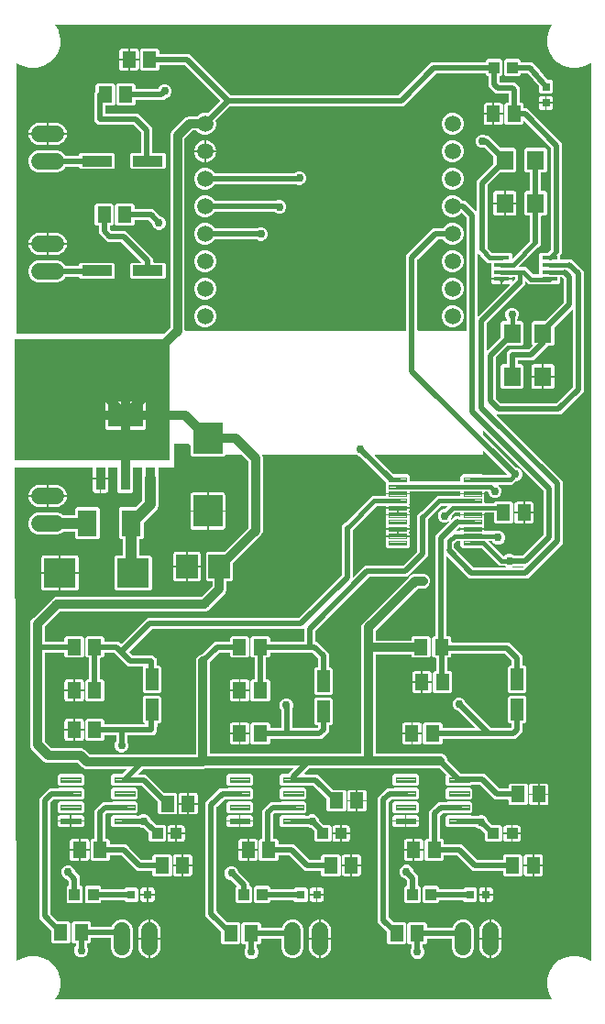
<source format=gbr>
G04 EAGLE Gerber RS-274X export*
G75*
%MOMM*%
%FSLAX34Y34*%
%LPD*%
%INTop Copper*%
%IPPOS*%
%AMOC8*
5,1,8,0,0,1.08239X$1,22.5*%
G01*
%ADD10C,1.524000*%
%ADD11R,1.100000X1.000000*%
%ADD12R,1.300000X1.500000*%
%ADD13R,1.200000X2.000000*%
%ADD14R,2.950000X2.700000*%
%ADD15R,2.700000X2.950000*%
%ADD16R,0.800000X0.800000*%
%ADD17R,1.000000X1.100000*%
%ADD18C,1.508000*%
%ADD19C,0.120378*%
%ADD20C,0.120000*%
%ADD21R,0.950000X2.150000*%
%ADD22R,3.250000X2.150000*%
%ADD23R,1.397000X0.431800*%
%ADD24R,1.600000X1.803000*%
%ADD25R,2.000000X2.200000*%
%ADD26R,2.800000X1.000000*%
%ADD27R,1.800000X2.400000*%
%ADD28C,0.756400*%
%ADD29C,0.508000*%
%ADD30C,0.200000*%
%ADD31C,0.609600*%
%ADD32C,0.406400*%
%ADD33C,0.304800*%
%ADD34C,0.812800*%
%ADD35C,1.016000*%

G36*
X508701Y14952D02*
X508701Y14952D01*
X508763Y14958D01*
X508784Y14972D01*
X508808Y14977D01*
X508857Y15017D01*
X508910Y15051D01*
X508923Y15072D01*
X508942Y15087D01*
X508968Y15145D01*
X509000Y15199D01*
X509003Y15223D01*
X509013Y15246D01*
X509010Y15308D01*
X509016Y15371D01*
X509007Y15397D01*
X509006Y15419D01*
X508988Y15452D01*
X508969Y15508D01*
X506025Y20606D01*
X505989Y20742D01*
X504311Y27005D01*
X504311Y33631D01*
X506025Y40030D01*
X509338Y45767D01*
X514022Y50452D01*
X519760Y53764D01*
X526159Y55479D01*
X532784Y55479D01*
X539183Y53764D01*
X544281Y50821D01*
X544342Y50802D01*
X544399Y50777D01*
X544424Y50778D01*
X544447Y50770D01*
X544509Y50781D01*
X544572Y50783D01*
X544594Y50795D01*
X544618Y50799D01*
X544669Y50836D01*
X544724Y50866D01*
X544738Y50886D01*
X544758Y50900D01*
X544788Y50956D01*
X544824Y51008D01*
X544829Y51035D01*
X544839Y51054D01*
X544840Y51091D01*
X544852Y51150D01*
X544852Y879486D01*
X544837Y879547D01*
X544831Y879610D01*
X544818Y879631D01*
X544812Y879655D01*
X544772Y879703D01*
X544739Y879757D01*
X544718Y879769D01*
X544702Y879788D01*
X544644Y879814D01*
X544591Y879847D01*
X544566Y879849D01*
X544544Y879859D01*
X544481Y879857D01*
X544418Y879863D01*
X544392Y879854D01*
X544371Y879853D01*
X544338Y879835D01*
X544281Y879815D01*
X539183Y876872D01*
X532784Y875157D01*
X526159Y875157D01*
X519760Y876872D01*
X514022Y880184D01*
X509338Y884869D01*
X506025Y890606D01*
X505171Y893796D01*
X504311Y897005D01*
X504311Y903631D01*
X506025Y910030D01*
X508969Y915128D01*
X508987Y915188D01*
X509013Y915246D01*
X509012Y915270D01*
X509019Y915294D01*
X509009Y915356D01*
X509006Y915419D01*
X508994Y915440D01*
X508990Y915465D01*
X508953Y915516D01*
X508923Y915571D01*
X508903Y915585D01*
X508889Y915605D01*
X508833Y915634D01*
X508782Y915671D01*
X508755Y915676D01*
X508736Y915686D01*
X508698Y915687D01*
X508639Y915698D01*
X50303Y915698D01*
X50242Y915684D01*
X50179Y915677D01*
X50159Y915664D01*
X50135Y915659D01*
X50086Y915619D01*
X50033Y915585D01*
X50020Y915564D01*
X50001Y915549D01*
X49975Y915491D01*
X49942Y915437D01*
X49940Y915413D01*
X49930Y915390D01*
X49932Y915328D01*
X49927Y915265D01*
X49936Y915239D01*
X49937Y915217D01*
X49955Y915184D01*
X49974Y915128D01*
X52917Y910030D01*
X54366Y904622D01*
X54632Y903631D01*
X54632Y897005D01*
X52917Y890606D01*
X49605Y884869D01*
X44920Y880184D01*
X39183Y876872D01*
X32784Y875157D01*
X26159Y875157D01*
X19760Y876872D01*
X14662Y879815D01*
X14601Y879834D01*
X14544Y879859D01*
X14519Y879858D01*
X14496Y879866D01*
X14434Y879855D01*
X14371Y879853D01*
X14349Y879841D01*
X14325Y879837D01*
X14274Y879800D01*
X14218Y879770D01*
X14204Y879750D01*
X14184Y879735D01*
X14155Y879680D01*
X14119Y879628D01*
X14113Y879601D01*
X14103Y879582D01*
X14103Y879545D01*
X14091Y879486D01*
X14091Y629920D01*
X14103Y629870D01*
X14105Y629819D01*
X14122Y629787D01*
X14131Y629751D01*
X14163Y629712D01*
X14187Y629667D01*
X14217Y629646D01*
X14241Y629618D01*
X14287Y629597D01*
X14329Y629567D01*
X14371Y629559D01*
X14399Y629547D01*
X14430Y629548D01*
X14471Y629540D01*
X150142Y629540D01*
X150216Y629557D01*
X150291Y629570D01*
X150301Y629577D01*
X150310Y629579D01*
X150339Y629603D01*
X150411Y629651D01*
X156211Y635452D01*
X156251Y635516D01*
X156295Y635578D01*
X156297Y635590D01*
X156303Y635599D01*
X156306Y635636D01*
X156323Y635721D01*
X156323Y814114D01*
X157328Y816541D01*
X159239Y818453D01*
X168693Y827906D01*
X170604Y829817D01*
X173031Y830823D01*
X181012Y830823D01*
X181086Y830840D01*
X181161Y830853D01*
X181171Y830860D01*
X181181Y830862D01*
X181210Y830886D01*
X181281Y830934D01*
X182661Y832314D01*
X186366Y833849D01*
X190377Y833849D01*
X190453Y833817D01*
X190516Y833807D01*
X190577Y833789D01*
X190600Y833793D01*
X190624Y833789D01*
X190685Y833807D01*
X190747Y833818D01*
X190770Y833833D01*
X190790Y833840D01*
X190817Y833865D01*
X190868Y833899D01*
X202017Y845049D01*
X202044Y845092D01*
X202079Y845130D01*
X202089Y845165D01*
X202109Y845196D01*
X202114Y845247D01*
X202128Y845296D01*
X202122Y845332D01*
X202125Y845369D01*
X202107Y845416D01*
X202098Y845467D01*
X202074Y845502D01*
X202064Y845531D01*
X202041Y845551D01*
X202017Y845587D01*
X169738Y877866D01*
X169674Y877906D01*
X169612Y877950D01*
X169600Y877952D01*
X169591Y877957D01*
X169554Y877961D01*
X169469Y877977D01*
X146672Y877977D01*
X146623Y877966D01*
X146572Y877964D01*
X146539Y877946D01*
X146504Y877938D01*
X146464Y877905D01*
X146419Y877881D01*
X146398Y877851D01*
X146370Y877828D01*
X146349Y877781D01*
X146320Y877739D01*
X146312Y877697D01*
X146299Y877669D01*
X146300Y877639D01*
X146292Y877597D01*
X146292Y874506D01*
X144804Y873017D01*
X129699Y873017D01*
X128211Y874506D01*
X128211Y891610D01*
X129699Y893099D01*
X144804Y893099D01*
X146292Y891610D01*
X146292Y888519D01*
X146304Y888469D01*
X146306Y888418D01*
X146323Y888386D01*
X146332Y888350D01*
X146364Y888311D01*
X146388Y888266D01*
X146418Y888245D01*
X146442Y888217D01*
X146488Y888196D01*
X146530Y888166D01*
X146572Y888158D01*
X146600Y888146D01*
X146630Y888147D01*
X146672Y888139D01*
X173836Y888139D01*
X211465Y850510D01*
X211529Y850470D01*
X211591Y850426D01*
X211603Y850424D01*
X211612Y850419D01*
X211649Y850415D01*
X211733Y850399D01*
X367209Y850399D01*
X367283Y850416D01*
X367358Y850429D01*
X367368Y850436D01*
X367378Y850438D01*
X367407Y850462D01*
X367478Y850510D01*
X397667Y880699D01*
X447550Y880699D01*
X447600Y880710D01*
X447651Y880712D01*
X447683Y880730D01*
X447719Y880738D01*
X447759Y880771D01*
X447803Y880795D01*
X447824Y880825D01*
X447853Y880848D01*
X447874Y880895D01*
X447903Y880937D01*
X447911Y880979D01*
X447924Y881006D01*
X447923Y881037D01*
X447931Y881079D01*
X447931Y882170D01*
X449419Y883659D01*
X461524Y883659D01*
X463012Y882170D01*
X463012Y869066D01*
X461524Y867577D01*
X460932Y867577D01*
X460883Y867566D01*
X460832Y867564D01*
X460799Y867546D01*
X460764Y867538D01*
X460724Y867505D01*
X460679Y867481D01*
X460658Y867451D01*
X460630Y867428D01*
X460609Y867381D01*
X460580Y867339D01*
X460572Y867297D01*
X460559Y867269D01*
X460560Y867239D01*
X460552Y867197D01*
X460552Y862576D01*
X460569Y862502D01*
X460582Y862428D01*
X460589Y862417D01*
X460592Y862408D01*
X460615Y862379D01*
X460663Y862308D01*
X460909Y862062D01*
X460974Y862022D01*
X461036Y861978D01*
X461048Y861976D01*
X461057Y861970D01*
X461094Y861967D01*
X461178Y861950D01*
X474364Y861950D01*
X478812Y857502D01*
X478812Y843279D01*
X478824Y843229D01*
X478826Y843178D01*
X478843Y843146D01*
X478852Y843110D01*
X478884Y843071D01*
X478908Y843026D01*
X478938Y843005D01*
X478962Y842977D01*
X479008Y842956D01*
X479050Y842926D01*
X479092Y842918D01*
X479120Y842906D01*
X479150Y842907D01*
X479192Y842899D01*
X481284Y842899D01*
X482772Y841410D01*
X482772Y838319D01*
X482784Y838269D01*
X482786Y838218D01*
X482803Y838186D01*
X482812Y838150D01*
X482844Y838111D01*
X482868Y838066D01*
X482898Y838045D01*
X482922Y838017D01*
X482968Y837996D01*
X483010Y837966D01*
X483052Y837958D01*
X483080Y837946D01*
X483110Y837947D01*
X483152Y837939D01*
X485996Y837939D01*
X517939Y805996D01*
X517939Y704172D01*
X516286Y702520D01*
X516246Y702455D01*
X516203Y702393D01*
X516200Y702381D01*
X516195Y702373D01*
X516192Y702336D01*
X516175Y702251D01*
X516175Y698509D01*
X516187Y698459D01*
X516189Y698408D01*
X516206Y698376D01*
X516215Y698340D01*
X516247Y698301D01*
X516271Y698256D01*
X516301Y698235D01*
X516325Y698207D01*
X516371Y698186D01*
X516413Y698156D01*
X516455Y698148D01*
X516483Y698136D01*
X516513Y698137D01*
X516555Y698129D01*
X522287Y698129D01*
X522361Y698146D01*
X522436Y698159D01*
X522446Y698166D01*
X522456Y698168D01*
X522485Y698192D01*
X522556Y698240D01*
X522953Y698637D01*
X527162Y698637D01*
X538028Y687771D01*
X538028Y576449D01*
X516817Y555237D01*
X458194Y555237D01*
X458169Y555231D01*
X458144Y555234D01*
X458086Y555212D01*
X458026Y555198D01*
X458006Y555181D01*
X457982Y555172D01*
X457940Y555127D01*
X457892Y555088D01*
X457882Y555064D01*
X457864Y555045D01*
X457846Y554986D01*
X457821Y554929D01*
X457822Y554904D01*
X457815Y554879D01*
X457825Y554818D01*
X457828Y554756D01*
X457840Y554734D01*
X457845Y554708D01*
X457893Y554637D01*
X457911Y554604D01*
X457919Y554598D01*
X457926Y554588D01*
X515508Y497006D01*
X518596Y493918D01*
X518596Y436181D01*
X486383Y403968D01*
X432342Y403968D01*
X411935Y424375D01*
X411913Y424389D01*
X411897Y424409D01*
X411840Y424434D01*
X411788Y424467D01*
X411762Y424469D01*
X411739Y424480D01*
X411677Y424477D01*
X411615Y424483D01*
X411591Y424474D01*
X411565Y424473D01*
X411511Y424444D01*
X411453Y424422D01*
X411436Y424403D01*
X411413Y424390D01*
X411378Y424340D01*
X411336Y424294D01*
X411328Y424270D01*
X411313Y424249D01*
X411299Y424172D01*
X411293Y424159D01*
X411293Y424151D01*
X411286Y424128D01*
X411288Y424118D01*
X411286Y424106D01*
X411286Y351139D01*
X411297Y351089D01*
X411299Y351038D01*
X411317Y351006D01*
X411325Y350970D01*
X411358Y350931D01*
X411382Y350886D01*
X411412Y350865D01*
X411435Y350837D01*
X411482Y350816D01*
X411524Y350786D01*
X411566Y350778D01*
X411594Y350766D01*
X411624Y350767D01*
X411666Y350759D01*
X414424Y350759D01*
X415912Y349270D01*
X415912Y345279D01*
X415924Y345229D01*
X415926Y345178D01*
X415943Y345146D01*
X415952Y345110D01*
X415984Y345071D01*
X416008Y345026D01*
X416038Y345005D01*
X416062Y344977D01*
X416108Y344956D01*
X416150Y344926D01*
X416192Y344918D01*
X416220Y344906D01*
X416250Y344907D01*
X416292Y344899D01*
X469546Y344899D01*
X481763Y332682D01*
X481763Y323499D01*
X481774Y323449D01*
X481776Y323398D01*
X481794Y323366D01*
X481802Y323330D01*
X481835Y323291D01*
X481859Y323246D01*
X481889Y323225D01*
X481912Y323197D01*
X481959Y323176D01*
X482001Y323146D01*
X482042Y323138D01*
X482070Y323126D01*
X482101Y323127D01*
X482143Y323119D01*
X483734Y323119D01*
X485223Y321630D01*
X485223Y299526D01*
X483734Y298037D01*
X469629Y298037D01*
X468141Y299526D01*
X468141Y321630D01*
X469629Y323119D01*
X471221Y323119D01*
X471270Y323130D01*
X471322Y323132D01*
X471354Y323150D01*
X471390Y323158D01*
X471429Y323191D01*
X471474Y323215D01*
X471495Y323245D01*
X471523Y323268D01*
X471544Y323315D01*
X471573Y323357D01*
X471582Y323399D01*
X471594Y323426D01*
X471593Y323457D01*
X471601Y323499D01*
X471601Y328316D01*
X471584Y328390D01*
X471571Y328465D01*
X471564Y328475D01*
X471562Y328485D01*
X471538Y328513D01*
X471490Y328585D01*
X465449Y334626D01*
X465384Y334666D01*
X465322Y334710D01*
X465310Y334712D01*
X465301Y334717D01*
X465264Y334721D01*
X465180Y334737D01*
X416292Y334737D01*
X416243Y334726D01*
X416192Y334724D01*
X416159Y334706D01*
X416124Y334698D01*
X416084Y334665D01*
X416039Y334641D01*
X416018Y334611D01*
X415990Y334588D01*
X415969Y334541D01*
X415940Y334499D01*
X415932Y334457D01*
X415919Y334429D01*
X415919Y334421D01*
X415919Y334420D01*
X415920Y334397D01*
X415912Y334357D01*
X415912Y332166D01*
X414424Y330677D01*
X412332Y330677D01*
X412283Y330666D01*
X412232Y330664D01*
X412199Y330646D01*
X412164Y330638D01*
X412124Y330605D01*
X412079Y330581D01*
X412058Y330551D01*
X412030Y330528D01*
X412009Y330481D01*
X411980Y330439D01*
X411972Y330397D01*
X411959Y330369D01*
X411960Y330339D01*
X411952Y330297D01*
X411952Y318639D01*
X411964Y318589D01*
X411966Y318538D01*
X411983Y318506D01*
X411992Y318470D01*
X412024Y318431D01*
X412048Y318386D01*
X412078Y318365D01*
X412102Y318337D01*
X412148Y318316D01*
X412190Y318286D01*
X412232Y318278D01*
X412260Y318266D01*
X412290Y318267D01*
X412332Y318259D01*
X415324Y318259D01*
X416812Y316770D01*
X416812Y299666D01*
X415324Y298177D01*
X400219Y298177D01*
X398731Y299666D01*
X398731Y316770D01*
X400219Y318259D01*
X401410Y318259D01*
X401460Y318270D01*
X401511Y318272D01*
X401543Y318290D01*
X401579Y318298D01*
X401619Y318331D01*
X401663Y318355D01*
X401684Y318385D01*
X401713Y318408D01*
X401734Y318455D01*
X401763Y318497D01*
X401771Y318539D01*
X401784Y318566D01*
X401783Y318597D01*
X401791Y318639D01*
X401791Y330297D01*
X401779Y330347D01*
X401777Y330398D01*
X401760Y330430D01*
X401751Y330466D01*
X401719Y330505D01*
X401694Y330550D01*
X401664Y330571D01*
X401641Y330599D01*
X401594Y330620D01*
X401553Y330650D01*
X401511Y330658D01*
X401483Y330670D01*
X401452Y330669D01*
X401410Y330677D01*
X399319Y330677D01*
X397831Y332166D01*
X397831Y349270D01*
X399319Y350759D01*
X400744Y350759D01*
X400794Y350770D01*
X400845Y350772D01*
X400877Y350790D01*
X400913Y350798D01*
X400952Y350831D01*
X400997Y350855D01*
X401018Y350885D01*
X401046Y350908D01*
X401067Y350955D01*
X401097Y350997D01*
X401105Y351039D01*
X401117Y351066D01*
X401116Y351097D01*
X401124Y351139D01*
X401124Y443345D01*
X413486Y455706D01*
X413493Y455717D01*
X413503Y455725D01*
X413538Y455791D01*
X413577Y455853D01*
X413578Y455866D01*
X413585Y455878D01*
X413587Y455952D01*
X413594Y456026D01*
X413589Y456038D01*
X413590Y456051D01*
X413559Y456118D01*
X413532Y456188D01*
X413523Y456197D01*
X413517Y456208D01*
X413459Y456255D01*
X413405Y456306D01*
X413393Y456309D01*
X413382Y456317D01*
X413310Y456334D01*
X413239Y456355D01*
X413226Y456352D01*
X413213Y456355D01*
X413071Y456326D01*
X411209Y455555D01*
X408693Y455555D01*
X406370Y456517D01*
X404591Y458296D01*
X403628Y460620D01*
X403628Y463135D01*
X404591Y465459D01*
X406370Y467238D01*
X408693Y468200D01*
X409650Y468200D01*
X409724Y468218D01*
X409798Y468231D01*
X409808Y468237D01*
X409818Y468240D01*
X409847Y468264D01*
X409918Y468312D01*
X412053Y470446D01*
X412066Y470468D01*
X412086Y470484D01*
X412112Y470541D01*
X412144Y470593D01*
X412147Y470619D01*
X412157Y470643D01*
X412155Y470704D01*
X412161Y470766D01*
X412152Y470790D01*
X412151Y470816D01*
X412121Y470870D01*
X412099Y470928D01*
X412080Y470945D01*
X412068Y470968D01*
X412018Y471003D01*
X411972Y471045D01*
X411947Y471053D01*
X411926Y471068D01*
X411842Y471084D01*
X411806Y471095D01*
X411796Y471093D01*
X411784Y471095D01*
X406873Y471095D01*
X406799Y471078D01*
X406724Y471065D01*
X406714Y471058D01*
X406704Y471056D01*
X406675Y471032D01*
X406604Y470984D01*
X394663Y459043D01*
X394623Y458979D01*
X394580Y458917D01*
X394577Y458905D01*
X394572Y458896D01*
X394569Y458859D01*
X394552Y458774D01*
X394552Y424485D01*
X375304Y405237D01*
X340104Y405237D01*
X340030Y405220D01*
X339955Y405207D01*
X339945Y405200D01*
X339935Y405198D01*
X339906Y405174D01*
X339835Y405126D01*
X290192Y355483D01*
X290152Y355418D01*
X290108Y355356D01*
X290106Y355344D01*
X290101Y355336D01*
X290097Y355299D01*
X290081Y355214D01*
X290081Y346179D01*
X290092Y346129D01*
X290094Y346078D01*
X290112Y346046D01*
X290120Y346010D01*
X290153Y345971D01*
X290177Y345926D01*
X290207Y345905D01*
X290230Y345877D01*
X290277Y345856D01*
X290319Y345826D01*
X290361Y345818D01*
X290389Y345806D01*
X290419Y345807D01*
X290461Y345799D01*
X291387Y345799D01*
X302678Y334507D01*
X302678Y321806D01*
X302690Y321756D01*
X302692Y321705D01*
X302709Y321673D01*
X302718Y321637D01*
X302750Y321597D01*
X302775Y321553D01*
X302804Y321532D01*
X302828Y321503D01*
X302875Y321482D01*
X302916Y321453D01*
X302958Y321445D01*
X302986Y321432D01*
X303017Y321433D01*
X303058Y321425D01*
X304650Y321425D01*
X306138Y319937D01*
X306138Y297832D01*
X304650Y296344D01*
X290545Y296344D01*
X289057Y297832D01*
X289057Y319937D01*
X290545Y321425D01*
X292136Y321425D01*
X292186Y321437D01*
X292237Y321439D01*
X292269Y321456D01*
X292305Y321465D01*
X292345Y321497D01*
X292389Y321522D01*
X292410Y321552D01*
X292439Y321575D01*
X292460Y321622D01*
X292489Y321663D01*
X292497Y321705D01*
X292510Y321733D01*
X292509Y321764D01*
X292517Y321806D01*
X292517Y330141D01*
X292499Y330215D01*
X292486Y330289D01*
X292480Y330299D01*
X292477Y330309D01*
X292453Y330338D01*
X292405Y330409D01*
X287289Y335526D01*
X287224Y335566D01*
X287162Y335610D01*
X287150Y335612D01*
X287142Y335617D01*
X287105Y335621D01*
X287020Y335637D01*
X248792Y335637D01*
X248743Y335626D01*
X248692Y335624D01*
X248659Y335606D01*
X248624Y335598D01*
X248584Y335565D01*
X248539Y335541D01*
X248518Y335511D01*
X248490Y335488D01*
X248469Y335441D01*
X248440Y335399D01*
X248432Y335357D01*
X248419Y335329D01*
X248420Y335299D01*
X248412Y335257D01*
X248412Y332166D01*
X246924Y330677D01*
X244832Y330677D01*
X244783Y330666D01*
X244732Y330664D01*
X244699Y330646D01*
X244664Y330638D01*
X244624Y330605D01*
X244579Y330581D01*
X244558Y330551D01*
X244530Y330528D01*
X244509Y330481D01*
X244480Y330439D01*
X244472Y330397D01*
X244459Y330369D01*
X244460Y330339D01*
X244452Y330297D01*
X244452Y311139D01*
X244464Y311089D01*
X244466Y311038D01*
X244483Y311006D01*
X244492Y310970D01*
X244524Y310931D01*
X244548Y310886D01*
X244578Y310865D01*
X244602Y310837D01*
X244648Y310816D01*
X244690Y310786D01*
X244732Y310778D01*
X244760Y310766D01*
X244790Y310767D01*
X244832Y310759D01*
X246924Y310759D01*
X248412Y309270D01*
X248412Y292166D01*
X246924Y290677D01*
X231819Y290677D01*
X230331Y292166D01*
X230331Y309270D01*
X231819Y310759D01*
X233910Y310759D01*
X233960Y310770D01*
X234011Y310772D01*
X234043Y310790D01*
X234079Y310798D01*
X234119Y310831D01*
X234163Y310855D01*
X234184Y310885D01*
X234213Y310908D01*
X234234Y310955D01*
X234263Y310997D01*
X234271Y311039D01*
X234284Y311066D01*
X234283Y311079D01*
X234284Y311080D01*
X234283Y311099D01*
X234291Y311139D01*
X234291Y330297D01*
X234279Y330347D01*
X234277Y330398D01*
X234260Y330430D01*
X234251Y330466D01*
X234219Y330505D01*
X234194Y330550D01*
X234164Y330571D01*
X234141Y330599D01*
X234094Y330620D01*
X234053Y330650D01*
X234011Y330658D01*
X233983Y330670D01*
X233952Y330669D01*
X233910Y330677D01*
X231819Y330677D01*
X230331Y332166D01*
X230331Y349270D01*
X231819Y350759D01*
X246924Y350759D01*
X248412Y349270D01*
X248412Y346179D01*
X248424Y346129D01*
X248426Y346078D01*
X248443Y346046D01*
X248452Y346010D01*
X248484Y345971D01*
X248508Y345926D01*
X248538Y345905D01*
X248562Y345877D01*
X248608Y345856D01*
X248650Y345826D01*
X248692Y345818D01*
X248720Y345806D01*
X248750Y345807D01*
X248792Y345799D01*
X279539Y345799D01*
X279589Y345810D01*
X279640Y345812D01*
X279672Y345830D01*
X279708Y345838D01*
X279747Y345871D01*
X279792Y345895D01*
X279813Y345925D01*
X279841Y345948D01*
X279862Y345995D01*
X279892Y346037D01*
X279900Y346079D01*
X279912Y346106D01*
X279911Y346137D01*
X279919Y346179D01*
X279919Y356983D01*
X279913Y357008D01*
X279916Y357034D01*
X279894Y357092D01*
X279880Y357152D01*
X279863Y357172D01*
X279854Y357196D01*
X279809Y357238D01*
X279770Y357286D01*
X279746Y357296D01*
X279727Y357314D01*
X279668Y357331D01*
X279611Y357357D01*
X279586Y357356D01*
X279561Y357363D01*
X279500Y357352D01*
X279438Y357350D01*
X279416Y357338D01*
X279390Y357333D01*
X279319Y357285D01*
X279286Y357267D01*
X279280Y357259D01*
X279270Y357252D01*
X279018Y357000D01*
X139343Y357000D01*
X139269Y356983D01*
X139194Y356970D01*
X139184Y356963D01*
X139174Y356960D01*
X139145Y356937D01*
X139074Y356888D01*
X118474Y336289D01*
X118447Y336246D01*
X118413Y336208D01*
X118402Y336173D01*
X118383Y336142D01*
X118378Y336091D01*
X118363Y336042D01*
X118370Y336006D01*
X118366Y335969D01*
X118384Y335921D01*
X118393Y335871D01*
X118417Y335836D01*
X118428Y335807D01*
X118450Y335786D01*
X118474Y335751D01*
X121373Y332852D01*
X121438Y332812D01*
X121500Y332768D01*
X121512Y332766D01*
X121520Y332761D01*
X121557Y332757D01*
X121642Y332741D01*
X138227Y332741D01*
X138236Y332743D01*
X138247Y332741D01*
X140202Y332846D01*
X140211Y332838D01*
X140269Y332806D01*
X140323Y332768D01*
X140347Y332764D01*
X140363Y332755D01*
X140402Y332753D01*
X140466Y332741D01*
X140478Y332741D01*
X141862Y331356D01*
X141870Y331351D01*
X141877Y331342D01*
X143334Y330034D01*
X143335Y330022D01*
X143353Y329958D01*
X143364Y329893D01*
X143378Y329873D01*
X143383Y329855D01*
X143409Y329827D01*
X143445Y329773D01*
X143454Y329765D01*
X143454Y327807D01*
X143456Y327797D01*
X143455Y327786D01*
X143686Y323479D01*
X143698Y323439D01*
X143699Y323398D01*
X143722Y323357D01*
X143735Y323312D01*
X143762Y323282D01*
X143782Y323246D01*
X143820Y323219D01*
X143852Y323185D01*
X143890Y323170D01*
X143924Y323146D01*
X143979Y323135D01*
X144014Y323122D01*
X144036Y323124D01*
X144066Y323119D01*
X146344Y323119D01*
X147832Y321630D01*
X147832Y299526D01*
X146344Y298037D01*
X132239Y298037D01*
X130751Y299526D01*
X130751Y321630D01*
X131050Y321930D01*
X131060Y321945D01*
X131065Y321949D01*
X131067Y321955D01*
X131084Y321968D01*
X131109Y322025D01*
X131142Y322077D01*
X131144Y322103D01*
X131155Y322127D01*
X131152Y322188D01*
X131158Y322250D01*
X131149Y322274D01*
X131148Y322300D01*
X131119Y322354D01*
X131097Y322412D01*
X131078Y322429D01*
X131065Y322452D01*
X131015Y322487D01*
X130970Y322529D01*
X130945Y322537D01*
X130924Y322552D01*
X130839Y322568D01*
X130804Y322579D01*
X130794Y322577D01*
X130782Y322579D01*
X117275Y322579D01*
X104329Y335526D01*
X104264Y335566D01*
X104202Y335610D01*
X104190Y335612D01*
X104182Y335617D01*
X104145Y335621D01*
X104060Y335637D01*
X95992Y335637D01*
X95943Y335626D01*
X95892Y335624D01*
X95859Y335606D01*
X95824Y335598D01*
X95784Y335565D01*
X95739Y335541D01*
X95718Y335511D01*
X95690Y335488D01*
X95669Y335441D01*
X95640Y335399D01*
X95632Y335357D01*
X95619Y335329D01*
X95620Y335299D01*
X95612Y335257D01*
X95612Y332166D01*
X94124Y330677D01*
X92032Y330677D01*
X91983Y330666D01*
X91932Y330664D01*
X91899Y330646D01*
X91864Y330638D01*
X91824Y330605D01*
X91779Y330581D01*
X91758Y330551D01*
X91730Y330528D01*
X91709Y330481D01*
X91680Y330439D01*
X91672Y330397D01*
X91659Y330369D01*
X91660Y330339D01*
X91652Y330297D01*
X91652Y311139D01*
X91664Y311089D01*
X91666Y311038D01*
X91683Y311006D01*
X91692Y310970D01*
X91724Y310931D01*
X91748Y310886D01*
X91778Y310865D01*
X91802Y310837D01*
X91848Y310816D01*
X91890Y310786D01*
X91932Y310778D01*
X91960Y310766D01*
X91990Y310767D01*
X92032Y310759D01*
X94124Y310759D01*
X95612Y309270D01*
X95612Y292166D01*
X94124Y290677D01*
X79019Y290677D01*
X77531Y292166D01*
X77531Y309270D01*
X79019Y310759D01*
X81110Y310759D01*
X81160Y310770D01*
X81211Y310772D01*
X81243Y310790D01*
X81279Y310798D01*
X81319Y310831D01*
X81363Y310855D01*
X81384Y310885D01*
X81413Y310908D01*
X81434Y310955D01*
X81463Y310997D01*
X81471Y311039D01*
X81484Y311066D01*
X81483Y311079D01*
X81484Y311080D01*
X81483Y311099D01*
X81491Y311139D01*
X81491Y330297D01*
X81479Y330347D01*
X81477Y330398D01*
X81460Y330430D01*
X81451Y330466D01*
X81419Y330505D01*
X81394Y330550D01*
X81364Y330571D01*
X81341Y330599D01*
X81294Y330620D01*
X81253Y330650D01*
X81211Y330658D01*
X81183Y330670D01*
X81152Y330669D01*
X81110Y330677D01*
X79019Y330677D01*
X77531Y332166D01*
X77531Y349270D01*
X79019Y350759D01*
X94124Y350759D01*
X95612Y349270D01*
X95612Y346179D01*
X95624Y346129D01*
X95626Y346078D01*
X95643Y346046D01*
X95652Y346010D01*
X95684Y345971D01*
X95708Y345926D01*
X95738Y345905D01*
X95762Y345877D01*
X95808Y345856D01*
X95850Y345826D01*
X95892Y345818D01*
X95920Y345806D01*
X95950Y345807D01*
X95992Y345799D01*
X108427Y345799D01*
X110751Y343474D01*
X110794Y343447D01*
X110832Y343413D01*
X110867Y343402D01*
X110898Y343383D01*
X110949Y343378D01*
X110998Y343363D01*
X111034Y343370D01*
X111071Y343366D01*
X111119Y343384D01*
X111169Y343393D01*
X111204Y343417D01*
X111233Y343428D01*
X111254Y343450D01*
X111289Y343474D01*
X131888Y364074D01*
X134976Y367161D01*
X274651Y367161D01*
X274725Y367179D01*
X274800Y367192D01*
X274810Y367199D01*
X274820Y367201D01*
X274849Y367225D01*
X274920Y367273D01*
X314279Y406632D01*
X314319Y406696D01*
X314363Y406758D01*
X314365Y406771D01*
X314371Y406779D01*
X314374Y406816D01*
X314391Y406901D01*
X314391Y452422D01*
X317367Y455399D01*
X317928Y455399D01*
X318002Y455416D01*
X318077Y455429D01*
X318087Y455436D01*
X318096Y455438D01*
X318125Y455462D01*
X318197Y455510D01*
X342927Y480241D01*
X354750Y480241D01*
X354800Y480252D01*
X354851Y480254D01*
X354883Y480272D01*
X354919Y480280D01*
X354959Y480313D01*
X355003Y480337D01*
X355024Y480367D01*
X355053Y480390D01*
X355074Y480437D01*
X355103Y480479D01*
X355111Y480521D01*
X355124Y480548D01*
X355123Y480579D01*
X355131Y480621D01*
X355131Y481407D01*
X365790Y481407D01*
X365840Y481418D01*
X365891Y481420D01*
X365923Y481438D01*
X365959Y481446D01*
X365998Y481479D01*
X366043Y481503D01*
X366064Y481533D01*
X366093Y481556D01*
X366114Y481603D01*
X366143Y481645D01*
X366151Y481687D01*
X366164Y481715D01*
X366162Y481745D01*
X366171Y481787D01*
X366171Y482549D01*
X366159Y482599D01*
X366157Y482650D01*
X366139Y482682D01*
X366131Y482718D01*
X366099Y482757D01*
X366074Y482802D01*
X366044Y482823D01*
X366021Y482851D01*
X365974Y482872D01*
X365933Y482902D01*
X365891Y482910D01*
X365863Y482922D01*
X365832Y482921D01*
X365790Y482929D01*
X355131Y482929D01*
X355131Y484382D01*
X355324Y485104D01*
X355326Y485143D01*
X355337Y485181D01*
X355328Y485229D01*
X355330Y485278D01*
X355314Y485313D01*
X355307Y485352D01*
X355274Y485401D01*
X355258Y485435D01*
X355241Y485449D01*
X355226Y485472D01*
X355131Y485567D01*
X355131Y492895D01*
X355113Y492969D01*
X355100Y493044D01*
X355093Y493054D01*
X355091Y493064D01*
X355067Y493093D01*
X355019Y493164D01*
X331374Y516810D01*
X331309Y516850D01*
X331247Y516894D01*
X331235Y516896D01*
X331226Y516901D01*
X331189Y516905D01*
X331105Y516921D01*
X330867Y516921D01*
X328543Y517884D01*
X328440Y517987D01*
X328375Y518027D01*
X328313Y518071D01*
X328301Y518073D01*
X328293Y518078D01*
X328256Y518082D01*
X328171Y518098D01*
X241435Y518098D01*
X241397Y518089D01*
X241359Y518091D01*
X241314Y518070D01*
X241266Y518059D01*
X241236Y518034D01*
X241201Y518018D01*
X241170Y517980D01*
X241132Y517949D01*
X241117Y517913D01*
X241092Y517884D01*
X241082Y517836D01*
X241061Y517790D01*
X241063Y517752D01*
X241054Y517714D01*
X241067Y517655D01*
X241068Y517617D01*
X241078Y517599D01*
X241083Y517572D01*
X241605Y516314D01*
X241605Y446916D01*
X240599Y444488D01*
X214417Y418306D01*
X214377Y418241D01*
X214333Y418179D01*
X214331Y418167D01*
X214326Y418159D01*
X214322Y418122D01*
X214313Y418077D01*
X214313Y418075D01*
X214313Y418073D01*
X214306Y418037D01*
X214306Y402942D01*
X212817Y401454D01*
X208750Y401454D01*
X208700Y401442D01*
X208649Y401440D01*
X208617Y401423D01*
X208581Y401414D01*
X208542Y401382D01*
X208497Y401357D01*
X208476Y401327D01*
X208448Y401304D01*
X208427Y401257D01*
X208397Y401216D01*
X208389Y401174D01*
X208377Y401146D01*
X208378Y401115D01*
X208370Y401073D01*
X208370Y392951D01*
X207364Y390524D01*
X191241Y374401D01*
X188814Y373395D01*
X54701Y373395D01*
X54627Y373378D01*
X54552Y373365D01*
X54542Y373358D01*
X54532Y373356D01*
X54503Y373332D01*
X54432Y373284D01*
X40411Y359264D01*
X40371Y359199D01*
X40328Y359137D01*
X40325Y359125D01*
X40320Y359116D01*
X40317Y359079D01*
X40300Y358995D01*
X40300Y345779D01*
X40312Y345729D01*
X40314Y345678D01*
X40331Y345646D01*
X40340Y345610D01*
X40372Y345571D01*
X40396Y345526D01*
X40426Y345505D01*
X40450Y345477D01*
X40496Y345456D01*
X40538Y345426D01*
X40580Y345418D01*
X40608Y345406D01*
X40638Y345407D01*
X40680Y345399D01*
X58150Y345399D01*
X58200Y345410D01*
X58251Y345412D01*
X58283Y345430D01*
X58319Y345438D01*
X58359Y345471D01*
X58403Y345495D01*
X58424Y345525D01*
X58453Y345548D01*
X58474Y345595D01*
X58503Y345637D01*
X58511Y345679D01*
X58524Y345706D01*
X58523Y345737D01*
X58531Y345779D01*
X58531Y349270D01*
X60019Y350759D01*
X75124Y350759D01*
X76612Y349270D01*
X76612Y332166D01*
X75124Y330677D01*
X60019Y330677D01*
X58531Y332166D01*
X58531Y334857D01*
X58519Y334907D01*
X58517Y334958D01*
X58500Y334990D01*
X58491Y335026D01*
X58459Y335065D01*
X58434Y335110D01*
X58404Y335131D01*
X58381Y335159D01*
X58334Y335180D01*
X58293Y335210D01*
X58251Y335218D01*
X58223Y335230D01*
X58192Y335229D01*
X58150Y335237D01*
X40680Y335237D01*
X40631Y335226D01*
X40580Y335224D01*
X40547Y335206D01*
X40512Y335198D01*
X40472Y335165D01*
X40427Y335141D01*
X40406Y335111D01*
X40378Y335088D01*
X40357Y335041D01*
X40328Y334999D01*
X40320Y334957D01*
X40307Y334929D01*
X40308Y334899D01*
X40300Y334857D01*
X40300Y253211D01*
X40317Y253137D01*
X40330Y253062D01*
X40337Y253052D01*
X40340Y253043D01*
X40363Y253014D01*
X40411Y252942D01*
X46320Y247034D01*
X46384Y246994D01*
X46446Y246950D01*
X46458Y246948D01*
X46467Y246943D01*
X46504Y246939D01*
X46589Y246923D01*
X74889Y246923D01*
X77317Y245917D01*
X81790Y241444D01*
X81854Y241404D01*
X81916Y241360D01*
X81929Y241358D01*
X81937Y241353D01*
X81974Y241349D01*
X82059Y241333D01*
X179490Y241333D01*
X179540Y241344D01*
X179591Y241346D01*
X179623Y241364D01*
X179659Y241372D01*
X179698Y241405D01*
X179743Y241429D01*
X179764Y241459D01*
X179793Y241483D01*
X179814Y241529D01*
X179843Y241571D01*
X179851Y241613D01*
X179864Y241641D01*
X179862Y241671D01*
X179871Y241713D01*
X179871Y328636D01*
X180876Y331063D01*
X182734Y332921D01*
X185162Y333927D01*
X185737Y333927D01*
X185811Y333944D01*
X185886Y333957D01*
X185896Y333964D01*
X185906Y333966D01*
X185935Y333990D01*
X186006Y334038D01*
X197367Y345399D01*
X210950Y345399D01*
X211000Y345410D01*
X211051Y345412D01*
X211083Y345430D01*
X211119Y345438D01*
X211159Y345471D01*
X211203Y345495D01*
X211224Y345525D01*
X211253Y345548D01*
X211274Y345595D01*
X211303Y345637D01*
X211311Y345679D01*
X211324Y345706D01*
X211323Y345737D01*
X211331Y345779D01*
X211331Y349270D01*
X212819Y350759D01*
X227924Y350759D01*
X229412Y349270D01*
X229412Y332166D01*
X227924Y330677D01*
X212819Y330677D01*
X211331Y332166D01*
X211331Y334857D01*
X211319Y334907D01*
X211317Y334958D01*
X211300Y334990D01*
X211291Y335026D01*
X211259Y335065D01*
X211234Y335110D01*
X211204Y335131D01*
X211181Y335159D01*
X211134Y335180D01*
X211093Y335210D01*
X211051Y335218D01*
X211023Y335230D01*
X210992Y335229D01*
X210950Y335237D01*
X201733Y335237D01*
X201659Y335220D01*
X201585Y335207D01*
X201574Y335200D01*
X201565Y335198D01*
X201536Y335174D01*
X201465Y335126D01*
X193191Y326853D01*
X193151Y326788D01*
X193108Y326726D01*
X193105Y326714D01*
X193100Y326706D01*
X193096Y326669D01*
X193080Y326584D01*
X193080Y242477D01*
X193092Y242427D01*
X193094Y242376D01*
X193111Y242344D01*
X193119Y242308D01*
X193152Y242269D01*
X193176Y242224D01*
X193206Y242203D01*
X193230Y242175D01*
X193276Y242154D01*
X193318Y242124D01*
X193360Y242116D01*
X193388Y242104D01*
X193418Y242105D01*
X193460Y242097D01*
X332486Y242097D01*
X332536Y242108D01*
X332587Y242110D01*
X332619Y242128D01*
X332655Y242136D01*
X332695Y242169D01*
X332739Y242193D01*
X332760Y242223D01*
X332789Y242246D01*
X332810Y242293D01*
X332839Y242335D01*
X332847Y242377D01*
X332860Y242404D01*
X332859Y242435D01*
X332867Y242477D01*
X332867Y359920D01*
X333872Y362347D01*
X335784Y364259D01*
X376655Y405130D01*
X378567Y407042D01*
X380994Y408047D01*
X391134Y408047D01*
X393562Y407042D01*
X395420Y405184D01*
X396425Y402756D01*
X396425Y400129D01*
X395420Y397701D01*
X393562Y395843D01*
X391134Y394838D01*
X385201Y394838D01*
X385127Y394820D01*
X385052Y394807D01*
X385042Y394801D01*
X385032Y394798D01*
X385004Y394774D01*
X384932Y394726D01*
X346187Y355982D01*
X346147Y355917D01*
X346104Y355855D01*
X346101Y355843D01*
X346096Y355834D01*
X346093Y355797D01*
X346076Y355713D01*
X346076Y346985D01*
X346088Y346935D01*
X346090Y346884D01*
X346107Y346852D01*
X346116Y346816D01*
X346148Y346777D01*
X346172Y346732D01*
X346202Y346711D01*
X346226Y346683D01*
X346272Y346662D01*
X346314Y346632D01*
X346356Y346624D01*
X346384Y346612D01*
X346414Y346613D01*
X346456Y346605D01*
X378450Y346605D01*
X378500Y346616D01*
X378551Y346618D01*
X378583Y346636D01*
X378619Y346644D01*
X378659Y346677D01*
X378703Y346701D01*
X378724Y346731D01*
X378753Y346754D01*
X378774Y346801D01*
X378803Y346843D01*
X378811Y346885D01*
X378824Y346913D01*
X378823Y346943D01*
X378831Y346985D01*
X378831Y349270D01*
X380319Y350759D01*
X395424Y350759D01*
X396912Y349270D01*
X396912Y332166D01*
X395424Y330677D01*
X380319Y330677D01*
X378831Y332166D01*
X378831Y333015D01*
X378819Y333065D01*
X378817Y333116D01*
X378800Y333148D01*
X378791Y333184D01*
X378759Y333223D01*
X378734Y333268D01*
X378704Y333289D01*
X378681Y333317D01*
X378634Y333338D01*
X378593Y333368D01*
X378551Y333376D01*
X378523Y333388D01*
X378492Y333387D01*
X378450Y333395D01*
X346456Y333395D01*
X346407Y333384D01*
X346356Y333382D01*
X346323Y333364D01*
X346288Y333356D01*
X346248Y333323D01*
X346203Y333299D01*
X346182Y333269D01*
X346154Y333246D01*
X346133Y333199D01*
X346104Y333157D01*
X346096Y333115D01*
X346083Y333087D01*
X346084Y333057D01*
X346076Y333015D01*
X346076Y242477D01*
X346088Y242427D01*
X346090Y242376D01*
X346107Y242344D01*
X346116Y242308D01*
X346148Y242269D01*
X346172Y242224D01*
X346202Y242203D01*
X346226Y242175D01*
X346272Y242154D01*
X346314Y242124D01*
X346356Y242116D01*
X346384Y242104D01*
X346414Y242105D01*
X346456Y242097D01*
X406762Y242097D01*
X409190Y241091D01*
X411048Y239233D01*
X412053Y236806D01*
X412053Y236230D01*
X412065Y236178D01*
X412067Y236143D01*
X412076Y236126D01*
X412083Y236081D01*
X412090Y236071D01*
X412093Y236061D01*
X412116Y236032D01*
X412164Y235961D01*
X424496Y223630D01*
X424561Y223589D01*
X424623Y223546D01*
X424635Y223543D01*
X424643Y223538D01*
X424680Y223535D01*
X424765Y223518D01*
X433499Y223518D01*
X433641Y223376D01*
X433706Y223336D01*
X433768Y223292D01*
X433780Y223290D01*
X433789Y223285D01*
X433826Y223281D01*
X433910Y223265D01*
X446518Y223265D01*
X449605Y220177D01*
X460072Y209710D01*
X460137Y209670D01*
X460199Y209626D01*
X460211Y209624D01*
X460220Y209619D01*
X460257Y209615D01*
X460341Y209599D01*
X468170Y209599D01*
X468220Y209610D01*
X468271Y209612D01*
X468303Y209630D01*
X468339Y209638D01*
X468379Y209671D01*
X468423Y209695D01*
X468444Y209725D01*
X468473Y209748D01*
X468494Y209795D01*
X468523Y209837D01*
X468531Y209879D01*
X468544Y209906D01*
X468543Y209931D01*
X468544Y209933D01*
X468543Y209941D01*
X468551Y209979D01*
X468551Y213070D01*
X470039Y214559D01*
X485144Y214559D01*
X486632Y213070D01*
X486632Y195966D01*
X485144Y194477D01*
X470039Y194477D01*
X468551Y195966D01*
X468551Y199057D01*
X468539Y199107D01*
X468537Y199158D01*
X468520Y199190D01*
X468511Y199226D01*
X468479Y199265D01*
X468454Y199310D01*
X468424Y199331D01*
X468401Y199359D01*
X468354Y199380D01*
X468313Y199410D01*
X468271Y199418D01*
X468243Y199430D01*
X468212Y199429D01*
X468170Y199437D01*
X455975Y199437D01*
X452887Y202525D01*
X442420Y212992D01*
X442356Y213032D01*
X442294Y213076D01*
X442282Y213078D01*
X442273Y213083D01*
X442236Y213087D01*
X442151Y213103D01*
X434342Y213103D01*
X434268Y213086D01*
X434193Y213073D01*
X434183Y213066D01*
X434174Y213064D01*
X434145Y213040D01*
X434073Y212992D01*
X433499Y212418D01*
X412446Y212418D01*
X410605Y214259D01*
X410605Y221677D01*
X411072Y222145D01*
X411099Y222188D01*
X411134Y222226D01*
X411144Y222261D01*
X411164Y222292D01*
X411169Y222343D01*
X411183Y222392D01*
X411177Y222428D01*
X411180Y222465D01*
X411162Y222512D01*
X411153Y222563D01*
X411130Y222598D01*
X411119Y222627D01*
X411096Y222647D01*
X411072Y222683D01*
X404979Y228776D01*
X404915Y228816D01*
X404853Y228860D01*
X404841Y228862D01*
X404832Y228867D01*
X404795Y228871D01*
X404710Y228887D01*
X285383Y228887D01*
X285309Y228870D01*
X285235Y228857D01*
X285224Y228850D01*
X285215Y228848D01*
X285186Y228824D01*
X285115Y228776D01*
X280347Y224008D01*
X280320Y223965D01*
X280285Y223927D01*
X280275Y223892D01*
X280256Y223861D01*
X280251Y223810D01*
X280236Y223761D01*
X280242Y223725D01*
X280239Y223689D01*
X280257Y223641D01*
X280266Y223591D01*
X280290Y223555D01*
X280301Y223527D01*
X280323Y223506D01*
X280347Y223470D01*
X280657Y223160D01*
X280722Y223120D01*
X280784Y223076D01*
X280796Y223074D01*
X280805Y223069D01*
X280842Y223065D01*
X280926Y223049D01*
X292344Y223049D01*
X306622Y208770D01*
X306687Y208730D01*
X306749Y208686D01*
X306761Y208684D01*
X306770Y208679D01*
X306807Y208675D01*
X306891Y208659D01*
X317142Y208659D01*
X318630Y207170D01*
X318630Y190066D01*
X317142Y188577D01*
X302037Y188577D01*
X300548Y190066D01*
X300548Y200316D01*
X300531Y200390D01*
X300518Y200465D01*
X300511Y200475D01*
X300509Y200485D01*
X300485Y200513D01*
X300437Y200585D01*
X288246Y212776D01*
X288181Y212816D01*
X288119Y212860D01*
X288107Y212862D01*
X288099Y212867D01*
X288062Y212871D01*
X287977Y212887D01*
X280926Y212887D01*
X280852Y212870D01*
X280777Y212857D01*
X280767Y212850D01*
X280758Y212848D01*
X280729Y212824D01*
X280657Y212776D01*
X280299Y212418D01*
X259246Y212418D01*
X257405Y214259D01*
X257405Y221677D01*
X259246Y223518D01*
X265329Y223518D01*
X265403Y223536D01*
X265478Y223549D01*
X265488Y223555D01*
X265498Y223558D01*
X265526Y223581D01*
X265598Y223630D01*
X270206Y228238D01*
X270220Y228260D01*
X270240Y228276D01*
X270265Y228333D01*
X270298Y228385D01*
X270300Y228411D01*
X270311Y228435D01*
X270308Y228496D01*
X270314Y228558D01*
X270305Y228582D01*
X270304Y228608D01*
X270275Y228662D01*
X270253Y228720D01*
X270234Y228737D01*
X270221Y228760D01*
X270171Y228795D01*
X270126Y228837D01*
X270101Y228845D01*
X270080Y228860D01*
X269995Y228876D01*
X269959Y228887D01*
X269949Y228885D01*
X269937Y228887D01*
X188945Y228887D01*
X188943Y228887D01*
X188941Y228887D01*
X188799Y228858D01*
X187025Y228123D01*
X131371Y228123D01*
X131297Y228106D01*
X131222Y228093D01*
X131212Y228086D01*
X131202Y228084D01*
X131173Y228060D01*
X131102Y228012D01*
X126787Y223698D01*
X126774Y223676D01*
X126754Y223660D01*
X126729Y223603D01*
X126696Y223551D01*
X126694Y223525D01*
X126683Y223501D01*
X126685Y223440D01*
X126679Y223378D01*
X126689Y223354D01*
X126690Y223328D01*
X126719Y223274D01*
X126741Y223216D01*
X126760Y223199D01*
X126772Y223176D01*
X126823Y223141D01*
X126868Y223098D01*
X126893Y223091D01*
X126914Y223076D01*
X126999Y223060D01*
X127034Y223049D01*
X127044Y223051D01*
X127056Y223049D01*
X133786Y223049D01*
X150765Y206070D01*
X150829Y206030D01*
X150891Y205986D01*
X150903Y205984D01*
X150912Y205979D01*
X150949Y205975D01*
X151033Y205959D01*
X161284Y205959D01*
X162772Y204470D01*
X162772Y187366D01*
X161284Y185877D01*
X146179Y185877D01*
X144691Y187366D01*
X144691Y197616D01*
X144673Y197690D01*
X144660Y197765D01*
X144653Y197775D01*
X144651Y197785D01*
X144627Y197813D01*
X144579Y197885D01*
X129688Y212776D01*
X129624Y212816D01*
X129562Y212860D01*
X129550Y212862D01*
X129541Y212867D01*
X129504Y212871D01*
X129419Y212887D01*
X125026Y212887D01*
X124952Y212870D01*
X124877Y212857D01*
X124867Y212850D01*
X124857Y212848D01*
X124829Y212824D01*
X124757Y212776D01*
X124399Y212418D01*
X103346Y212418D01*
X101505Y214259D01*
X101505Y221677D01*
X103346Y223518D01*
X112080Y223518D01*
X112154Y223536D01*
X112229Y223549D01*
X112239Y223555D01*
X112249Y223558D01*
X112277Y223581D01*
X112349Y223630D01*
X116193Y227474D01*
X116207Y227496D01*
X116227Y227513D01*
X116252Y227569D01*
X116285Y227621D01*
X116287Y227647D01*
X116298Y227671D01*
X116296Y227732D01*
X116301Y227794D01*
X116292Y227818D01*
X116291Y227844D01*
X116262Y227898D01*
X116240Y227956D01*
X116221Y227973D01*
X116209Y227996D01*
X116158Y228032D01*
X116113Y228074D01*
X116088Y228081D01*
X116067Y228096D01*
X115982Y228112D01*
X115947Y228123D01*
X115937Y228121D01*
X115925Y228123D01*
X77852Y228123D01*
X75424Y229129D01*
X70951Y233602D01*
X70887Y233642D01*
X70825Y233686D01*
X70812Y233688D01*
X70804Y233693D01*
X70767Y233697D01*
X70682Y233713D01*
X42382Y233713D01*
X39954Y234719D01*
X28096Y246577D01*
X27091Y249004D01*
X27091Y363202D01*
X28096Y365629D01*
X30008Y367541D01*
X48066Y385599D01*
X50494Y386605D01*
X184607Y386605D01*
X184681Y386622D01*
X184755Y386635D01*
X184766Y386642D01*
X184775Y386644D01*
X184804Y386668D01*
X184876Y386716D01*
X195049Y396889D01*
X195089Y396954D01*
X195133Y397016D01*
X195135Y397028D01*
X195140Y397037D01*
X195144Y397074D01*
X195160Y397158D01*
X195160Y401073D01*
X195149Y401123D01*
X195147Y401174D01*
X195129Y401206D01*
X195121Y401242D01*
X195088Y401282D01*
X195064Y401326D01*
X195034Y401347D01*
X195011Y401376D01*
X194964Y401397D01*
X194922Y401426D01*
X194880Y401434D01*
X194852Y401447D01*
X194822Y401446D01*
X194780Y401454D01*
X190713Y401454D01*
X189224Y402942D01*
X189224Y427047D01*
X190713Y428535D01*
X205808Y428535D01*
X205882Y428552D01*
X205956Y428565D01*
X205967Y428572D01*
X205976Y428575D01*
X206005Y428598D01*
X206077Y428647D01*
X228284Y450854D01*
X228324Y450918D01*
X228368Y450980D01*
X228370Y450993D01*
X228375Y451001D01*
X228379Y451038D01*
X228395Y451123D01*
X228395Y512107D01*
X228378Y512181D01*
X228365Y512255D01*
X228358Y512266D01*
X228356Y512275D01*
X228332Y512304D01*
X228284Y512376D01*
X222673Y517987D01*
X222608Y518027D01*
X222546Y518071D01*
X222534Y518073D01*
X222525Y518078D01*
X222488Y518082D01*
X222404Y518098D01*
X207371Y518098D01*
X207321Y518087D01*
X207270Y518085D01*
X207238Y518067D01*
X207202Y518059D01*
X207163Y518026D01*
X207118Y518002D01*
X207097Y517972D01*
X207069Y517949D01*
X207048Y517902D01*
X207018Y517860D01*
X207018Y517859D01*
X205503Y516343D01*
X176398Y516343D01*
X174909Y517832D01*
X174909Y526313D01*
X174892Y526387D01*
X174879Y526462D01*
X174872Y526472D01*
X174870Y526482D01*
X174846Y526511D01*
X174798Y526582D01*
X173073Y528307D01*
X173009Y528347D01*
X172947Y528391D01*
X172935Y528393D01*
X172926Y528398D01*
X172889Y528402D01*
X172804Y528418D01*
X160020Y528418D01*
X159970Y528407D01*
X159919Y528405D01*
X159887Y528387D01*
X159851Y528379D01*
X159812Y528346D01*
X159767Y528322D01*
X159746Y528292D01*
X159718Y528269D01*
X159697Y528222D01*
X159667Y528180D01*
X159659Y528138D01*
X159647Y528110D01*
X159648Y528080D01*
X159640Y528038D01*
X159640Y506687D01*
X145455Y506687D01*
X145405Y506675D01*
X145354Y506673D01*
X145322Y506656D01*
X145286Y506647D01*
X145247Y506615D01*
X145202Y506590D01*
X145181Y506560D01*
X145153Y506537D01*
X145132Y506490D01*
X145102Y506449D01*
X145094Y506407D01*
X145082Y506379D01*
X145083Y506348D01*
X145075Y506306D01*
X145075Y498706D01*
X145075Y498704D01*
X145075Y498703D01*
X145104Y498561D01*
X145405Y497834D01*
X145405Y471018D01*
X144245Y468217D01*
X142047Y466020D01*
X131902Y455875D01*
X131862Y455810D01*
X131818Y455748D01*
X131816Y455736D01*
X131811Y455728D01*
X131807Y455691D01*
X131791Y455606D01*
X131791Y441948D01*
X130302Y440459D01*
X128251Y440459D01*
X128201Y440448D01*
X128150Y440446D01*
X128118Y440428D01*
X128082Y440420D01*
X128043Y440387D01*
X127998Y440363D01*
X127977Y440333D01*
X127949Y440310D01*
X127928Y440263D01*
X127898Y440221D01*
X127890Y440179D01*
X127878Y440151D01*
X127878Y440131D01*
X127878Y440130D01*
X127878Y440117D01*
X127871Y440079D01*
X127871Y425578D01*
X127882Y425529D01*
X127884Y425478D01*
X127902Y425445D01*
X127910Y425410D01*
X127943Y425370D01*
X127967Y425326D01*
X127997Y425304D01*
X128020Y425276D01*
X128067Y425255D01*
X128109Y425226D01*
X128151Y425218D01*
X128179Y425205D01*
X128209Y425206D01*
X128251Y425198D01*
X137642Y425198D01*
X139131Y423710D01*
X139131Y394605D01*
X137642Y393117D01*
X106037Y393117D01*
X104549Y394605D01*
X104549Y423710D01*
X106037Y425198D01*
X112249Y425198D01*
X112299Y425210D01*
X112350Y425212D01*
X112382Y425229D01*
X112418Y425238D01*
X112457Y425270D01*
X112502Y425294D01*
X112523Y425324D01*
X112551Y425348D01*
X112572Y425394D01*
X112602Y425436D01*
X112610Y425478D01*
X112622Y425506D01*
X112621Y425533D01*
X112622Y425535D01*
X112622Y425541D01*
X112629Y425578D01*
X112629Y440079D01*
X112618Y440129D01*
X112616Y440180D01*
X112598Y440212D01*
X112590Y440248D01*
X112557Y440287D01*
X112533Y440332D01*
X112503Y440353D01*
X112480Y440381D01*
X112433Y440402D01*
X112391Y440432D01*
X112349Y440440D01*
X112321Y440452D01*
X112291Y440451D01*
X112249Y440459D01*
X110198Y440459D01*
X108709Y441948D01*
X108709Y468052D01*
X110198Y469541D01*
X123856Y469541D01*
X123930Y469558D01*
X124005Y469571D01*
X124015Y469578D01*
X124025Y469580D01*
X124053Y469604D01*
X124125Y469652D01*
X130052Y475579D01*
X130092Y475644D01*
X130136Y475706D01*
X130138Y475718D01*
X130143Y475726D01*
X130147Y475763D01*
X130163Y475848D01*
X130163Y497834D01*
X130464Y498561D01*
X130465Y498562D01*
X130466Y498564D01*
X130493Y498706D01*
X130493Y506306D01*
X130482Y506356D01*
X130480Y506407D01*
X130462Y506439D01*
X130454Y506475D01*
X130421Y506514D01*
X130397Y506559D01*
X130367Y506580D01*
X130344Y506609D01*
X130297Y506630D01*
X130255Y506659D01*
X130213Y506667D01*
X130185Y506680D01*
X130155Y506678D01*
X130113Y506687D01*
X122455Y506687D01*
X122405Y506675D01*
X122354Y506673D01*
X122322Y506656D01*
X122286Y506647D01*
X122247Y506615D01*
X122202Y506590D01*
X122181Y506560D01*
X122153Y506537D01*
X122132Y506490D01*
X122102Y506449D01*
X122094Y506407D01*
X122082Y506379D01*
X122083Y506348D01*
X122075Y506306D01*
X122075Y484516D01*
X120586Y483027D01*
X108982Y483027D01*
X107493Y484516D01*
X107493Y506306D01*
X107482Y506356D01*
X107480Y506407D01*
X107462Y506439D01*
X107454Y506475D01*
X107421Y506514D01*
X107397Y506559D01*
X107367Y506580D01*
X107344Y506609D01*
X107297Y506630D01*
X107255Y506659D01*
X107213Y506667D01*
X107185Y506680D01*
X107155Y506678D01*
X107113Y506687D01*
X99455Y506687D01*
X99405Y506675D01*
X99354Y506673D01*
X99322Y506656D01*
X99286Y506647D01*
X99247Y506615D01*
X99202Y506590D01*
X99181Y506560D01*
X99153Y506537D01*
X99132Y506490D01*
X99102Y506449D01*
X99094Y506407D01*
X99082Y506379D01*
X99083Y506348D01*
X99075Y506306D01*
X99075Y497079D01*
X92165Y497079D01*
X92115Y497068D01*
X92064Y497066D01*
X92032Y497048D01*
X91996Y497040D01*
X91957Y497007D01*
X91912Y496983D01*
X91891Y496953D01*
X91863Y496929D01*
X91842Y496883D01*
X91812Y496841D01*
X91804Y496799D01*
X91792Y496771D01*
X91793Y496741D01*
X91785Y496699D01*
X91785Y496317D01*
X91783Y496317D01*
X91783Y496699D01*
X91772Y496749D01*
X91770Y496800D01*
X91752Y496832D01*
X91744Y496868D01*
X91711Y496907D01*
X91687Y496952D01*
X91657Y496973D01*
X91633Y497001D01*
X91587Y497022D01*
X91545Y497052D01*
X91503Y497060D01*
X91475Y497072D01*
X91445Y497071D01*
X91403Y497079D01*
X84493Y497079D01*
X84493Y506306D01*
X84482Y506356D01*
X84480Y506407D01*
X84462Y506439D01*
X84454Y506475D01*
X84421Y506514D01*
X84397Y506559D01*
X84367Y506580D01*
X84344Y506609D01*
X84297Y506630D01*
X84255Y506659D01*
X84213Y506667D01*
X84185Y506680D01*
X84155Y506678D01*
X84113Y506687D01*
X12700Y506687D01*
X12650Y506675D01*
X12599Y506673D01*
X12567Y506656D01*
X12531Y506647D01*
X12492Y506615D01*
X12447Y506590D01*
X12426Y506560D01*
X12398Y506537D01*
X12377Y506490D01*
X12347Y506449D01*
X12339Y506407D01*
X12327Y506379D01*
X12328Y506348D01*
X12320Y506306D01*
X12320Y500380D01*
X12320Y500379D01*
X12329Y497829D01*
X13961Y51073D01*
X13975Y51013D01*
X13981Y50951D01*
X13995Y50929D01*
X14001Y50905D01*
X14040Y50857D01*
X14074Y50804D01*
X14095Y50791D01*
X14111Y50771D01*
X14168Y50746D01*
X14221Y50714D01*
X14247Y50711D01*
X14270Y50701D01*
X14332Y50704D01*
X14394Y50698D01*
X14421Y50707D01*
X14443Y50708D01*
X14475Y50726D01*
X14531Y50745D01*
X19760Y53764D01*
X26159Y55479D01*
X32784Y55479D01*
X39183Y53764D01*
X44920Y50452D01*
X49605Y45767D01*
X52917Y40030D01*
X53351Y38413D01*
X53351Y38412D01*
X54632Y33631D01*
X54632Y27005D01*
X52917Y20606D01*
X49974Y15508D01*
X49956Y15448D01*
X49930Y15390D01*
X49931Y15366D01*
X49924Y15342D01*
X49934Y15280D01*
X49937Y15217D01*
X49948Y15196D01*
X49952Y15171D01*
X49989Y15120D01*
X50019Y15065D01*
X50039Y15051D01*
X50054Y15031D01*
X50110Y15002D01*
X50161Y14965D01*
X50188Y14960D01*
X50207Y14950D01*
X50245Y14949D01*
X50303Y14938D01*
X508639Y14938D01*
X508701Y14952D01*
G37*
G36*
X374060Y632853D02*
X374060Y632853D01*
X374111Y632855D01*
X374143Y632873D01*
X374179Y632881D01*
X374219Y632914D01*
X374263Y632938D01*
X374284Y632968D01*
X374313Y632991D01*
X374334Y633038D01*
X374363Y633080D01*
X374371Y633122D01*
X374384Y633150D01*
X374384Y633152D01*
X374383Y633180D01*
X374391Y633222D01*
X374391Y702422D01*
X399217Y727249D01*
X407911Y727249D01*
X407972Y727263D01*
X408036Y727270D01*
X408056Y727283D01*
X408079Y727288D01*
X408128Y727329D01*
X408182Y727363D01*
X408197Y727385D01*
X408213Y727398D01*
X408228Y727433D01*
X408262Y727483D01*
X408425Y727878D01*
X411261Y730714D01*
X414966Y732249D01*
X418977Y732249D01*
X422682Y730714D01*
X425517Y727878D01*
X427052Y724173D01*
X427052Y720163D01*
X425517Y716458D01*
X422682Y713622D01*
X418977Y712087D01*
X414966Y712087D01*
X411261Y713622D01*
X408425Y716458D01*
X408262Y716852D01*
X408225Y716904D01*
X408194Y716960D01*
X408175Y716974D01*
X408161Y716993D01*
X408105Y717023D01*
X408053Y717060D01*
X408026Y717065D01*
X408008Y717075D01*
X407970Y717076D01*
X407911Y717087D01*
X403583Y717087D01*
X403509Y717070D01*
X403435Y717057D01*
X403424Y717050D01*
X403415Y717048D01*
X403386Y717024D01*
X403315Y716976D01*
X384663Y698325D01*
X384623Y698260D01*
X384580Y698198D01*
X384577Y698186D01*
X384572Y698178D01*
X384569Y698141D01*
X384552Y698056D01*
X384552Y633222D01*
X384564Y633172D01*
X384566Y633121D01*
X384583Y633089D01*
X384592Y633053D01*
X384624Y633014D01*
X384648Y632969D01*
X384678Y632948D01*
X384702Y632920D01*
X384748Y632899D01*
X384790Y632869D01*
X384832Y632861D01*
X384860Y632849D01*
X384890Y632850D01*
X384932Y632842D01*
X429778Y632842D01*
X429828Y632853D01*
X429879Y632855D01*
X429911Y632873D01*
X429947Y632881D01*
X429986Y632914D01*
X430031Y632938D01*
X430052Y632968D01*
X430081Y632991D01*
X430101Y633038D01*
X430131Y633080D01*
X430139Y633122D01*
X430151Y633150D01*
X430151Y633152D01*
X430150Y633180D01*
X430158Y633222D01*
X430158Y737015D01*
X430141Y737089D01*
X430128Y737164D01*
X430121Y737174D01*
X430119Y737184D01*
X430095Y737213D01*
X430047Y737284D01*
X425764Y741567D01*
X425721Y741594D01*
X425684Y741628D01*
X425648Y741639D01*
X425617Y741658D01*
X425566Y741663D01*
X425517Y741678D01*
X425481Y741671D01*
X425445Y741675D01*
X425397Y741657D01*
X425347Y741648D01*
X425311Y741624D01*
X425283Y741613D01*
X425262Y741591D01*
X425227Y741567D01*
X422682Y739022D01*
X418977Y737487D01*
X414966Y737487D01*
X411261Y739022D01*
X408425Y741858D01*
X406891Y745563D01*
X406891Y749573D01*
X408425Y753278D01*
X411261Y756114D01*
X414966Y757649D01*
X418977Y757649D01*
X422682Y756114D01*
X425517Y753278D01*
X425681Y752883D01*
X425718Y752832D01*
X425748Y752776D01*
X425768Y752762D01*
X425782Y752743D01*
X425838Y752713D01*
X425890Y752676D01*
X425916Y752671D01*
X425935Y752661D01*
X425973Y752660D01*
X426032Y752649D01*
X429053Y752649D01*
X432141Y749561D01*
X438303Y743398D01*
X438325Y743385D01*
X438342Y743365D01*
X438398Y743340D01*
X438450Y743307D01*
X438476Y743305D01*
X438500Y743294D01*
X438561Y743296D01*
X438623Y743290D01*
X438647Y743300D01*
X438673Y743301D01*
X438727Y743330D01*
X438785Y743352D01*
X438802Y743371D01*
X438825Y743383D01*
X438860Y743434D01*
X438903Y743479D01*
X438910Y743504D01*
X438925Y743525D01*
X438941Y743610D01*
X438952Y743645D01*
X438950Y743655D01*
X438952Y743667D01*
X438952Y771204D01*
X454599Y786851D01*
X454639Y786916D01*
X454683Y786978D01*
X454685Y786990D01*
X454691Y786998D01*
X454694Y787035D01*
X454711Y787120D01*
X454711Y793516D01*
X454693Y793590D01*
X454680Y793665D01*
X454673Y793675D01*
X454671Y793685D01*
X454647Y793713D01*
X454599Y793785D01*
X446734Y801650D01*
X446680Y801684D01*
X446630Y801724D01*
X446607Y801729D01*
X446586Y801742D01*
X446523Y801748D01*
X446461Y801762D01*
X446435Y801756D01*
X446414Y801758D01*
X446379Y801745D01*
X446319Y801733D01*
X445649Y801455D01*
X443134Y801455D01*
X440810Y802418D01*
X439031Y804196D01*
X438069Y806520D01*
X438069Y809036D01*
X439031Y811360D01*
X440810Y813138D01*
X443134Y814101D01*
X445649Y814101D01*
X447973Y813138D01*
X448141Y812970D01*
X448206Y812930D01*
X448268Y812886D01*
X448280Y812884D01*
X448288Y812879D01*
X448325Y812875D01*
X448410Y812859D01*
X449896Y812859D01*
X460770Y801985D01*
X460834Y801945D01*
X460896Y801901D01*
X460908Y801899D01*
X460917Y801894D01*
X460954Y801890D01*
X461038Y801874D01*
X474304Y801874D01*
X475792Y800385D01*
X475792Y780251D01*
X474304Y778762D01*
X461038Y778762D01*
X460964Y778745D01*
X460890Y778732D01*
X460879Y778725D01*
X460870Y778723D01*
X460841Y778699D01*
X460770Y778651D01*
X449225Y767107D01*
X449185Y767042D01*
X449141Y766980D01*
X449139Y766968D01*
X449134Y766959D01*
X449130Y766922D01*
X449114Y766838D01*
X449114Y709035D01*
X449131Y708961D01*
X449144Y708886D01*
X449151Y708876D01*
X449153Y708866D01*
X449177Y708837D01*
X449225Y708766D01*
X453239Y704752D01*
X453304Y704712D01*
X453366Y704668D01*
X453378Y704666D01*
X453386Y704661D01*
X453423Y704657D01*
X453508Y704641D01*
X454131Y704641D01*
X454205Y704658D01*
X454280Y704671D01*
X454290Y704678D01*
X454300Y704680D01*
X454329Y704704D01*
X454400Y704752D01*
X454416Y704768D01*
X470491Y704768D01*
X471979Y703279D01*
X471979Y700014D01*
X471985Y699988D01*
X471983Y699963D01*
X472004Y699905D01*
X472019Y699845D01*
X472035Y699825D01*
X472044Y699801D01*
X472089Y699759D01*
X472129Y699711D01*
X472152Y699701D01*
X472171Y699683D01*
X472231Y699666D01*
X472287Y699640D01*
X472313Y699641D01*
X472337Y699634D01*
X472398Y699645D01*
X472460Y699647D01*
X472483Y699659D01*
X472508Y699664D01*
X472580Y699712D01*
X472612Y699730D01*
X472618Y699738D01*
X472628Y699745D01*
X488499Y715616D01*
X488539Y715680D01*
X488583Y715742D01*
X488585Y715755D01*
X488591Y715763D01*
X488594Y715800D01*
X488611Y715885D01*
X488611Y738382D01*
X488599Y738432D01*
X488597Y738483D01*
X488580Y738515D01*
X488571Y738551D01*
X488539Y738590D01*
X488514Y738635D01*
X488484Y738656D01*
X488461Y738684D01*
X488414Y738705D01*
X488373Y738735D01*
X488331Y738743D01*
X488303Y738755D01*
X488272Y738754D01*
X488230Y738762D01*
X484639Y738762D01*
X483151Y740251D01*
X483151Y760385D01*
X484639Y761874D01*
X488230Y761874D01*
X488280Y761885D01*
X488331Y761887D01*
X488363Y761905D01*
X488399Y761913D01*
X488439Y761946D01*
X488483Y761970D01*
X488504Y762000D01*
X488533Y762023D01*
X488554Y762070D01*
X488583Y762112D01*
X488591Y762154D01*
X488604Y762181D01*
X488603Y762212D01*
X488611Y762254D01*
X488611Y778382D01*
X488599Y778432D01*
X488597Y778483D01*
X488580Y778515D01*
X488571Y778551D01*
X488539Y778590D01*
X488514Y778635D01*
X488484Y778656D01*
X488461Y778684D01*
X488414Y778705D01*
X488373Y778735D01*
X488331Y778743D01*
X488303Y778755D01*
X488272Y778754D01*
X488230Y778762D01*
X484639Y778762D01*
X483151Y780251D01*
X483151Y800385D01*
X484639Y801874D01*
X502744Y801874D01*
X504232Y800385D01*
X504232Y780251D01*
X502744Y778762D01*
X499152Y778762D01*
X499103Y778751D01*
X499052Y778749D01*
X499019Y778731D01*
X498984Y778723D01*
X498944Y778690D01*
X498899Y778666D01*
X498878Y778636D01*
X498850Y778613D01*
X498829Y778566D01*
X498800Y778524D01*
X498792Y778482D01*
X498779Y778454D01*
X498780Y778424D01*
X498772Y778382D01*
X498772Y762254D01*
X498784Y762204D01*
X498786Y762153D01*
X498803Y762121D01*
X498812Y762085D01*
X498844Y762046D01*
X498868Y762001D01*
X498898Y761980D01*
X498922Y761952D01*
X498968Y761931D01*
X499010Y761901D01*
X499052Y761893D01*
X499080Y761881D01*
X499110Y761882D01*
X499152Y761874D01*
X502744Y761874D01*
X504232Y760385D01*
X504232Y740251D01*
X502744Y738762D01*
X499152Y738762D01*
X499103Y738751D01*
X499052Y738749D01*
X499019Y738731D01*
X498984Y738723D01*
X498944Y738690D01*
X498899Y738666D01*
X498878Y738636D01*
X498850Y738613D01*
X498829Y738566D01*
X498800Y738524D01*
X498792Y738482D01*
X498779Y738454D01*
X498780Y738424D01*
X498772Y738382D01*
X498772Y712237D01*
X495796Y709260D01*
X495235Y709260D01*
X495161Y709243D01*
X495086Y709230D01*
X495076Y709223D01*
X495066Y709221D01*
X495037Y709197D01*
X494966Y709149D01*
X478107Y692290D01*
X478093Y692268D01*
X478073Y692252D01*
X478048Y692195D01*
X478016Y692143D01*
X478013Y692117D01*
X478003Y692093D01*
X478005Y692032D01*
X477999Y691970D01*
X478008Y691946D01*
X478009Y691920D01*
X478039Y691866D01*
X478061Y691808D01*
X478080Y691791D01*
X478092Y691768D01*
X478142Y691733D01*
X478188Y691690D01*
X478213Y691683D01*
X478234Y691668D01*
X478318Y691652D01*
X478354Y691641D01*
X478364Y691643D01*
X478376Y691641D01*
X484615Y691641D01*
X491254Y685002D01*
X491319Y684962D01*
X491381Y684918D01*
X491393Y684916D01*
X491401Y684911D01*
X491438Y684907D01*
X491523Y684891D01*
X496743Y684891D01*
X496793Y684902D01*
X496844Y684904D01*
X496876Y684922D01*
X496912Y684930D01*
X496952Y684963D01*
X496996Y684987D01*
X497017Y685017D01*
X497046Y685040D01*
X497067Y685087D01*
X497096Y685129D01*
X497104Y685171D01*
X497117Y685198D01*
X497116Y685229D01*
X497124Y685271D01*
X497124Y703279D01*
X498612Y704768D01*
X504725Y704768D01*
X504799Y704785D01*
X504874Y704798D01*
X504884Y704805D01*
X504893Y704807D01*
X504922Y704831D01*
X504994Y704879D01*
X507666Y707552D01*
X507706Y707616D01*
X507750Y707678D01*
X507752Y707690D01*
X507757Y707699D01*
X507761Y707736D01*
X507777Y707820D01*
X507777Y801629D01*
X507760Y801703D01*
X507747Y801778D01*
X507740Y801788D01*
X507738Y801798D01*
X507714Y801827D01*
X507666Y801898D01*
X483421Y826143D01*
X483399Y826156D01*
X483383Y826176D01*
X483327Y826202D01*
X483274Y826234D01*
X483248Y826237D01*
X483225Y826247D01*
X483163Y826245D01*
X483102Y826251D01*
X483077Y826242D01*
X483052Y826241D01*
X482997Y826211D01*
X482940Y826189D01*
X482922Y826170D01*
X482899Y826158D01*
X482864Y826108D01*
X482822Y826062D01*
X482815Y826037D01*
X482800Y826016D01*
X482783Y825932D01*
X482773Y825896D01*
X482774Y825886D01*
X482772Y825874D01*
X482772Y824306D01*
X481284Y822817D01*
X466179Y822817D01*
X464691Y824306D01*
X464691Y841410D01*
X466179Y842899D01*
X468270Y842899D01*
X468320Y842910D01*
X468371Y842912D01*
X468403Y842930D01*
X468439Y842938D01*
X468479Y842971D01*
X468523Y842995D01*
X468544Y843025D01*
X468573Y843048D01*
X468594Y843095D01*
X468623Y843137D01*
X468631Y843179D01*
X468644Y843206D01*
X468643Y843237D01*
X468651Y843279D01*
X468651Y851409D01*
X468639Y851458D01*
X468637Y851509D01*
X468620Y851541D01*
X468611Y851577D01*
X468579Y851617D01*
X468554Y851661D01*
X468524Y851683D01*
X468501Y851711D01*
X468454Y851732D01*
X468413Y851761D01*
X468371Y851769D01*
X468343Y851782D01*
X468312Y851781D01*
X468270Y851789D01*
X456812Y851789D01*
X453724Y854876D01*
X453478Y855122D01*
X450391Y858210D01*
X450391Y867197D01*
X450379Y867247D01*
X450377Y867298D01*
X450360Y867330D01*
X450351Y867366D01*
X450319Y867405D01*
X450294Y867450D01*
X450264Y867471D01*
X450241Y867499D01*
X450194Y867520D01*
X450153Y867550D01*
X450111Y867558D01*
X450083Y867570D01*
X450052Y867569D01*
X450010Y867577D01*
X449419Y867577D01*
X447931Y869066D01*
X447931Y870157D01*
X447919Y870207D01*
X447917Y870258D01*
X447900Y870290D01*
X447891Y870326D01*
X447859Y870365D01*
X447834Y870410D01*
X447804Y870431D01*
X447781Y870459D01*
X447734Y870480D01*
X447693Y870510D01*
X447651Y870518D01*
X447623Y870530D01*
X447592Y870529D01*
X447550Y870537D01*
X402033Y870537D01*
X401959Y870520D01*
X401885Y870507D01*
X401874Y870500D01*
X401865Y870498D01*
X401836Y870474D01*
X401765Y870426D01*
X371576Y840237D01*
X211733Y840237D01*
X211659Y840220D01*
X211585Y840207D01*
X211574Y840200D01*
X211565Y840198D01*
X211536Y840174D01*
X211464Y840126D01*
X198239Y826901D01*
X198206Y826847D01*
X198166Y826797D01*
X198161Y826774D01*
X198148Y826753D01*
X198142Y826690D01*
X198128Y826628D01*
X198133Y826602D01*
X198131Y826581D01*
X198145Y826546D01*
X198157Y826486D01*
X198452Y825773D01*
X198452Y821763D01*
X196917Y818058D01*
X194082Y815222D01*
X190377Y813687D01*
X186366Y813687D01*
X182661Y815222D01*
X180381Y817502D01*
X180317Y817542D01*
X180255Y817586D01*
X180242Y817588D01*
X180234Y817593D01*
X180197Y817597D01*
X180112Y817613D01*
X177238Y817613D01*
X177164Y817596D01*
X177090Y817583D01*
X177080Y817576D01*
X177070Y817574D01*
X177041Y817550D01*
X176970Y817502D01*
X169643Y810176D01*
X169603Y810111D01*
X169560Y810049D01*
X169557Y810037D01*
X169552Y810028D01*
X169548Y809991D01*
X169532Y809907D01*
X169532Y633222D01*
X169544Y633172D01*
X169546Y633121D01*
X169563Y633089D01*
X169571Y633053D01*
X169604Y633014D01*
X169628Y632969D01*
X169658Y632948D01*
X169682Y632920D01*
X169728Y632899D01*
X169770Y632869D01*
X169812Y632861D01*
X169840Y632849D01*
X169870Y632850D01*
X169912Y632842D01*
X374010Y632842D01*
X374060Y632853D01*
G37*
G36*
X154990Y512711D02*
X154990Y512711D01*
X155041Y512713D01*
X155073Y512731D01*
X155109Y512739D01*
X155148Y512771D01*
X155193Y512796D01*
X155214Y512826D01*
X155242Y512849D01*
X155263Y512896D01*
X155293Y512938D01*
X155301Y512979D01*
X155313Y513007D01*
X155312Y513038D01*
X155320Y513080D01*
X155320Y624840D01*
X155309Y624890D01*
X155307Y624941D01*
X155289Y624973D01*
X155281Y625009D01*
X155248Y625048D01*
X155224Y625093D01*
X155194Y625114D01*
X155171Y625142D01*
X155124Y625163D01*
X155082Y625193D01*
X155040Y625201D01*
X155012Y625213D01*
X154982Y625212D01*
X154940Y625220D01*
X12700Y625220D01*
X12650Y625209D01*
X12599Y625207D01*
X12567Y625189D01*
X12531Y625181D01*
X12492Y625148D01*
X12447Y625124D01*
X12426Y625094D01*
X12398Y625071D01*
X12377Y625024D01*
X12347Y624982D01*
X12339Y624940D01*
X12327Y624912D01*
X12328Y624882D01*
X12320Y624840D01*
X12320Y513080D01*
X12331Y513030D01*
X12333Y512979D01*
X12351Y512947D01*
X12359Y512911D01*
X12392Y512872D01*
X12416Y512827D01*
X12446Y512806D01*
X12469Y512777D01*
X12516Y512756D01*
X12558Y512727D01*
X12600Y512719D01*
X12628Y512706D01*
X12658Y512708D01*
X12700Y512700D01*
X154940Y512700D01*
X154990Y512711D01*
G37*
G36*
X512524Y565416D02*
X512524Y565416D01*
X512599Y565429D01*
X512609Y565436D01*
X512619Y565438D01*
X512648Y565462D01*
X512719Y565510D01*
X527755Y580546D01*
X527795Y580611D01*
X527839Y580673D01*
X527841Y580685D01*
X527846Y580693D01*
X527850Y580730D01*
X527866Y580815D01*
X527866Y651770D01*
X527861Y651795D01*
X527863Y651821D01*
X527841Y651878D01*
X527827Y651939D01*
X527811Y651958D01*
X527801Y651983D01*
X527756Y652025D01*
X527717Y652072D01*
X527693Y652083D01*
X527674Y652100D01*
X527615Y652118D01*
X527559Y652143D01*
X527533Y652142D01*
X527508Y652149D01*
X527447Y652139D01*
X527386Y652137D01*
X527363Y652124D01*
X527337Y652120D01*
X527266Y652072D01*
X527233Y652054D01*
X527228Y652046D01*
X527217Y652039D01*
X511117Y635938D01*
X511077Y635874D01*
X511033Y635812D01*
X511031Y635800D01*
X511026Y635791D01*
X511022Y635754D01*
X511006Y635670D01*
X511006Y620251D01*
X509517Y618762D01*
X505258Y618762D01*
X505184Y618745D01*
X505110Y618732D01*
X505099Y618725D01*
X505090Y618723D01*
X505061Y618699D01*
X504990Y618651D01*
X491576Y605237D01*
X477486Y605237D01*
X477436Y605226D01*
X477385Y605224D01*
X477353Y605206D01*
X477317Y605198D01*
X477278Y605165D01*
X477233Y605141D01*
X477212Y605111D01*
X477184Y605088D01*
X477163Y605041D01*
X477133Y604999D01*
X477125Y604957D01*
X477113Y604929D01*
X477114Y604899D01*
X477106Y604857D01*
X477106Y602254D01*
X477117Y602204D01*
X477119Y602153D01*
X477137Y602121D01*
X477145Y602085D01*
X477178Y602046D01*
X477202Y602001D01*
X477232Y601980D01*
X477255Y601952D01*
X477302Y601931D01*
X477344Y601901D01*
X477386Y601893D01*
X477414Y601881D01*
X477444Y601882D01*
X477486Y601874D01*
X481077Y601874D01*
X482566Y600385D01*
X482566Y580251D01*
X481077Y578762D01*
X462973Y578762D01*
X461484Y580251D01*
X461484Y600385D01*
X462973Y601874D01*
X466564Y601874D01*
X466614Y601885D01*
X466665Y601887D01*
X466697Y601905D01*
X466733Y601913D01*
X466772Y601946D01*
X466817Y601970D01*
X466838Y602000D01*
X466866Y602023D01*
X466887Y602070D01*
X466917Y602112D01*
X466925Y602154D01*
X466937Y602181D01*
X466936Y602212D01*
X466944Y602254D01*
X466944Y612422D01*
X469921Y615399D01*
X487209Y615399D01*
X487283Y615416D01*
X487358Y615429D01*
X487368Y615436D01*
X487378Y615438D01*
X487407Y615462D01*
X487478Y615510D01*
X490803Y618834D01*
X490830Y618878D01*
X490864Y618915D01*
X490875Y618951D01*
X490894Y618982D01*
X490899Y619032D01*
X490913Y619081D01*
X490907Y619118D01*
X490911Y619154D01*
X490892Y619202D01*
X490884Y619252D01*
X490860Y619288D01*
X490849Y619316D01*
X490827Y619337D01*
X490803Y619372D01*
X489924Y620251D01*
X489924Y640385D01*
X491413Y641874D01*
X502524Y641874D01*
X502598Y641891D01*
X502673Y641904D01*
X502683Y641911D01*
X502693Y641913D01*
X502722Y641937D01*
X502793Y641985D01*
X519893Y659085D01*
X519933Y659149D01*
X519977Y659211D01*
X519979Y659224D01*
X519984Y659232D01*
X519988Y659269D01*
X520004Y659354D01*
X520004Y680252D01*
X519987Y680326D01*
X519974Y680400D01*
X519967Y680411D01*
X519965Y680420D01*
X519941Y680449D01*
X519893Y680521D01*
X518030Y682384D01*
X517965Y682424D01*
X517903Y682468D01*
X517891Y682470D01*
X517882Y682475D01*
X517845Y682479D01*
X517761Y682495D01*
X516555Y682495D01*
X516506Y682484D01*
X516455Y682482D01*
X516422Y682464D01*
X516387Y682456D01*
X516347Y682423D01*
X516302Y682399D01*
X516281Y682369D01*
X516253Y682346D01*
X516232Y682299D01*
X516203Y682257D01*
X516195Y682215D01*
X516182Y682187D01*
X516183Y682157D01*
X516175Y682115D01*
X516175Y677357D01*
X514687Y675868D01*
X508574Y675868D01*
X508500Y675851D01*
X508425Y675838D01*
X508415Y675831D01*
X508405Y675829D01*
X508377Y675805D01*
X508305Y675757D01*
X508293Y675745D01*
X487577Y675745D01*
X485201Y678121D01*
X485179Y678135D01*
X485163Y678155D01*
X485107Y678180D01*
X485054Y678213D01*
X485028Y678215D01*
X485005Y678226D01*
X484943Y678223D01*
X484882Y678229D01*
X484857Y678220D01*
X484832Y678219D01*
X484777Y678190D01*
X484720Y678168D01*
X484702Y678149D01*
X484679Y678136D01*
X484644Y678086D01*
X484602Y678041D01*
X484595Y678016D01*
X484580Y677995D01*
X484563Y677910D01*
X484553Y677874D01*
X484554Y677864D01*
X484552Y677852D01*
X484552Y675481D01*
X448861Y639789D01*
X448820Y639725D01*
X448777Y639663D01*
X448774Y639651D01*
X448769Y639642D01*
X448766Y639605D01*
X448749Y639521D01*
X448749Y615145D01*
X448755Y615120D01*
X448753Y615095D01*
X448775Y615037D01*
X448789Y614977D01*
X448805Y614957D01*
X448814Y614933D01*
X448860Y614891D01*
X448899Y614843D01*
X448922Y614832D01*
X448941Y614815D01*
X449001Y614797D01*
X449057Y614772D01*
X449083Y614773D01*
X449108Y614766D01*
X449168Y614776D01*
X449230Y614779D01*
X449253Y614791D01*
X449278Y614795D01*
X449350Y614844D01*
X449382Y614861D01*
X449388Y614870D01*
X449398Y614876D01*
X449593Y615071D01*
X461373Y626851D01*
X461413Y626916D01*
X461457Y626978D01*
X461459Y626990D01*
X461464Y626998D01*
X461468Y627035D01*
X461472Y627055D01*
X461477Y627068D01*
X461477Y627081D01*
X461484Y627120D01*
X461484Y640385D01*
X462973Y641874D01*
X466918Y641874D01*
X466967Y641885D01*
X467018Y641887D01*
X467051Y641905D01*
X467086Y641913D01*
X467126Y641946D01*
X467171Y641970D01*
X467192Y642000D01*
X467220Y642023D01*
X467241Y642070D01*
X467270Y642112D01*
X467278Y642154D01*
X467291Y642181D01*
X467290Y642212D01*
X467298Y642254D01*
X467298Y643226D01*
X467281Y643300D01*
X467268Y643375D01*
X467261Y643385D01*
X467258Y643394D01*
X467235Y643423D01*
X467187Y643495D01*
X466511Y644171D01*
X465548Y646495D01*
X465548Y649010D01*
X466511Y651334D01*
X468289Y653112D01*
X470613Y654075D01*
X473128Y654075D01*
X475452Y653112D01*
X477231Y651334D01*
X478193Y649010D01*
X478193Y646495D01*
X477231Y644171D01*
X476555Y643495D01*
X476515Y643430D01*
X476471Y643368D01*
X476469Y643356D01*
X476463Y643347D01*
X476460Y643310D01*
X476443Y643226D01*
X476443Y642254D01*
X476455Y642204D01*
X476457Y642153D01*
X476474Y642121D01*
X476483Y642085D01*
X476515Y642046D01*
X476540Y642001D01*
X476570Y641980D01*
X476593Y641952D01*
X476640Y641931D01*
X476681Y641901D01*
X476723Y641893D01*
X476751Y641881D01*
X476782Y641882D01*
X476824Y641874D01*
X481077Y641874D01*
X482566Y640385D01*
X482566Y620251D01*
X481077Y618762D01*
X467812Y618762D01*
X467738Y618745D01*
X467663Y618732D01*
X467653Y618725D01*
X467643Y618723D01*
X467615Y618699D01*
X467543Y618651D01*
X456778Y607886D01*
X456738Y607821D01*
X456694Y607759D01*
X456692Y607747D01*
X456686Y607738D01*
X456683Y607701D01*
X456666Y607617D01*
X456666Y570466D01*
X456679Y570413D01*
X456680Y570382D01*
X456688Y570368D01*
X456697Y570317D01*
X456704Y570307D01*
X456706Y570297D01*
X456730Y570268D01*
X456778Y570197D01*
X461465Y565510D01*
X461529Y565470D01*
X461591Y565426D01*
X461603Y565424D01*
X461612Y565419D01*
X461649Y565415D01*
X461733Y565399D01*
X512450Y565399D01*
X512524Y565416D01*
G37*
G36*
X324971Y404762D02*
X324971Y404762D01*
X325033Y404765D01*
X325056Y404777D01*
X325081Y404781D01*
X325153Y404830D01*
X325185Y404847D01*
X325191Y404856D01*
X325201Y404862D01*
X332650Y412311D01*
X335737Y415399D01*
X370938Y415399D01*
X371012Y415416D01*
X371087Y415429D01*
X371097Y415436D01*
X371106Y415438D01*
X371135Y415462D01*
X371207Y415510D01*
X384279Y428583D01*
X384319Y428647D01*
X384363Y428709D01*
X384365Y428721D01*
X384371Y428730D01*
X384374Y428767D01*
X384391Y428852D01*
X384391Y462422D01*
X387367Y465399D01*
X387928Y465399D01*
X388002Y465416D01*
X388077Y465429D01*
X388087Y465436D01*
X388096Y465438D01*
X388125Y465462D01*
X388197Y465510D01*
X402927Y480241D01*
X423950Y480241D01*
X424000Y480252D01*
X424051Y480254D01*
X424083Y480272D01*
X424119Y480280D01*
X424159Y480313D01*
X424203Y480337D01*
X424224Y480367D01*
X424253Y480390D01*
X424274Y480437D01*
X424303Y480479D01*
X424311Y480521D01*
X424324Y480548D01*
X424323Y480579D01*
X424331Y480621D01*
X424331Y481407D01*
X434990Y481407D01*
X435040Y481418D01*
X435091Y481420D01*
X435123Y481438D01*
X435159Y481446D01*
X435198Y481479D01*
X435243Y481503D01*
X435264Y481533D01*
X435293Y481556D01*
X435314Y481603D01*
X435343Y481645D01*
X435351Y481687D01*
X435364Y481715D01*
X435362Y481745D01*
X435371Y481787D01*
X435371Y482549D01*
X435359Y482599D01*
X435357Y482650D01*
X435339Y482682D01*
X435331Y482718D01*
X435299Y482757D01*
X435274Y482802D01*
X435244Y482823D01*
X435221Y482851D01*
X435174Y482872D01*
X435133Y482902D01*
X435091Y482910D01*
X435063Y482922D01*
X435032Y482921D01*
X434990Y482929D01*
X424331Y482929D01*
X424331Y483715D01*
X424319Y483765D01*
X424317Y483816D01*
X424300Y483848D01*
X424291Y483884D01*
X424259Y483923D01*
X424234Y483968D01*
X424204Y483989D01*
X424181Y484017D01*
X424134Y484038D01*
X424093Y484068D01*
X424051Y484076D01*
X424023Y484088D01*
X423992Y484087D01*
X423950Y484095D01*
X377592Y484095D01*
X377543Y484084D01*
X377492Y484082D01*
X377459Y484064D01*
X377424Y484056D01*
X377384Y484023D01*
X377339Y483999D01*
X377318Y483969D01*
X377290Y483946D01*
X377269Y483899D01*
X377240Y483857D01*
X377232Y483815D01*
X377219Y483787D01*
X377220Y483757D01*
X377212Y483715D01*
X377212Y482929D01*
X366552Y482929D01*
X366503Y482918D01*
X366452Y482916D01*
X366420Y482898D01*
X366384Y482890D01*
X366344Y482857D01*
X366300Y482833D01*
X366278Y482803D01*
X366250Y482779D01*
X366229Y482733D01*
X366200Y482691D01*
X366192Y482649D01*
X366179Y482621D01*
X366180Y482591D01*
X366172Y482549D01*
X366172Y481787D01*
X366184Y481737D01*
X366186Y481686D01*
X366203Y481654D01*
X366212Y481618D01*
X366244Y481579D01*
X366269Y481534D01*
X366299Y481513D01*
X366322Y481485D01*
X366369Y481464D01*
X366410Y481434D01*
X366452Y481426D01*
X366480Y481414D01*
X366511Y481415D01*
X366552Y481407D01*
X377212Y481407D01*
X377212Y479954D01*
X377018Y479231D01*
X377017Y479192D01*
X377006Y479155D01*
X377014Y479107D01*
X377013Y479058D01*
X377029Y479023D01*
X377036Y478984D01*
X377069Y478935D01*
X377085Y478901D01*
X377101Y478887D01*
X377117Y478864D01*
X377212Y478769D01*
X377212Y472567D01*
X377117Y472472D01*
X377096Y472439D01*
X377068Y472412D01*
X377051Y472366D01*
X377025Y472325D01*
X377022Y472286D01*
X377008Y472249D01*
X377012Y472189D01*
X377009Y472152D01*
X377016Y472132D01*
X377018Y472104D01*
X377212Y471382D01*
X377212Y469929D01*
X366552Y469929D01*
X366503Y469918D01*
X366452Y469916D01*
X366420Y469898D01*
X366384Y469890D01*
X366344Y469857D01*
X366300Y469833D01*
X366278Y469803D01*
X366250Y469779D01*
X366229Y469733D01*
X366200Y469691D01*
X366192Y469649D01*
X366179Y469621D01*
X366180Y469591D01*
X366172Y469549D01*
X366172Y469167D01*
X366171Y469167D01*
X366171Y469549D01*
X366159Y469599D01*
X366157Y469650D01*
X366139Y469682D01*
X366131Y469718D01*
X366099Y469757D01*
X366074Y469802D01*
X366044Y469823D01*
X366021Y469851D01*
X365974Y469872D01*
X365933Y469902D01*
X365891Y469910D01*
X365863Y469922D01*
X365832Y469921D01*
X365790Y469929D01*
X355131Y469929D01*
X355131Y470715D01*
X355119Y470765D01*
X355117Y470816D01*
X355100Y470848D01*
X355091Y470884D01*
X355059Y470923D01*
X355034Y470968D01*
X355004Y470989D01*
X354981Y471017D01*
X354934Y471038D01*
X354893Y471068D01*
X354851Y471076D01*
X354823Y471088D01*
X354792Y471087D01*
X354750Y471095D01*
X346873Y471095D01*
X346799Y471078D01*
X346724Y471065D01*
X346714Y471058D01*
X346704Y471056D01*
X346675Y471032D01*
X346604Y470984D01*
X324663Y449043D01*
X324623Y448979D01*
X324580Y448917D01*
X324577Y448905D01*
X324572Y448896D01*
X324569Y448859D01*
X324552Y448774D01*
X324552Y405131D01*
X324558Y405106D01*
X324556Y405081D01*
X324577Y405023D01*
X324592Y404963D01*
X324608Y404943D01*
X324617Y404919D01*
X324662Y404877D01*
X324702Y404829D01*
X324725Y404818D01*
X324744Y404801D01*
X324804Y404783D01*
X324860Y404758D01*
X324886Y404759D01*
X324910Y404752D01*
X324971Y404762D01*
G37*
G36*
X464669Y424558D02*
X464669Y424558D01*
X464743Y424571D01*
X464754Y424578D01*
X464763Y424580D01*
X464792Y424604D01*
X464863Y424652D01*
X465890Y425678D01*
X468214Y426641D01*
X470729Y426641D01*
X473053Y425678D01*
X473221Y425510D01*
X473286Y425470D01*
X473348Y425426D01*
X473360Y425424D01*
X473368Y425419D01*
X473405Y425415D01*
X473490Y425399D01*
X482129Y425399D01*
X482203Y425416D01*
X482278Y425429D01*
X482288Y425436D01*
X482298Y425438D01*
X482327Y425462D01*
X482398Y425510D01*
X500890Y444002D01*
X500930Y444067D01*
X500974Y444129D01*
X500976Y444141D01*
X500981Y444149D01*
X500985Y444186D01*
X501001Y444271D01*
X501001Y485011D01*
X500984Y485085D01*
X500971Y485160D01*
X500964Y485170D01*
X500962Y485180D01*
X500938Y485209D01*
X500890Y485280D01*
X446031Y540139D01*
X446009Y540153D01*
X445993Y540173D01*
X445936Y540198D01*
X445884Y540231D01*
X445858Y540233D01*
X445834Y540244D01*
X445773Y540241D01*
X445711Y540247D01*
X445687Y540238D01*
X445661Y540237D01*
X445607Y540208D01*
X445549Y540186D01*
X445532Y540167D01*
X445509Y540154D01*
X445474Y540104D01*
X445432Y540059D01*
X445424Y540034D01*
X445409Y540013D01*
X445393Y539928D01*
X445382Y539892D01*
X445384Y539883D01*
X445382Y539870D01*
X445382Y537040D01*
X445399Y536966D01*
X445412Y536891D01*
X445419Y536881D01*
X445421Y536871D01*
X445445Y536842D01*
X445493Y536771D01*
X475806Y506458D01*
X475871Y506418D01*
X475933Y506375D01*
X475945Y506372D01*
X475953Y506367D01*
X475990Y506363D01*
X476075Y506347D01*
X476313Y506347D01*
X478636Y505384D01*
X480415Y503606D01*
X481378Y501282D01*
X481378Y498766D01*
X480415Y496443D01*
X478636Y494664D01*
X476313Y493701D01*
X475356Y493701D01*
X475282Y493684D01*
X475208Y493671D01*
X475198Y493664D01*
X475188Y493662D01*
X475159Y493638D01*
X475088Y493590D01*
X472093Y490595D01*
X459825Y490595D01*
X459813Y490592D01*
X459800Y490594D01*
X459729Y490573D01*
X459657Y490556D01*
X459647Y490547D01*
X459634Y490544D01*
X459580Y490493D01*
X459523Y490446D01*
X459518Y490434D01*
X459508Y490425D01*
X459482Y490355D01*
X459452Y490287D01*
X459453Y490274D01*
X459448Y490262D01*
X459456Y490188D01*
X459459Y490114D01*
X459465Y490103D01*
X459466Y490090D01*
X459506Y490027D01*
X459542Y489962D01*
X459552Y489955D01*
X459559Y489944D01*
X459680Y489864D01*
X459780Y489822D01*
X461559Y488044D01*
X462522Y485720D01*
X462522Y483204D01*
X461559Y480880D01*
X459780Y479102D01*
X457457Y478139D01*
X454941Y478139D01*
X452617Y479102D01*
X450839Y480880D01*
X449876Y483204D01*
X449876Y483715D01*
X449864Y483765D01*
X449863Y483816D01*
X449845Y483848D01*
X449837Y483884D01*
X449804Y483923D01*
X449780Y483968D01*
X449750Y483989D01*
X449726Y484017D01*
X449680Y484038D01*
X449638Y484068D01*
X449596Y484076D01*
X449568Y484088D01*
X449538Y484087D01*
X449496Y484095D01*
X446792Y484095D01*
X446743Y484084D01*
X446692Y484082D01*
X446659Y484064D01*
X446624Y484056D01*
X446584Y484023D01*
X446539Y483999D01*
X446518Y483969D01*
X446490Y483946D01*
X446469Y483899D01*
X446440Y483857D01*
X446432Y483815D01*
X446419Y483787D01*
X446420Y483757D01*
X446412Y483715D01*
X446412Y482929D01*
X435752Y482929D01*
X435703Y482918D01*
X435652Y482916D01*
X435620Y482898D01*
X435584Y482890D01*
X435544Y482857D01*
X435500Y482833D01*
X435478Y482803D01*
X435450Y482779D01*
X435429Y482733D01*
X435400Y482691D01*
X435392Y482649D01*
X435379Y482621D01*
X435380Y482591D01*
X435372Y482549D01*
X435372Y481787D01*
X435384Y481737D01*
X435386Y481686D01*
X435403Y481654D01*
X435412Y481618D01*
X435444Y481579D01*
X435469Y481534D01*
X435499Y481513D01*
X435522Y481485D01*
X435569Y481464D01*
X435610Y481434D01*
X435652Y481426D01*
X435680Y481414D01*
X435711Y481415D01*
X435752Y481407D01*
X446412Y481407D01*
X446412Y479954D01*
X446218Y479231D01*
X446217Y479192D01*
X446206Y479155D01*
X446214Y479107D01*
X446213Y479058D01*
X446229Y479023D01*
X446236Y478984D01*
X446269Y478935D01*
X446285Y478901D01*
X446301Y478887D01*
X446317Y478864D01*
X446412Y478769D01*
X446412Y474121D01*
X446424Y474071D01*
X446426Y474020D01*
X446443Y473988D01*
X446452Y473952D01*
X446484Y473913D01*
X446508Y473868D01*
X446538Y473847D01*
X446562Y473819D01*
X446608Y473798D01*
X446650Y473768D01*
X446692Y473760D01*
X446720Y473748D01*
X446750Y473749D01*
X446792Y473741D01*
X455403Y473741D01*
X455477Y473758D01*
X455552Y473771D01*
X455562Y473778D01*
X455572Y473780D01*
X455601Y473804D01*
X455672Y473852D01*
X456539Y474719D01*
X471644Y474719D01*
X473132Y473230D01*
X473132Y456126D01*
X471644Y454637D01*
X456539Y454637D01*
X455051Y456126D01*
X455051Y464215D01*
X455039Y464265D01*
X455037Y464316D01*
X455020Y464348D01*
X455011Y464384D01*
X454979Y464423D01*
X454954Y464468D01*
X454924Y464489D01*
X454901Y464517D01*
X454854Y464538D01*
X454813Y464568D01*
X454771Y464576D01*
X454743Y464588D01*
X454712Y464587D01*
X454670Y464595D01*
X446792Y464595D01*
X446743Y464584D01*
X446692Y464582D01*
X446659Y464564D01*
X446624Y464556D01*
X446584Y464523D01*
X446539Y464499D01*
X446518Y464469D01*
X446490Y464446D01*
X446469Y464399D01*
X446440Y464357D01*
X446432Y464315D01*
X446419Y464287D01*
X446420Y464257D01*
X446412Y464215D01*
X446412Y463429D01*
X435752Y463429D01*
X435703Y463418D01*
X435652Y463416D01*
X435620Y463398D01*
X435584Y463390D01*
X435544Y463357D01*
X435500Y463333D01*
X435478Y463303D01*
X435450Y463279D01*
X435429Y463233D01*
X435400Y463191D01*
X435392Y463149D01*
X435379Y463121D01*
X435380Y463091D01*
X435372Y463049D01*
X435372Y462287D01*
X435384Y462237D01*
X435386Y462186D01*
X435403Y462154D01*
X435412Y462118D01*
X435444Y462079D01*
X435469Y462034D01*
X435499Y462013D01*
X435522Y461985D01*
X435569Y461964D01*
X435610Y461934D01*
X435652Y461926D01*
X435680Y461914D01*
X435711Y461915D01*
X435752Y461907D01*
X446412Y461907D01*
X446412Y460454D01*
X446218Y459731D01*
X446217Y459692D01*
X446206Y459655D01*
X446214Y459607D01*
X446213Y459558D01*
X446229Y459523D01*
X446236Y459484D01*
X446269Y459435D01*
X446285Y459401D01*
X446301Y459387D01*
X446317Y459364D01*
X446412Y459269D01*
X446412Y453067D01*
X446317Y452972D01*
X446296Y452939D01*
X446268Y452912D01*
X446251Y452866D01*
X446225Y452825D01*
X446222Y452786D01*
X446208Y452749D01*
X446212Y452689D01*
X446209Y452652D01*
X446216Y452632D01*
X446218Y452604D01*
X446412Y451882D01*
X446412Y450429D01*
X435752Y450429D01*
X435703Y450418D01*
X435652Y450416D01*
X435620Y450398D01*
X435584Y450390D01*
X435544Y450357D01*
X435500Y450333D01*
X435478Y450303D01*
X435450Y450279D01*
X435429Y450233D01*
X435400Y450191D01*
X435392Y450149D01*
X435379Y450121D01*
X435380Y450091D01*
X435372Y450049D01*
X435372Y449287D01*
X435384Y449237D01*
X435386Y449186D01*
X435403Y449154D01*
X435412Y449118D01*
X435444Y449079D01*
X435469Y449034D01*
X435499Y449013D01*
X435522Y448985D01*
X435569Y448964D01*
X435610Y448934D01*
X435652Y448926D01*
X435680Y448914D01*
X435711Y448915D01*
X435752Y448907D01*
X446412Y448907D01*
X446412Y448121D01*
X446424Y448071D01*
X446426Y448020D01*
X446443Y447988D01*
X446452Y447952D01*
X446484Y447913D01*
X446508Y447868D01*
X446538Y447847D01*
X446562Y447819D01*
X446608Y447798D01*
X446650Y447768D01*
X446692Y447760D01*
X446720Y447748D01*
X446750Y447749D01*
X446792Y447741D01*
X457299Y447741D01*
X457301Y447741D01*
X457302Y447741D01*
X457444Y447770D01*
X457844Y447935D01*
X460360Y447935D01*
X462683Y446973D01*
X464462Y445194D01*
X465425Y442870D01*
X465425Y440355D01*
X464462Y438031D01*
X462683Y436252D01*
X460360Y435290D01*
X457844Y435290D01*
X455520Y436252D01*
X453742Y438031D01*
X453605Y438360D01*
X453568Y438412D01*
X453538Y438468D01*
X453518Y438482D01*
X453504Y438501D01*
X453448Y438531D01*
X453396Y438568D01*
X453370Y438573D01*
X453351Y438583D01*
X453313Y438584D01*
X453254Y438595D01*
X451060Y438595D01*
X451035Y438589D01*
X451010Y438592D01*
X450952Y438570D01*
X450892Y438556D01*
X450872Y438539D01*
X450848Y438530D01*
X450806Y438485D01*
X450758Y438446D01*
X450747Y438422D01*
X450730Y438403D01*
X450712Y438344D01*
X450687Y438287D01*
X450688Y438262D01*
X450681Y438237D01*
X450691Y438176D01*
X450694Y438114D01*
X450706Y438092D01*
X450710Y438066D01*
X450759Y437995D01*
X450776Y437962D01*
X450785Y437956D01*
X450791Y437946D01*
X464086Y424652D01*
X464150Y424612D01*
X464212Y424568D01*
X464225Y424566D01*
X464233Y424560D01*
X464270Y424557D01*
X464355Y424540D01*
X464595Y424540D01*
X464669Y424558D01*
G37*
G36*
X424000Y493252D02*
X424000Y493252D01*
X424051Y493254D01*
X424083Y493272D01*
X424119Y493280D01*
X424159Y493313D01*
X424203Y493337D01*
X424224Y493367D01*
X424253Y493390D01*
X424274Y493437D01*
X424303Y493479D01*
X424311Y493521D01*
X424324Y493548D01*
X424323Y493579D01*
X424331Y493621D01*
X424331Y498269D01*
X426170Y500109D01*
X444572Y500109D01*
X444829Y499852D01*
X444894Y499812D01*
X444956Y499768D01*
X444968Y499766D01*
X444976Y499761D01*
X445013Y499757D01*
X445098Y499741D01*
X467235Y499741D01*
X467260Y499747D01*
X467286Y499744D01*
X467344Y499766D01*
X467404Y499780D01*
X467424Y499797D01*
X467448Y499806D01*
X467490Y499851D01*
X467537Y499890D01*
X467548Y499914D01*
X467566Y499933D01*
X467583Y499992D01*
X467608Y500048D01*
X467607Y500074D01*
X467615Y500099D01*
X467604Y500160D01*
X467602Y500222D01*
X467589Y500244D01*
X467585Y500270D01*
X467537Y500341D01*
X467519Y500374D01*
X467511Y500380D01*
X467504Y500390D01*
X446031Y521863D01*
X446009Y521877D01*
X445993Y521896D01*
X445936Y521922D01*
X445884Y521954D01*
X445858Y521957D01*
X445834Y521967D01*
X445773Y521965D01*
X445711Y521971D01*
X445687Y521962D01*
X445661Y521961D01*
X445607Y521931D01*
X445549Y521909D01*
X445532Y521890D01*
X445509Y521878D01*
X445474Y521828D01*
X445432Y521782D01*
X445424Y521757D01*
X445409Y521736D01*
X445393Y521652D01*
X445382Y521616D01*
X445384Y521606D01*
X445382Y521594D01*
X445382Y518322D01*
X445158Y518098D01*
X345374Y518098D01*
X345348Y518092D01*
X345323Y518095D01*
X345265Y518073D01*
X345205Y518059D01*
X345185Y518042D01*
X345161Y518033D01*
X345119Y517988D01*
X345071Y517949D01*
X345061Y517925D01*
X345043Y517906D01*
X345026Y517847D01*
X345000Y517790D01*
X345001Y517765D01*
X344994Y517740D01*
X345005Y517679D01*
X345007Y517617D01*
X345019Y517595D01*
X345024Y517569D01*
X345072Y517498D01*
X345090Y517465D01*
X345098Y517459D01*
X345105Y517449D01*
X362334Y500220D01*
X362398Y500180D01*
X362460Y500136D01*
X362473Y500134D01*
X362481Y500129D01*
X362518Y500125D01*
X362603Y500109D01*
X375372Y500109D01*
X377212Y498269D01*
X377212Y493621D01*
X377224Y493571D01*
X377226Y493520D01*
X377243Y493488D01*
X377252Y493452D01*
X377284Y493413D01*
X377308Y493368D01*
X377338Y493347D01*
X377362Y493319D01*
X377408Y493298D01*
X377450Y493268D01*
X377492Y493260D01*
X377520Y493248D01*
X377550Y493249D01*
X377592Y493241D01*
X423950Y493241D01*
X424000Y493252D01*
G37*
%LPC*%
G36*
X204519Y66177D02*
X204519Y66177D01*
X203031Y67666D01*
X203031Y77916D01*
X203013Y77990D01*
X203000Y78065D01*
X202993Y78075D01*
X202991Y78085D01*
X202967Y78113D01*
X202919Y78185D01*
X189075Y92030D01*
X189075Y197106D01*
X202317Y210349D01*
X209217Y210349D01*
X209291Y210366D01*
X209365Y210379D01*
X209376Y210386D01*
X209385Y210388D01*
X209414Y210412D01*
X209485Y210460D01*
X209844Y210818D01*
X230897Y210818D01*
X232738Y208977D01*
X232738Y201559D01*
X230897Y199718D01*
X209844Y199718D01*
X209485Y200076D01*
X209421Y200116D01*
X209359Y200160D01*
X209347Y200162D01*
X209338Y200167D01*
X209301Y200171D01*
X209217Y200187D01*
X206683Y200187D01*
X206609Y200170D01*
X206535Y200157D01*
X206524Y200150D01*
X206515Y200148D01*
X206486Y200124D01*
X206415Y200076D01*
X199347Y193009D01*
X199307Y192944D01*
X199264Y192882D01*
X199261Y192870D01*
X199256Y192862D01*
X199252Y192825D01*
X199236Y192740D01*
X199236Y96396D01*
X199253Y96322D01*
X199266Y96247D01*
X199273Y96237D01*
X199275Y96227D01*
X199299Y96199D01*
X199347Y96127D01*
X209105Y86370D01*
X209169Y86330D01*
X209231Y86286D01*
X209243Y86284D01*
X209252Y86279D01*
X209289Y86275D01*
X209373Y86259D01*
X219624Y86259D01*
X221112Y84770D01*
X221112Y67666D01*
X219624Y66177D01*
X204519Y66177D01*
G37*
%LPD*%
%LPC*%
G36*
X465039Y129017D02*
X465039Y129017D01*
X463551Y130506D01*
X463551Y133597D01*
X463539Y133647D01*
X463537Y133698D01*
X463520Y133730D01*
X463511Y133766D01*
X463479Y133805D01*
X463454Y133850D01*
X463424Y133871D01*
X463401Y133899D01*
X463354Y133920D01*
X463313Y133950D01*
X463271Y133958D01*
X463243Y133970D01*
X463212Y133969D01*
X463170Y133977D01*
X435418Y133977D01*
X421409Y147986D01*
X421344Y148026D01*
X421282Y148070D01*
X421270Y148072D01*
X421262Y148077D01*
X421225Y148081D01*
X421140Y148097D01*
X409572Y148097D01*
X409523Y148086D01*
X409472Y148084D01*
X409439Y148066D01*
X409404Y148058D01*
X409364Y148025D01*
X409319Y148001D01*
X409298Y147971D01*
X409270Y147948D01*
X409249Y147901D01*
X409220Y147859D01*
X409212Y147817D01*
X409199Y147789D01*
X409200Y147759D01*
X409192Y147717D01*
X409192Y144626D01*
X407704Y143137D01*
X392599Y143137D01*
X391111Y144626D01*
X391111Y161730D01*
X392599Y163219D01*
X394690Y163219D01*
X394740Y163230D01*
X394791Y163232D01*
X394823Y163250D01*
X394859Y163258D01*
X394899Y163291D01*
X394943Y163315D01*
X394964Y163345D01*
X394993Y163368D01*
X395014Y163415D01*
X395043Y163457D01*
X395051Y163499D01*
X395064Y163526D01*
X395063Y163542D01*
X395064Y163543D01*
X395063Y163560D01*
X395071Y163599D01*
X395071Y188896D01*
X403823Y197649D01*
X411819Y197649D01*
X411893Y197666D01*
X411967Y197679D01*
X411977Y197686D01*
X411987Y197688D01*
X412016Y197712D01*
X412087Y197760D01*
X412446Y198118D01*
X433499Y198118D01*
X435340Y196277D01*
X435340Y188859D01*
X433499Y187018D01*
X412446Y187018D01*
X412087Y187376D01*
X412023Y187416D01*
X411961Y187460D01*
X411949Y187462D01*
X411940Y187467D01*
X411903Y187471D01*
X411819Y187487D01*
X408190Y187487D01*
X408116Y187470D01*
X408041Y187457D01*
X408031Y187450D01*
X408021Y187448D01*
X407992Y187424D01*
X407921Y187376D01*
X405343Y184798D01*
X405330Y184776D01*
X405310Y184760D01*
X405289Y184714D01*
X405260Y184672D01*
X405257Y184660D01*
X405252Y184651D01*
X405250Y184625D01*
X405239Y184602D01*
X405240Y184571D01*
X405232Y184529D01*
X405232Y163599D01*
X405244Y163549D01*
X405246Y163498D01*
X405263Y163466D01*
X405272Y163430D01*
X405304Y163391D01*
X405328Y163346D01*
X405358Y163325D01*
X405382Y163297D01*
X405428Y163276D01*
X405470Y163246D01*
X405512Y163238D01*
X405540Y163226D01*
X405570Y163227D01*
X405612Y163219D01*
X407704Y163219D01*
X409192Y161730D01*
X409192Y158639D01*
X409204Y158589D01*
X409206Y158538D01*
X409223Y158506D01*
X409232Y158470D01*
X409264Y158431D01*
X409288Y158386D01*
X409318Y158365D01*
X409342Y158337D01*
X409388Y158316D01*
X409430Y158286D01*
X409472Y158278D01*
X409500Y158266D01*
X409530Y158267D01*
X409572Y158259D01*
X425507Y158259D01*
X439515Y144250D01*
X439580Y144210D01*
X439642Y144166D01*
X439654Y144164D01*
X439662Y144159D01*
X439699Y144155D01*
X439784Y144139D01*
X463170Y144139D01*
X463220Y144150D01*
X463271Y144152D01*
X463303Y144170D01*
X463339Y144178D01*
X463379Y144211D01*
X463423Y144235D01*
X463444Y144265D01*
X463473Y144288D01*
X463494Y144335D01*
X463523Y144377D01*
X463531Y144419D01*
X463544Y144446D01*
X463543Y144477D01*
X463551Y144519D01*
X463551Y147610D01*
X465039Y149099D01*
X480144Y149099D01*
X481632Y147610D01*
X481632Y130506D01*
X480144Y129017D01*
X465039Y129017D01*
G37*
%LPD*%
%LPC*%
G36*
X47619Y67177D02*
X47619Y67177D01*
X46131Y68666D01*
X46131Y78916D01*
X46113Y78990D01*
X46100Y79065D01*
X46093Y79075D01*
X46091Y79085D01*
X46067Y79114D01*
X46019Y79185D01*
X35296Y89908D01*
X35296Y201060D01*
X44585Y210349D01*
X53317Y210349D01*
X53391Y210366D01*
X53465Y210379D01*
X53475Y210386D01*
X53485Y210388D01*
X53514Y210412D01*
X53585Y210460D01*
X53944Y210818D01*
X74997Y210818D01*
X76838Y208977D01*
X76838Y201559D01*
X74997Y199718D01*
X53944Y199718D01*
X53585Y200076D01*
X53521Y200116D01*
X53459Y200160D01*
X53447Y200162D01*
X53438Y200167D01*
X53401Y200171D01*
X53317Y200187D01*
X48952Y200187D01*
X48878Y200170D01*
X48803Y200157D01*
X48793Y200150D01*
X48783Y200148D01*
X48754Y200124D01*
X48683Y200076D01*
X45569Y196962D01*
X45556Y196942D01*
X45540Y196928D01*
X45521Y196886D01*
X45485Y196835D01*
X45483Y196823D01*
X45478Y196815D01*
X45475Y196782D01*
X45469Y196770D01*
X45469Y196754D01*
X45458Y196693D01*
X45458Y94274D01*
X45475Y94200D01*
X45488Y94126D01*
X45495Y94115D01*
X45497Y94106D01*
X45521Y94077D01*
X45569Y94006D01*
X52204Y87370D01*
X52269Y87330D01*
X52331Y87286D01*
X52343Y87284D01*
X52352Y87279D01*
X52389Y87275D01*
X52473Y87259D01*
X62724Y87259D01*
X64212Y85770D01*
X64212Y68666D01*
X62724Y67177D01*
X47619Y67177D01*
G37*
%LPD*%
%LPC*%
G36*
X391019Y250677D02*
X391019Y250677D01*
X389531Y252166D01*
X389531Y269270D01*
X391019Y270759D01*
X406124Y270759D01*
X407612Y269270D01*
X407612Y266179D01*
X407624Y266129D01*
X407626Y266078D01*
X407643Y266046D01*
X407652Y266010D01*
X407684Y265971D01*
X407708Y265926D01*
X407738Y265905D01*
X407762Y265877D01*
X407808Y265856D01*
X407850Y265826D01*
X407892Y265818D01*
X407920Y265806D01*
X407950Y265807D01*
X407992Y265799D01*
X437152Y265799D01*
X437177Y265805D01*
X437203Y265802D01*
X437260Y265824D01*
X437321Y265838D01*
X437341Y265855D01*
X437365Y265864D01*
X437407Y265909D01*
X437454Y265948D01*
X437465Y265972D01*
X437482Y265991D01*
X437500Y266050D01*
X437525Y266106D01*
X437524Y266132D01*
X437532Y266157D01*
X437521Y266218D01*
X437519Y266280D01*
X437506Y266302D01*
X437502Y266328D01*
X437454Y266399D01*
X437436Y266432D01*
X437428Y266438D01*
X437421Y266448D01*
X422415Y281454D01*
X422350Y281494D01*
X422288Y281537D01*
X422276Y281540D01*
X422268Y281545D01*
X422231Y281549D01*
X422146Y281565D01*
X421908Y281565D01*
X419585Y282528D01*
X417806Y284306D01*
X416843Y286630D01*
X416843Y289145D01*
X417806Y291469D01*
X419585Y293248D01*
X421908Y294211D01*
X424424Y294211D01*
X426748Y293248D01*
X428526Y291469D01*
X429489Y289145D01*
X429489Y288908D01*
X429506Y288834D01*
X429519Y288759D01*
X429526Y288749D01*
X429528Y288739D01*
X429552Y288710D01*
X429600Y288639D01*
X452329Y265910D01*
X452394Y265870D01*
X452456Y265826D01*
X452468Y265824D01*
X452476Y265819D01*
X452513Y265815D01*
X452598Y265799D01*
X470713Y265799D01*
X470787Y265816D01*
X470862Y265829D01*
X470872Y265836D01*
X470882Y265838D01*
X470910Y265862D01*
X470982Y265910D01*
X471490Y266418D01*
X471498Y266431D01*
X471499Y266433D01*
X471501Y266437D01*
X471530Y266483D01*
X471573Y266545D01*
X471576Y266557D01*
X471581Y266565D01*
X471585Y266602D01*
X471601Y266687D01*
X471601Y269657D01*
X471589Y269707D01*
X471588Y269758D01*
X471570Y269790D01*
X471562Y269826D01*
X471529Y269865D01*
X471505Y269910D01*
X471475Y269931D01*
X471451Y269959D01*
X471405Y269980D01*
X471363Y270010D01*
X471321Y270018D01*
X471293Y270030D01*
X471263Y270029D01*
X471221Y270037D01*
X469629Y270037D01*
X468141Y271526D01*
X468141Y293630D01*
X469629Y295119D01*
X483734Y295119D01*
X485223Y293630D01*
X485223Y271526D01*
X483734Y270037D01*
X482143Y270037D01*
X482093Y270026D01*
X482042Y270024D01*
X482010Y270006D01*
X481974Y269998D01*
X481935Y269965D01*
X481890Y269941D01*
X481869Y269911D01*
X481840Y269888D01*
X481820Y269841D01*
X481790Y269799D01*
X481782Y269757D01*
X481770Y269729D01*
X481771Y269699D01*
X481763Y269657D01*
X481763Y262320D01*
X475079Y255637D01*
X407992Y255637D01*
X407943Y255626D01*
X407892Y255624D01*
X407859Y255606D01*
X407824Y255598D01*
X407784Y255565D01*
X407739Y255541D01*
X407718Y255511D01*
X407690Y255488D01*
X407669Y255441D01*
X407640Y255399D01*
X407632Y255357D01*
X407619Y255329D01*
X407619Y255328D01*
X407620Y255299D01*
X407612Y255257D01*
X407612Y252166D01*
X406124Y250677D01*
X391019Y250677D01*
G37*
%LPD*%
%LPC*%
G36*
X357719Y66177D02*
X357719Y66177D01*
X356231Y67666D01*
X356231Y77916D01*
X356213Y77990D01*
X356200Y78065D01*
X356193Y78075D01*
X356191Y78085D01*
X356167Y78113D01*
X356119Y78185D01*
X348166Y86138D01*
X348166Y201756D01*
X356759Y210349D01*
X362417Y210349D01*
X362491Y210366D01*
X362565Y210379D01*
X362575Y210386D01*
X362585Y210388D01*
X362614Y210412D01*
X362685Y210460D01*
X363044Y210818D01*
X384097Y210818D01*
X385938Y208977D01*
X385938Y201559D01*
X384097Y199718D01*
X363044Y199718D01*
X362685Y200076D01*
X362621Y200116D01*
X362559Y200160D01*
X362547Y200162D01*
X362538Y200167D01*
X362501Y200171D01*
X362417Y200187D01*
X361125Y200187D01*
X361051Y200170D01*
X360976Y200157D01*
X360966Y200150D01*
X360956Y200148D01*
X360928Y200124D01*
X360856Y200076D01*
X358439Y197659D01*
X358399Y197594D01*
X358355Y197532D01*
X358353Y197520D01*
X358348Y197511D01*
X358344Y197474D01*
X358328Y197390D01*
X358328Y90504D01*
X358345Y90430D01*
X358358Y90356D01*
X358365Y90345D01*
X358367Y90336D01*
X358391Y90307D01*
X358439Y90236D01*
X362305Y86370D01*
X362369Y86330D01*
X362431Y86286D01*
X362443Y86284D01*
X362452Y86279D01*
X362489Y86275D01*
X362573Y86259D01*
X372824Y86259D01*
X374312Y84770D01*
X374312Y67666D01*
X372824Y66177D01*
X357719Y66177D01*
G37*
%LPD*%
%LPC*%
G36*
X297037Y129017D02*
X297037Y129017D01*
X295548Y130506D01*
X295548Y133597D01*
X295537Y133647D01*
X295535Y133698D01*
X295517Y133730D01*
X295509Y133766D01*
X295476Y133805D01*
X295452Y133850D01*
X295422Y133871D01*
X295399Y133899D01*
X295352Y133920D01*
X295310Y133950D01*
X295269Y133958D01*
X295241Y133970D01*
X295210Y133969D01*
X295168Y133977D01*
X280478Y133977D01*
X266469Y147986D01*
X266404Y148026D01*
X266342Y148070D01*
X266330Y148072D01*
X266322Y148077D01*
X266285Y148081D01*
X266200Y148097D01*
X256532Y148097D01*
X256483Y148086D01*
X256432Y148084D01*
X256399Y148066D01*
X256364Y148058D01*
X256324Y148025D01*
X256279Y148001D01*
X256258Y147971D01*
X256230Y147948D01*
X256209Y147901D01*
X256180Y147859D01*
X256172Y147817D01*
X256159Y147789D01*
X256160Y147759D01*
X256152Y147717D01*
X256152Y144626D01*
X254664Y143137D01*
X239559Y143137D01*
X238071Y144626D01*
X238071Y161730D01*
X239559Y163219D01*
X240919Y163219D01*
X240969Y163230D01*
X241020Y163232D01*
X241052Y163250D01*
X241088Y163258D01*
X241127Y163291D01*
X241172Y163315D01*
X241193Y163345D01*
X241221Y163368D01*
X241242Y163415D01*
X241272Y163457D01*
X241280Y163499D01*
X241292Y163526D01*
X241292Y163542D01*
X241292Y163543D01*
X241292Y163560D01*
X241299Y163599D01*
X241299Y190065D01*
X248883Y197649D01*
X258619Y197649D01*
X258693Y197666D01*
X258767Y197679D01*
X258778Y197686D01*
X258787Y197688D01*
X258816Y197712D01*
X258887Y197760D01*
X259246Y198118D01*
X280299Y198118D01*
X282140Y196277D01*
X282140Y188859D01*
X280299Y187018D01*
X259246Y187018D01*
X258887Y187376D01*
X258823Y187416D01*
X258761Y187460D01*
X258749Y187462D01*
X258740Y187467D01*
X258703Y187471D01*
X258619Y187487D01*
X253250Y187487D01*
X253176Y187470D01*
X253101Y187457D01*
X253091Y187450D01*
X253081Y187448D01*
X253052Y187424D01*
X252981Y187376D01*
X251572Y185967D01*
X251532Y185902D01*
X251488Y185840D01*
X251486Y185828D01*
X251481Y185820D01*
X251477Y185783D01*
X251471Y185749D01*
X251468Y185742D01*
X251468Y185735D01*
X251461Y185698D01*
X251461Y163599D01*
X251472Y163549D01*
X251474Y163498D01*
X251492Y163466D01*
X251500Y163430D01*
X251533Y163391D01*
X251557Y163346D01*
X251587Y163325D01*
X251610Y163297D01*
X251657Y163276D01*
X251699Y163246D01*
X251741Y163238D01*
X251769Y163226D01*
X251799Y163227D01*
X251841Y163219D01*
X254664Y163219D01*
X256152Y161730D01*
X256152Y158639D01*
X256164Y158589D01*
X256166Y158538D01*
X256183Y158506D01*
X256192Y158470D01*
X256224Y158431D01*
X256248Y158386D01*
X256278Y158365D01*
X256302Y158337D01*
X256348Y158316D01*
X256390Y158286D01*
X256432Y158278D01*
X256460Y158266D01*
X256490Y158267D01*
X256532Y158259D01*
X270567Y158259D01*
X284575Y144250D01*
X284640Y144210D01*
X284702Y144166D01*
X284714Y144164D01*
X284722Y144159D01*
X284759Y144155D01*
X284844Y144139D01*
X295168Y144139D01*
X295218Y144150D01*
X295269Y144152D01*
X295301Y144170D01*
X295337Y144178D01*
X295376Y144211D01*
X295421Y144235D01*
X295442Y144265D01*
X295471Y144288D01*
X295491Y144335D01*
X295521Y144377D01*
X295529Y144419D01*
X295541Y144446D01*
X295540Y144477D01*
X295548Y144519D01*
X295548Y147610D01*
X297037Y149099D01*
X312142Y149099D01*
X313630Y147610D01*
X313630Y130506D01*
X312142Y129017D01*
X297037Y129017D01*
G37*
%LPD*%
%LPC*%
G36*
X141179Y129017D02*
X141179Y129017D01*
X139691Y130506D01*
X139691Y133597D01*
X139679Y133647D01*
X139677Y133698D01*
X139660Y133730D01*
X139651Y133766D01*
X139619Y133805D01*
X139594Y133850D01*
X139564Y133871D01*
X139541Y133899D01*
X139494Y133920D01*
X139453Y133950D01*
X139411Y133958D01*
X139383Y133970D01*
X139352Y133969D01*
X139310Y133977D01*
X125538Y133977D01*
X111529Y147986D01*
X111464Y148026D01*
X111402Y148070D01*
X111390Y148072D01*
X111382Y148077D01*
X111345Y148081D01*
X111260Y148097D01*
X100952Y148097D01*
X100903Y148086D01*
X100852Y148084D01*
X100819Y148066D01*
X100784Y148058D01*
X100744Y148025D01*
X100699Y148001D01*
X100678Y147971D01*
X100650Y147948D01*
X100629Y147901D01*
X100600Y147859D01*
X100592Y147817D01*
X100579Y147789D01*
X100580Y147759D01*
X100572Y147717D01*
X100572Y144626D01*
X99084Y143137D01*
X83979Y143137D01*
X82491Y144626D01*
X82491Y161730D01*
X83979Y163219D01*
X85979Y163219D01*
X86029Y163230D01*
X86080Y163232D01*
X86112Y163250D01*
X86148Y163258D01*
X86187Y163291D01*
X86232Y163315D01*
X86253Y163345D01*
X86281Y163368D01*
X86302Y163415D01*
X86332Y163457D01*
X86340Y163499D01*
X86352Y163526D01*
X86352Y163542D01*
X86352Y163543D01*
X86352Y163560D01*
X86359Y163599D01*
X86359Y190065D01*
X93943Y197649D01*
X102719Y197649D01*
X102793Y197666D01*
X102867Y197679D01*
X102878Y197686D01*
X102887Y197688D01*
X102916Y197712D01*
X102987Y197760D01*
X103346Y198118D01*
X124399Y198118D01*
X126240Y196277D01*
X126240Y188859D01*
X124399Y187018D01*
X103346Y187018D01*
X102987Y187376D01*
X102923Y187416D01*
X102861Y187460D01*
X102849Y187462D01*
X102840Y187467D01*
X102803Y187471D01*
X102719Y187487D01*
X98310Y187487D01*
X98236Y187470D01*
X98161Y187457D01*
X98151Y187450D01*
X98141Y187448D01*
X98112Y187424D01*
X98041Y187376D01*
X96632Y185967D01*
X96592Y185902D01*
X96548Y185840D01*
X96546Y185828D01*
X96541Y185820D01*
X96537Y185783D01*
X96531Y185749D01*
X96528Y185742D01*
X96528Y185735D01*
X96521Y185698D01*
X96521Y163599D01*
X96532Y163549D01*
X96534Y163498D01*
X96552Y163466D01*
X96560Y163430D01*
X96593Y163391D01*
X96617Y163346D01*
X96647Y163325D01*
X96670Y163297D01*
X96717Y163276D01*
X96759Y163246D01*
X96801Y163238D01*
X96829Y163226D01*
X96859Y163227D01*
X96901Y163219D01*
X99084Y163219D01*
X100572Y161730D01*
X100572Y158639D01*
X100584Y158589D01*
X100586Y158538D01*
X100603Y158506D01*
X100612Y158470D01*
X100644Y158431D01*
X100668Y158386D01*
X100698Y158365D01*
X100722Y158337D01*
X100768Y158316D01*
X100810Y158286D01*
X100852Y158278D01*
X100880Y158266D01*
X100910Y158267D01*
X100952Y158259D01*
X115627Y158259D01*
X118714Y155171D01*
X129635Y144250D01*
X129700Y144210D01*
X129762Y144166D01*
X129774Y144164D01*
X129782Y144159D01*
X129819Y144155D01*
X129904Y144139D01*
X139310Y144139D01*
X139360Y144150D01*
X139411Y144152D01*
X139443Y144170D01*
X139479Y144178D01*
X139519Y144211D01*
X139563Y144235D01*
X139584Y144265D01*
X139613Y144288D01*
X139634Y144335D01*
X139663Y144377D01*
X139671Y144419D01*
X139684Y144446D01*
X139683Y144477D01*
X139691Y144519D01*
X139691Y147610D01*
X141179Y149099D01*
X156284Y149099D01*
X157772Y147610D01*
X157772Y130506D01*
X156284Y129017D01*
X141179Y129017D01*
G37*
%LPD*%
%LPC*%
G36*
X120531Y782008D02*
X120531Y782008D01*
X119043Y783496D01*
X119043Y795601D01*
X120531Y797090D01*
X129159Y797090D01*
X129209Y797101D01*
X129260Y797103D01*
X129292Y797121D01*
X129328Y797129D01*
X129367Y797161D01*
X129412Y797186D01*
X129433Y797216D01*
X129461Y797239D01*
X129482Y797286D01*
X129512Y797328D01*
X129520Y797369D01*
X129532Y797397D01*
X129532Y797418D01*
X129532Y797420D01*
X129532Y797432D01*
X129539Y797470D01*
X129539Y815618D01*
X129522Y815692D01*
X129509Y815767D01*
X129502Y815777D01*
X129500Y815787D01*
X129476Y815816D01*
X129428Y815887D01*
X122467Y822848D01*
X122402Y822888D01*
X122340Y822932D01*
X122328Y822934D01*
X122320Y822939D01*
X122283Y822943D01*
X122198Y822959D01*
X89335Y822959D01*
X86359Y825935D01*
X86359Y852778D01*
X87148Y853566D01*
X87188Y853631D01*
X87232Y853693D01*
X87234Y853705D01*
X87239Y853714D01*
X87243Y853751D01*
X87259Y853835D01*
X87259Y859366D01*
X88748Y860854D01*
X103852Y860854D01*
X105341Y859366D01*
X105341Y842261D01*
X103852Y840772D01*
X96901Y840772D01*
X96851Y840761D01*
X96800Y840759D01*
X96768Y840741D01*
X96732Y840733D01*
X96693Y840701D01*
X96648Y840676D01*
X96627Y840646D01*
X96599Y840623D01*
X96578Y840576D01*
X96548Y840534D01*
X96540Y840493D01*
X96528Y840465D01*
X96529Y840434D01*
X96521Y840392D01*
X96521Y833501D01*
X96532Y833451D01*
X96534Y833400D01*
X96552Y833368D01*
X96560Y833332D01*
X96593Y833293D01*
X96617Y833248D01*
X96647Y833227D01*
X96670Y833199D01*
X96717Y833178D01*
X96759Y833148D01*
X96801Y833140D01*
X96829Y833128D01*
X96859Y833129D01*
X96901Y833121D01*
X126565Y833121D01*
X139701Y819985D01*
X139701Y797470D01*
X139712Y797420D01*
X139714Y797369D01*
X139732Y797337D01*
X139740Y797301D01*
X139773Y797262D01*
X139797Y797217D01*
X139827Y797196D01*
X139850Y797167D01*
X139897Y797146D01*
X139939Y797117D01*
X139981Y797109D01*
X140009Y797096D01*
X140039Y797098D01*
X140081Y797090D01*
X150636Y797090D01*
X152124Y795601D01*
X152124Y783496D01*
X150636Y782008D01*
X120531Y782008D01*
G37*
%LPD*%
%LPC*%
G36*
X231819Y250677D02*
X231819Y250677D01*
X230331Y252166D01*
X230331Y269270D01*
X231819Y270759D01*
X246924Y270759D01*
X248412Y269270D01*
X248412Y266179D01*
X248424Y266129D01*
X248426Y266078D01*
X248443Y266046D01*
X248452Y266010D01*
X248484Y265971D01*
X248508Y265926D01*
X248538Y265905D01*
X248562Y265877D01*
X248608Y265856D01*
X248650Y265826D01*
X248692Y265818D01*
X248720Y265806D01*
X248750Y265807D01*
X248792Y265799D01*
X258699Y265799D01*
X258749Y265810D01*
X258800Y265812D01*
X258832Y265830D01*
X258868Y265838D01*
X258907Y265871D01*
X258952Y265895D01*
X258973Y265925D01*
X259001Y265948D01*
X259022Y265995D01*
X259052Y266037D01*
X259060Y266079D01*
X259072Y266106D01*
X259071Y266137D01*
X259079Y266179D01*
X259079Y282155D01*
X259062Y282229D01*
X259049Y282304D01*
X259042Y282314D01*
X259040Y282324D01*
X259016Y282352D01*
X258968Y282424D01*
X258215Y283177D01*
X257252Y285501D01*
X257252Y288016D01*
X258215Y290340D01*
X259993Y292119D01*
X262317Y293081D01*
X264832Y293081D01*
X267156Y292119D01*
X268935Y290340D01*
X269897Y288016D01*
X269897Y285501D01*
X269270Y283985D01*
X269269Y283983D01*
X269268Y283982D01*
X269241Y283840D01*
X269241Y266179D01*
X269252Y266129D01*
X269254Y266078D01*
X269272Y266046D01*
X269280Y266010D01*
X269313Y265971D01*
X269337Y265926D01*
X269367Y265905D01*
X269390Y265877D01*
X269437Y265856D01*
X269479Y265826D01*
X269521Y265818D01*
X269549Y265806D01*
X269579Y265807D01*
X269621Y265799D01*
X291774Y265799D01*
X291848Y265816D01*
X291923Y265829D01*
X291933Y265836D01*
X291943Y265838D01*
X291972Y265862D01*
X292043Y265910D01*
X292405Y266272D01*
X292445Y266337D01*
X292489Y266399D01*
X292491Y266411D01*
X292497Y266419D01*
X292500Y266456D01*
X292517Y266541D01*
X292517Y267964D01*
X292505Y268013D01*
X292503Y268064D01*
X292486Y268097D01*
X292477Y268132D01*
X292445Y268172D01*
X292420Y268216D01*
X292390Y268238D01*
X292367Y268266D01*
X292320Y268287D01*
X292279Y268316D01*
X292237Y268324D01*
X292209Y268337D01*
X292178Y268336D01*
X292136Y268344D01*
X290545Y268344D01*
X289057Y269832D01*
X289057Y291937D01*
X290545Y293425D01*
X304650Y293425D01*
X306138Y291937D01*
X306138Y269832D01*
X304650Y268344D01*
X303058Y268344D01*
X303009Y268332D01*
X302958Y268330D01*
X302926Y268313D01*
X302890Y268304D01*
X302850Y268272D01*
X302806Y268248D01*
X302784Y268218D01*
X302756Y268194D01*
X302735Y268148D01*
X302706Y268106D01*
X302698Y268064D01*
X302685Y268036D01*
X302686Y268005D01*
X302678Y267964D01*
X302678Y262174D01*
X296141Y255637D01*
X248792Y255637D01*
X248743Y255626D01*
X248692Y255624D01*
X248659Y255606D01*
X248624Y255598D01*
X248584Y255565D01*
X248539Y255541D01*
X248518Y255511D01*
X248490Y255488D01*
X248469Y255441D01*
X248440Y255399D01*
X248432Y255357D01*
X248419Y255329D01*
X248419Y255328D01*
X248420Y255299D01*
X248412Y255257D01*
X248412Y252166D01*
X246924Y250677D01*
X231819Y250677D01*
G37*
%LPD*%
%LPC*%
G36*
X120531Y680454D02*
X120531Y680454D01*
X119043Y681943D01*
X119043Y694047D01*
X120531Y695536D01*
X129481Y695536D01*
X129506Y695542D01*
X129532Y695539D01*
X129590Y695561D01*
X129650Y695575D01*
X129670Y695592D01*
X129694Y695601D01*
X129736Y695646D01*
X129783Y695685D01*
X129794Y695709D01*
X129812Y695728D01*
X129829Y695787D01*
X129854Y695844D01*
X129853Y695869D01*
X129861Y695894D01*
X129850Y695955D01*
X129848Y696017D01*
X129835Y696039D01*
X129831Y696065D01*
X129783Y696136D01*
X129765Y696169D01*
X129757Y696175D01*
X129750Y696185D01*
X111127Y714808D01*
X111062Y714848D01*
X111000Y714892D01*
X110988Y714894D01*
X110980Y714899D01*
X110943Y714903D01*
X110858Y714919D01*
X97895Y714919D01*
X90073Y722742D01*
X90073Y729375D01*
X90061Y729425D01*
X90059Y729476D01*
X90042Y729508D01*
X90033Y729544D01*
X90001Y729584D01*
X89977Y729628D01*
X89947Y729649D01*
X89923Y729678D01*
X89877Y729699D01*
X89835Y729728D01*
X89793Y729736D01*
X89765Y729749D01*
X89735Y729748D01*
X89693Y729756D01*
X87601Y729756D01*
X86113Y731244D01*
X86113Y748349D01*
X87601Y749837D01*
X102706Y749837D01*
X104194Y748349D01*
X104194Y731244D01*
X102706Y729756D01*
X100615Y729756D01*
X100565Y729744D01*
X100514Y729742D01*
X100482Y729725D01*
X100446Y729716D01*
X100407Y729684D01*
X100362Y729659D01*
X100341Y729629D01*
X100312Y729606D01*
X100291Y729559D01*
X100262Y729518D01*
X100254Y729476D01*
X100241Y729448D01*
X100243Y729417D01*
X100234Y729375D01*
X100234Y727108D01*
X100248Y727051D01*
X100248Y727045D01*
X100250Y727041D01*
X100252Y727034D01*
X100265Y726960D01*
X100272Y726949D01*
X100274Y726940D01*
X100298Y726911D01*
X100346Y726839D01*
X101993Y725192D01*
X102058Y725152D01*
X102120Y725108D01*
X102132Y725106D01*
X102140Y725101D01*
X102177Y725097D01*
X102262Y725081D01*
X115225Y725081D01*
X140664Y699641D01*
X140664Y695916D01*
X140676Y695866D01*
X140678Y695815D01*
X140695Y695783D01*
X140704Y695747D01*
X140736Y695708D01*
X140761Y695663D01*
X140791Y695642D01*
X140814Y695614D01*
X140861Y695593D01*
X140902Y695563D01*
X140944Y695555D01*
X140972Y695543D01*
X141003Y695544D01*
X141045Y695536D01*
X150636Y695536D01*
X152124Y694047D01*
X152124Y681943D01*
X150636Y680454D01*
X120531Y680454D01*
G37*
%LPD*%
%LPC*%
G36*
X110075Y243407D02*
X110075Y243407D01*
X107751Y244370D01*
X105972Y246148D01*
X105010Y248472D01*
X105010Y250988D01*
X105972Y253311D01*
X106140Y253479D01*
X106151Y253496D01*
X106160Y253504D01*
X106172Y253531D01*
X106180Y253544D01*
X106224Y253606D01*
X106226Y253618D01*
X106232Y253627D01*
X106235Y253664D01*
X106252Y253748D01*
X106252Y258757D01*
X106240Y258807D01*
X106238Y258858D01*
X106221Y258890D01*
X106212Y258926D01*
X106180Y258965D01*
X106155Y259010D01*
X106125Y259031D01*
X106102Y259059D01*
X106055Y259080D01*
X106014Y259110D01*
X105972Y259118D01*
X105944Y259130D01*
X105913Y259129D01*
X105871Y259137D01*
X95992Y259137D01*
X95943Y259126D01*
X95892Y259124D01*
X95859Y259106D01*
X95824Y259098D01*
X95784Y259065D01*
X95739Y259041D01*
X95718Y259011D01*
X95690Y258988D01*
X95669Y258941D01*
X95640Y258899D01*
X95632Y258857D01*
X95619Y258829D01*
X95620Y258799D01*
X95612Y258757D01*
X95612Y255666D01*
X94124Y254177D01*
X79019Y254177D01*
X77531Y255666D01*
X77531Y272770D01*
X79019Y274259D01*
X94124Y274259D01*
X95612Y272770D01*
X95612Y269679D01*
X95624Y269629D01*
X95626Y269578D01*
X95643Y269546D01*
X95652Y269510D01*
X95684Y269471D01*
X95708Y269426D01*
X95738Y269405D01*
X95762Y269377D01*
X95808Y269356D01*
X95850Y269326D01*
X95892Y269318D01*
X95920Y269306D01*
X95950Y269307D01*
X95992Y269299D01*
X132060Y269299D01*
X132085Y269305D01*
X132110Y269302D01*
X132168Y269324D01*
X132228Y269338D01*
X132248Y269355D01*
X132272Y269364D01*
X132314Y269409D01*
X132362Y269448D01*
X132372Y269472D01*
X132390Y269491D01*
X132408Y269550D01*
X132433Y269606D01*
X132432Y269632D01*
X132439Y269657D01*
X132429Y269718D01*
X132426Y269780D01*
X132414Y269802D01*
X132409Y269828D01*
X132361Y269899D01*
X132343Y269932D01*
X132335Y269938D01*
X132328Y269948D01*
X130751Y271526D01*
X130751Y293630D01*
X132239Y295119D01*
X146344Y295119D01*
X147832Y293630D01*
X147832Y271526D01*
X146344Y270037D01*
X144622Y270037D01*
X144574Y270026D01*
X144525Y270025D01*
X144491Y270007D01*
X144453Y269998D01*
X144415Y269967D01*
X144372Y269943D01*
X144349Y269912D01*
X144319Y269888D01*
X144299Y269843D01*
X144270Y269803D01*
X144261Y269759D01*
X144248Y269729D01*
X144249Y269700D01*
X144241Y269661D01*
X144186Y264195D01*
X144186Y264193D01*
X144186Y264191D01*
X144186Y262083D01*
X142681Y260608D01*
X142680Y260607D01*
X142678Y260605D01*
X141188Y259116D01*
X139082Y259137D01*
X139080Y259137D01*
X139078Y259137D01*
X116793Y259137D01*
X116744Y259126D01*
X116693Y259124D01*
X116660Y259106D01*
X116625Y259098D01*
X116585Y259065D01*
X116540Y259041D01*
X116519Y259011D01*
X116491Y258988D01*
X116470Y258941D01*
X116441Y258899D01*
X116433Y258857D01*
X116420Y258829D01*
X116421Y258799D01*
X116413Y258757D01*
X116413Y253748D01*
X116430Y253674D01*
X116443Y253600D01*
X116450Y253589D01*
X116453Y253580D01*
X116476Y253551D01*
X116524Y253479D01*
X116692Y253311D01*
X117655Y250988D01*
X117655Y248472D01*
X116692Y246148D01*
X114914Y244370D01*
X112590Y243407D01*
X110075Y243407D01*
G37*
%LPD*%
%LPC*%
G36*
X69698Y440459D02*
X69698Y440459D01*
X68209Y441948D01*
X68209Y446999D01*
X68198Y447049D01*
X68196Y447100D01*
X68178Y447132D01*
X68170Y447168D01*
X68137Y447207D01*
X68113Y447252D01*
X68083Y447273D01*
X68060Y447301D01*
X68013Y447322D01*
X67971Y447352D01*
X67929Y447360D01*
X67901Y447372D01*
X67871Y447371D01*
X67829Y447379D01*
X57852Y447379D01*
X57778Y447362D01*
X57703Y447349D01*
X57693Y447342D01*
X57684Y447340D01*
X57655Y447316D01*
X57583Y447268D01*
X56280Y445964D01*
X52545Y444417D01*
X33263Y444417D01*
X29528Y445964D01*
X26670Y448822D01*
X25123Y452557D01*
X25123Y456599D01*
X26670Y460334D01*
X29528Y463192D01*
X33263Y464739D01*
X52545Y464739D01*
X56280Y463192D01*
X56739Y462732D01*
X56804Y462692D01*
X56866Y462648D01*
X56878Y462646D01*
X56887Y462641D01*
X56924Y462637D01*
X57008Y462621D01*
X67829Y462621D01*
X67879Y462632D01*
X67930Y462634D01*
X67962Y462652D01*
X67998Y462660D01*
X68037Y462693D01*
X68082Y462717D01*
X68103Y462747D01*
X68131Y462770D01*
X68152Y462817D01*
X68182Y462859D01*
X68190Y462901D01*
X68202Y462929D01*
X68201Y462959D01*
X68209Y463001D01*
X68209Y468052D01*
X69698Y469541D01*
X89802Y469541D01*
X91291Y468052D01*
X91291Y441948D01*
X89802Y440459D01*
X69698Y440459D01*
G37*
%LPD*%
%LPC*%
G36*
X383346Y52789D02*
X383346Y52789D01*
X381022Y53751D01*
X379244Y55530D01*
X378281Y57854D01*
X378281Y60369D01*
X379162Y62496D01*
X379162Y62497D01*
X379163Y62499D01*
X379191Y62641D01*
X379191Y65797D01*
X379179Y65847D01*
X379177Y65898D01*
X379160Y65930D01*
X379151Y65966D01*
X379119Y66005D01*
X379094Y66050D01*
X379064Y66071D01*
X379041Y66099D01*
X378994Y66120D01*
X378953Y66150D01*
X378911Y66158D01*
X378883Y66170D01*
X378852Y66169D01*
X378810Y66177D01*
X376719Y66177D01*
X375231Y67666D01*
X375231Y84770D01*
X376719Y86259D01*
X391824Y86259D01*
X393312Y84770D01*
X393312Y81679D01*
X393324Y81629D01*
X393326Y81578D01*
X393343Y81546D01*
X393352Y81510D01*
X393384Y81471D01*
X393408Y81426D01*
X393438Y81405D01*
X393462Y81377D01*
X393508Y81356D01*
X393550Y81326D01*
X393592Y81318D01*
X393620Y81306D01*
X393650Y81307D01*
X393692Y81299D01*
X416528Y81299D01*
X416590Y81313D01*
X416653Y81320D01*
X416673Y81333D01*
X416697Y81338D01*
X416746Y81379D01*
X416799Y81413D01*
X416814Y81435D01*
X416830Y81448D01*
X416846Y81483D01*
X416879Y81533D01*
X418106Y84496D01*
X420964Y87354D01*
X424699Y88901D01*
X428741Y88901D01*
X432476Y87354D01*
X435334Y84496D01*
X436881Y80761D01*
X436881Y61479D01*
X435334Y57744D01*
X432476Y54886D01*
X428741Y53339D01*
X424699Y53339D01*
X420964Y54886D01*
X418106Y57744D01*
X416559Y61479D01*
X416559Y70757D01*
X416548Y70807D01*
X416546Y70858D01*
X416528Y70890D01*
X416520Y70926D01*
X416487Y70965D01*
X416463Y71010D01*
X416433Y71031D01*
X416410Y71059D01*
X416363Y71080D01*
X416321Y71110D01*
X416279Y71118D01*
X416251Y71130D01*
X416221Y71129D01*
X416179Y71137D01*
X393692Y71137D01*
X393643Y71126D01*
X393592Y71124D01*
X393559Y71106D01*
X393524Y71098D01*
X393484Y71065D01*
X393439Y71041D01*
X393418Y71011D01*
X393390Y70988D01*
X393369Y70941D01*
X393340Y70899D01*
X393332Y70857D01*
X393319Y70829D01*
X393320Y70799D01*
X393312Y70757D01*
X393312Y67666D01*
X391824Y66177D01*
X389732Y66177D01*
X389683Y66166D01*
X389632Y66164D01*
X389599Y66146D01*
X389564Y66138D01*
X389524Y66105D01*
X389479Y66081D01*
X389458Y66051D01*
X389430Y66028D01*
X389409Y65981D01*
X389380Y65939D01*
X389372Y65897D01*
X389359Y65869D01*
X389360Y65839D01*
X389352Y65797D01*
X389352Y63462D01*
X389369Y63388D01*
X389382Y63314D01*
X389389Y63303D01*
X389392Y63294D01*
X389415Y63265D01*
X389463Y63193D01*
X389964Y62693D01*
X390926Y60369D01*
X390926Y57854D01*
X389964Y55530D01*
X388185Y53751D01*
X385861Y52789D01*
X383346Y52789D01*
G37*
%LPD*%
%LPC*%
G36*
X230046Y52557D02*
X230046Y52557D01*
X227722Y53519D01*
X225944Y55298D01*
X224981Y57622D01*
X224981Y60137D01*
X225962Y62504D01*
X225962Y62506D01*
X225963Y62507D01*
X225991Y62650D01*
X225991Y65797D01*
X225979Y65847D01*
X225977Y65898D01*
X225960Y65930D01*
X225951Y65966D01*
X225919Y66005D01*
X225894Y66050D01*
X225864Y66071D01*
X225841Y66099D01*
X225794Y66120D01*
X225753Y66150D01*
X225711Y66158D01*
X225683Y66170D01*
X225652Y66169D01*
X225610Y66177D01*
X223519Y66177D01*
X222031Y67666D01*
X222031Y84770D01*
X223519Y86259D01*
X238624Y86259D01*
X240112Y84770D01*
X240112Y81679D01*
X240124Y81629D01*
X240126Y81578D01*
X240143Y81546D01*
X240152Y81510D01*
X240184Y81471D01*
X240208Y81426D01*
X240238Y81405D01*
X240262Y81377D01*
X240308Y81356D01*
X240350Y81326D01*
X240392Y81318D01*
X240420Y81306D01*
X240450Y81307D01*
X240492Y81299D01*
X259048Y81299D01*
X259110Y81313D01*
X259173Y81320D01*
X259193Y81333D01*
X259217Y81338D01*
X259266Y81379D01*
X259319Y81413D01*
X259334Y81435D01*
X259350Y81448D01*
X259366Y81483D01*
X259399Y81533D01*
X260626Y84496D01*
X263484Y87354D01*
X267219Y88901D01*
X271261Y88901D01*
X274996Y87354D01*
X277854Y84496D01*
X279401Y80761D01*
X279401Y61479D01*
X277854Y57744D01*
X274996Y54886D01*
X271261Y53339D01*
X267219Y53339D01*
X263484Y54886D01*
X260626Y57744D01*
X259079Y61479D01*
X259079Y70757D01*
X259068Y70807D01*
X259066Y70858D01*
X259048Y70890D01*
X259040Y70926D01*
X259007Y70965D01*
X258983Y71010D01*
X258953Y71031D01*
X258930Y71059D01*
X258883Y71080D01*
X258841Y71110D01*
X258799Y71118D01*
X258771Y71130D01*
X258741Y71129D01*
X258699Y71137D01*
X240492Y71137D01*
X240443Y71126D01*
X240392Y71124D01*
X240359Y71106D01*
X240324Y71098D01*
X240284Y71065D01*
X240239Y71041D01*
X240218Y71011D01*
X240190Y70988D01*
X240169Y70941D01*
X240140Y70899D01*
X240132Y70857D01*
X240119Y70829D01*
X240120Y70799D01*
X240112Y70757D01*
X240112Y67666D01*
X238624Y66177D01*
X236532Y66177D01*
X236483Y66166D01*
X236432Y66164D01*
X236399Y66146D01*
X236364Y66138D01*
X236324Y66105D01*
X236279Y66081D01*
X236258Y66051D01*
X236230Y66028D01*
X236209Y65981D01*
X236180Y65939D01*
X236172Y65897D01*
X236159Y65869D01*
X236160Y65839D01*
X236152Y65797D01*
X236152Y63130D01*
X236169Y63056D01*
X236182Y62982D01*
X236189Y62971D01*
X236192Y62962D01*
X236215Y62933D01*
X236263Y62861D01*
X236664Y62461D01*
X237627Y60137D01*
X237627Y57622D01*
X236664Y55298D01*
X234885Y53519D01*
X232562Y52557D01*
X230046Y52557D01*
G37*
%LPD*%
%LPC*%
G36*
X109739Y53339D02*
X109739Y53339D01*
X106004Y54886D01*
X103146Y57744D01*
X101599Y61479D01*
X101599Y71757D01*
X101588Y71807D01*
X101586Y71858D01*
X101568Y71890D01*
X101560Y71926D01*
X101527Y71965D01*
X101503Y72010D01*
X101473Y72031D01*
X101450Y72059D01*
X101403Y72080D01*
X101361Y72110D01*
X101319Y72118D01*
X101291Y72130D01*
X101261Y72129D01*
X101219Y72137D01*
X83592Y72137D01*
X83543Y72126D01*
X83492Y72124D01*
X83459Y72106D01*
X83424Y72098D01*
X83384Y72065D01*
X83339Y72041D01*
X83318Y72011D01*
X83290Y71988D01*
X83269Y71941D01*
X83240Y71899D01*
X83232Y71857D01*
X83219Y71829D01*
X83220Y71799D01*
X83212Y71757D01*
X83212Y68666D01*
X81724Y67177D01*
X79632Y67177D01*
X79583Y67166D01*
X79532Y67164D01*
X79499Y67146D01*
X79464Y67138D01*
X79424Y67105D01*
X79379Y67081D01*
X79358Y67051D01*
X79330Y67028D01*
X79309Y66981D01*
X79280Y66939D01*
X79272Y66897D01*
X79259Y66869D01*
X79260Y66839D01*
X79252Y66797D01*
X79252Y64408D01*
X79269Y64334D01*
X79282Y64259D01*
X79289Y64249D01*
X79292Y64239D01*
X79315Y64210D01*
X79363Y64139D01*
X79416Y64087D01*
X80378Y61763D01*
X80378Y59248D01*
X79416Y56924D01*
X77637Y55145D01*
X75313Y54183D01*
X72798Y54183D01*
X70474Y55145D01*
X68695Y56924D01*
X67733Y59248D01*
X67733Y61763D01*
X68695Y64087D01*
X68979Y64371D01*
X69019Y64436D01*
X69063Y64498D01*
X69065Y64510D01*
X69071Y64518D01*
X69074Y64555D01*
X69091Y64640D01*
X69091Y66797D01*
X69079Y66847D01*
X69077Y66898D01*
X69060Y66930D01*
X69051Y66966D01*
X69019Y67005D01*
X68994Y67050D01*
X68964Y67071D01*
X68941Y67099D01*
X68894Y67120D01*
X68853Y67150D01*
X68811Y67158D01*
X68783Y67170D01*
X68752Y67169D01*
X68710Y67177D01*
X66619Y67177D01*
X65131Y68666D01*
X65131Y85770D01*
X66619Y87259D01*
X81724Y87259D01*
X83212Y85770D01*
X83212Y82679D01*
X83224Y82629D01*
X83226Y82578D01*
X83243Y82546D01*
X83252Y82510D01*
X83284Y82471D01*
X83308Y82426D01*
X83338Y82405D01*
X83362Y82377D01*
X83408Y82356D01*
X83450Y82326D01*
X83492Y82318D01*
X83520Y82306D01*
X83550Y82307D01*
X83592Y82299D01*
X101982Y82299D01*
X102044Y82313D01*
X102107Y82320D01*
X102127Y82333D01*
X102151Y82338D01*
X102200Y82379D01*
X102253Y82413D01*
X102268Y82435D01*
X102284Y82448D01*
X102300Y82483D01*
X102333Y82533D01*
X103146Y84496D01*
X106004Y87354D01*
X109739Y88901D01*
X113781Y88901D01*
X117516Y87354D01*
X120374Y84496D01*
X121921Y80761D01*
X121921Y61479D01*
X120374Y57744D01*
X117516Y54886D01*
X113781Y53339D01*
X109739Y53339D01*
G37*
%LPD*%
%LPC*%
G36*
X33263Y779117D02*
X33263Y779117D01*
X29528Y780664D01*
X26670Y783522D01*
X25123Y787257D01*
X25123Y791299D01*
X26670Y795034D01*
X29528Y797892D01*
X33263Y799439D01*
X52545Y799439D01*
X56280Y797892D01*
X59138Y795034D01*
X59320Y794593D01*
X59357Y794542D01*
X59388Y794486D01*
X59407Y794472D01*
X59421Y794453D01*
X59477Y794423D01*
X59529Y794386D01*
X59556Y794381D01*
X59574Y794371D01*
X59612Y794370D01*
X59671Y794359D01*
X71663Y794359D01*
X71712Y794370D01*
X71763Y794372D01*
X71796Y794390D01*
X71831Y794398D01*
X71871Y794431D01*
X71916Y794455D01*
X71937Y794485D01*
X71965Y794508D01*
X71986Y794555D01*
X72015Y794597D01*
X72023Y794639D01*
X72036Y794666D01*
X72035Y794697D01*
X72043Y794739D01*
X72043Y795601D01*
X73531Y797090D01*
X103636Y797090D01*
X105124Y795601D01*
X105124Y783496D01*
X103636Y782008D01*
X73531Y782008D01*
X72043Y783496D01*
X72043Y783817D01*
X72031Y783867D01*
X72029Y783918D01*
X72012Y783950D01*
X72003Y783986D01*
X71971Y784025D01*
X71947Y784070D01*
X71917Y784091D01*
X71893Y784119D01*
X71847Y784140D01*
X71805Y784170D01*
X71763Y784178D01*
X71735Y784190D01*
X71705Y784189D01*
X71663Y784197D01*
X59671Y784197D01*
X59610Y784183D01*
X59546Y784176D01*
X59526Y784163D01*
X59503Y784158D01*
X59454Y784117D01*
X59400Y784083D01*
X59385Y784061D01*
X59369Y784048D01*
X59354Y784013D01*
X59320Y783963D01*
X59138Y783522D01*
X56280Y780664D01*
X52545Y779117D01*
X33263Y779117D01*
G37*
%LPD*%
%LPC*%
G36*
X33263Y677457D02*
X33263Y677457D01*
X29528Y679004D01*
X26670Y681862D01*
X25123Y685597D01*
X25123Y689639D01*
X26670Y693374D01*
X29528Y696232D01*
X33263Y697779D01*
X52545Y697779D01*
X56280Y696232D01*
X59138Y693374D01*
X59320Y692933D01*
X59357Y692882D01*
X59388Y692826D01*
X59407Y692812D01*
X59421Y692793D01*
X59477Y692763D01*
X59529Y692726D01*
X59556Y692721D01*
X59574Y692711D01*
X59612Y692710D01*
X59671Y692699D01*
X71663Y692699D01*
X71712Y692710D01*
X71763Y692712D01*
X71796Y692730D01*
X71831Y692738D01*
X71871Y692771D01*
X71916Y692795D01*
X71937Y692825D01*
X71965Y692848D01*
X71986Y692895D01*
X72015Y692937D01*
X72023Y692979D01*
X72036Y693006D01*
X72035Y693037D01*
X72043Y693079D01*
X72043Y694047D01*
X73531Y695536D01*
X103636Y695536D01*
X105124Y694047D01*
X105124Y681943D01*
X103636Y680454D01*
X73531Y680454D01*
X72043Y681943D01*
X72043Y682157D01*
X72031Y682207D01*
X72029Y682258D01*
X72012Y682290D01*
X72003Y682326D01*
X71971Y682365D01*
X71947Y682410D01*
X71917Y682431D01*
X71893Y682459D01*
X71847Y682480D01*
X71805Y682510D01*
X71763Y682518D01*
X71735Y682530D01*
X71705Y682529D01*
X71663Y682537D01*
X59671Y682537D01*
X59610Y682523D01*
X59546Y682516D01*
X59526Y682503D01*
X59503Y682498D01*
X59454Y682457D01*
X59400Y682423D01*
X59385Y682401D01*
X59369Y682388D01*
X59354Y682353D01*
X59320Y682303D01*
X59138Y681862D01*
X56280Y679004D01*
X52545Y677457D01*
X33263Y677457D01*
G37*
%LPD*%
%LPC*%
G36*
X186366Y762887D02*
X186366Y762887D01*
X182661Y764422D01*
X179825Y767258D01*
X178291Y770963D01*
X178291Y774973D01*
X179825Y778678D01*
X182661Y781514D01*
X186366Y783049D01*
X190377Y783049D01*
X194082Y781514D01*
X196917Y778678D01*
X197081Y778283D01*
X197118Y778232D01*
X197148Y778176D01*
X197168Y778162D01*
X197182Y778143D01*
X197238Y778113D01*
X197290Y778076D01*
X197316Y778071D01*
X197335Y778061D01*
X197373Y778060D01*
X197432Y778049D01*
X270605Y778049D01*
X270679Y778066D01*
X270753Y778079D01*
X270764Y778086D01*
X270773Y778088D01*
X270802Y778112D01*
X270874Y778160D01*
X271890Y779176D01*
X274214Y780139D01*
X276729Y780139D01*
X279053Y779176D01*
X280831Y777398D01*
X281794Y775074D01*
X281794Y772558D01*
X280831Y770234D01*
X279053Y768456D01*
X276729Y767493D01*
X274214Y767493D01*
X273332Y767858D01*
X273330Y767859D01*
X273329Y767860D01*
X273187Y767887D01*
X197432Y767887D01*
X197370Y767873D01*
X197307Y767866D01*
X197287Y767853D01*
X197264Y767848D01*
X197215Y767807D01*
X197161Y767773D01*
X197146Y767751D01*
X197130Y767738D01*
X197114Y767703D01*
X197081Y767652D01*
X196917Y767258D01*
X194082Y764422D01*
X190377Y762887D01*
X186366Y762887D01*
G37*
%LPD*%
%LPC*%
G36*
X186366Y737487D02*
X186366Y737487D01*
X182661Y739022D01*
X179825Y741858D01*
X178291Y745563D01*
X178291Y749573D01*
X179825Y753278D01*
X182661Y756114D01*
X186366Y757649D01*
X190377Y757649D01*
X194082Y756114D01*
X196917Y753278D01*
X197081Y752883D01*
X197118Y752832D01*
X197148Y752776D01*
X197168Y752762D01*
X197182Y752743D01*
X197238Y752713D01*
X197290Y752676D01*
X197316Y752671D01*
X197335Y752661D01*
X197373Y752660D01*
X197432Y752649D01*
X253769Y752649D01*
X253771Y752649D01*
X253772Y752649D01*
X253914Y752678D01*
X255895Y753498D01*
X258410Y753498D01*
X260734Y752536D01*
X262513Y750757D01*
X263475Y748433D01*
X263475Y745918D01*
X262513Y743594D01*
X260734Y741815D01*
X258410Y740853D01*
X255895Y740853D01*
X253571Y741815D01*
X253010Y742376D01*
X252946Y742416D01*
X252884Y742460D01*
X252872Y742462D01*
X252863Y742467D01*
X252826Y742471D01*
X252742Y742487D01*
X197432Y742487D01*
X197370Y742473D01*
X197307Y742466D01*
X197287Y742453D01*
X197264Y742448D01*
X197215Y742407D01*
X197161Y742373D01*
X197146Y742351D01*
X197130Y742338D01*
X197114Y742303D01*
X197081Y742252D01*
X196917Y741858D01*
X194082Y739022D01*
X190377Y737487D01*
X186366Y737487D01*
G37*
%LPD*%
G36*
X440739Y646168D02*
X440739Y646168D01*
X440801Y646171D01*
X440823Y646183D01*
X440849Y646187D01*
X440920Y646236D01*
X440953Y646253D01*
X440959Y646261D01*
X440969Y646268D01*
X441675Y646975D01*
X469920Y675219D01*
X469933Y675241D01*
X469953Y675257D01*
X469979Y675314D01*
X470011Y675366D01*
X470014Y675392D01*
X470024Y675416D01*
X470022Y675477D01*
X470028Y675539D01*
X470019Y675563D01*
X470018Y675589D01*
X469988Y675643D01*
X469966Y675701D01*
X469947Y675718D01*
X469935Y675741D01*
X469884Y675776D01*
X469839Y675818D01*
X469814Y675826D01*
X469793Y675841D01*
X469709Y675857D01*
X469673Y675868D01*
X469663Y675866D01*
X469651Y675868D01*
X463215Y675868D01*
X463215Y679807D01*
X471979Y679807D01*
X471979Y678196D01*
X471985Y678171D01*
X471983Y678146D01*
X472005Y678088D01*
X472019Y678028D01*
X472035Y678008D01*
X472044Y677984D01*
X472089Y677942D01*
X472129Y677894D01*
X472152Y677884D01*
X472171Y677866D01*
X472231Y677848D01*
X472287Y677823D01*
X472313Y677824D01*
X472337Y677817D01*
X472398Y677827D01*
X472460Y677830D01*
X472483Y677842D01*
X472508Y677847D01*
X472580Y677895D01*
X472612Y677913D01*
X472618Y677921D01*
X472628Y677928D01*
X474787Y680087D01*
X474827Y680151D01*
X474871Y680213D01*
X474873Y680225D01*
X474879Y680234D01*
X474882Y680271D01*
X474886Y680290D01*
X474892Y680303D01*
X474891Y680317D01*
X474899Y680356D01*
X474899Y682115D01*
X474887Y682165D01*
X474885Y682216D01*
X474868Y682248D01*
X474859Y682284D01*
X474827Y682323D01*
X474802Y682368D01*
X474772Y682389D01*
X474749Y682417D01*
X474702Y682438D01*
X474661Y682468D01*
X474619Y682476D01*
X474591Y682488D01*
X474560Y682487D01*
X474518Y682495D01*
X472359Y682495D01*
X472310Y682484D01*
X472259Y682482D01*
X472226Y682464D01*
X472191Y682456D01*
X472151Y682423D01*
X472106Y682399D01*
X472085Y682369D01*
X472057Y682346D01*
X472036Y682299D01*
X472007Y682257D01*
X471999Y682215D01*
X471986Y682187D01*
X471987Y682157D01*
X471979Y682115D01*
X471979Y681329D01*
X462834Y681329D01*
X462785Y681318D01*
X462734Y681316D01*
X462702Y681298D01*
X462666Y681290D01*
X462626Y681257D01*
X462582Y681233D01*
X462560Y681203D01*
X462532Y681179D01*
X462511Y681133D01*
X462482Y681091D01*
X462474Y681049D01*
X462461Y681021D01*
X462462Y680991D01*
X462454Y680949D01*
X462454Y680567D01*
X462453Y680567D01*
X462453Y680949D01*
X462441Y680999D01*
X462439Y681050D01*
X462421Y681082D01*
X462413Y681118D01*
X462381Y681157D01*
X462356Y681202D01*
X462326Y681223D01*
X462303Y681251D01*
X462256Y681272D01*
X462215Y681302D01*
X462173Y681310D01*
X462145Y681322D01*
X462114Y681321D01*
X462072Y681329D01*
X452928Y681329D01*
X452928Y683061D01*
X453039Y683476D01*
X453040Y683515D01*
X453051Y683553D01*
X453043Y683601D01*
X453044Y683650D01*
X453028Y683685D01*
X453022Y683724D01*
X452988Y683773D01*
X452973Y683807D01*
X452956Y683821D01*
X452940Y683844D01*
X452928Y683857D01*
X452928Y695115D01*
X452916Y695165D01*
X452914Y695216D01*
X452897Y695248D01*
X452888Y695284D01*
X452856Y695323D01*
X452831Y695368D01*
X452801Y695389D01*
X452778Y695417D01*
X452731Y695438D01*
X452690Y695468D01*
X452648Y695476D01*
X452620Y695488D01*
X452589Y695487D01*
X452547Y695495D01*
X449562Y695495D01*
X442758Y702299D01*
X442694Y702339D01*
X442632Y702383D01*
X442620Y702385D01*
X442611Y702390D01*
X442574Y702394D01*
X442489Y702410D01*
X441929Y702410D01*
X440969Y703370D01*
X440947Y703384D01*
X440931Y703404D01*
X440874Y703429D01*
X440822Y703461D01*
X440796Y703464D01*
X440773Y703474D01*
X440711Y703472D01*
X440649Y703478D01*
X440625Y703469D01*
X440599Y703468D01*
X440545Y703438D01*
X440487Y703416D01*
X440470Y703397D01*
X440447Y703385D01*
X440412Y703335D01*
X440370Y703289D01*
X440362Y703264D01*
X440347Y703243D01*
X440331Y703159D01*
X440320Y703123D01*
X440322Y703113D01*
X440320Y703101D01*
X440320Y646537D01*
X440326Y646512D01*
X440323Y646486D01*
X440345Y646429D01*
X440359Y646369D01*
X440376Y646349D01*
X440385Y646325D01*
X440430Y646283D01*
X440470Y646235D01*
X440493Y646224D01*
X440512Y646207D01*
X440571Y646189D01*
X440628Y646164D01*
X440653Y646165D01*
X440678Y646158D01*
X440739Y646168D01*
G37*
%LPC*%
G36*
X186366Y712087D02*
X186366Y712087D01*
X182661Y713622D01*
X179825Y716458D01*
X178291Y720163D01*
X178291Y724173D01*
X179825Y727878D01*
X182661Y730714D01*
X186366Y732249D01*
X190377Y732249D01*
X194082Y730714D01*
X196917Y727878D01*
X197081Y727483D01*
X197118Y727432D01*
X197148Y727376D01*
X197168Y727362D01*
X197182Y727343D01*
X197238Y727313D01*
X197290Y727276D01*
X197316Y727271D01*
X197335Y727261D01*
X197373Y727260D01*
X197432Y727249D01*
X236141Y727249D01*
X236215Y727266D01*
X236290Y727279D01*
X236300Y727286D01*
X236310Y727288D01*
X236339Y727312D01*
X236410Y727360D01*
X236587Y727537D01*
X238910Y728499D01*
X241426Y728499D01*
X243750Y727537D01*
X245528Y725758D01*
X246491Y723434D01*
X246491Y720919D01*
X245528Y718595D01*
X243750Y716816D01*
X241426Y715854D01*
X238910Y715854D01*
X236587Y716816D01*
X236427Y716976D01*
X236362Y717016D01*
X236300Y717060D01*
X236288Y717062D01*
X236280Y717067D01*
X236243Y717071D01*
X236158Y717087D01*
X197432Y717087D01*
X197370Y717073D01*
X197307Y717066D01*
X197287Y717053D01*
X197264Y717048D01*
X197215Y717007D01*
X197161Y716973D01*
X197146Y716951D01*
X197130Y716938D01*
X197114Y716903D01*
X197081Y716852D01*
X196917Y716458D01*
X194082Y713622D01*
X190377Y712087D01*
X186366Y712087D01*
G37*
%LPD*%
%LPC*%
G36*
X107748Y840772D02*
X107748Y840772D01*
X106259Y842261D01*
X106259Y859366D01*
X107748Y860854D01*
X122852Y860854D01*
X124341Y859366D01*
X124341Y856274D01*
X124352Y856225D01*
X124354Y856174D01*
X124372Y856141D01*
X124380Y856105D01*
X124413Y856066D01*
X124437Y856021D01*
X124467Y856000D01*
X124490Y855972D01*
X124537Y855951D01*
X124579Y855922D01*
X124621Y855913D01*
X124649Y855901D01*
X124679Y855902D01*
X124721Y855894D01*
X144957Y855894D01*
X145019Y855908D01*
X145082Y855915D01*
X145103Y855928D01*
X145126Y855933D01*
X145175Y855974D01*
X145229Y856008D01*
X145243Y856030D01*
X145260Y856044D01*
X145275Y856078D01*
X145309Y856129D01*
X145892Y857537D01*
X147671Y859316D01*
X149994Y860278D01*
X152510Y860278D01*
X154834Y859316D01*
X156612Y857537D01*
X157575Y855213D01*
X157575Y852698D01*
X156612Y850374D01*
X154834Y848596D01*
X152510Y847633D01*
X152272Y847633D01*
X152198Y847616D01*
X152123Y847603D01*
X152113Y847596D01*
X152103Y847593D01*
X152075Y847570D01*
X152003Y847522D01*
X150214Y845732D01*
X124721Y845732D01*
X124671Y845721D01*
X124620Y845719D01*
X124588Y845701D01*
X124552Y845693D01*
X124513Y845661D01*
X124468Y845636D01*
X124447Y845606D01*
X124419Y845583D01*
X124398Y845536D01*
X124368Y845494D01*
X124360Y845453D01*
X124348Y845425D01*
X124349Y845394D01*
X124341Y845352D01*
X124341Y842261D01*
X122852Y840772D01*
X107748Y840772D01*
G37*
%LPD*%
%LPC*%
G36*
X144558Y725986D02*
X144558Y725986D01*
X142234Y726948D01*
X140455Y728727D01*
X139493Y731051D01*
X139493Y731288D01*
X139475Y731362D01*
X139462Y731437D01*
X139455Y731447D01*
X139453Y731457D01*
X139429Y731486D01*
X139381Y731557D01*
X136334Y734604D01*
X136270Y734644D01*
X136208Y734688D01*
X136195Y734690D01*
X136187Y734696D01*
X136150Y734699D01*
X136065Y734716D01*
X123575Y734716D01*
X123525Y734704D01*
X123474Y734702D01*
X123442Y734685D01*
X123406Y734676D01*
X123367Y734644D01*
X123322Y734619D01*
X123301Y734589D01*
X123272Y734566D01*
X123251Y734519D01*
X123222Y734478D01*
X123214Y734436D01*
X123201Y734408D01*
X123203Y734377D01*
X123194Y734335D01*
X123194Y731244D01*
X121706Y729756D01*
X106601Y729756D01*
X105113Y731244D01*
X105113Y748349D01*
X106601Y749837D01*
X121706Y749837D01*
X123194Y748349D01*
X123194Y745257D01*
X123206Y745208D01*
X123208Y745157D01*
X123225Y745124D01*
X123234Y745089D01*
X123266Y745049D01*
X123291Y745004D01*
X123321Y744983D01*
X123344Y744955D01*
X123391Y744934D01*
X123432Y744905D01*
X123474Y744897D01*
X123502Y744884D01*
X123533Y744885D01*
X123575Y744877D01*
X140432Y744877D01*
X146566Y738742D01*
X146631Y738702D01*
X146693Y738659D01*
X146705Y738656D01*
X146714Y738651D01*
X146751Y738648D01*
X146835Y738631D01*
X147073Y738631D01*
X149397Y737668D01*
X151175Y735890D01*
X152138Y733566D01*
X152138Y731051D01*
X151175Y728727D01*
X149397Y726948D01*
X147073Y725986D01*
X144558Y725986D01*
G37*
%LPD*%
%LPC*%
G36*
X448331Y160798D02*
X448331Y160798D01*
X446843Y162287D01*
X446843Y168637D01*
X446824Y168719D01*
X446805Y168801D01*
X446804Y168803D01*
X446803Y168805D01*
X446792Y168819D01*
X446719Y168917D01*
X442773Y172524D01*
X442714Y172557D01*
X442659Y172596D01*
X442637Y172600D01*
X442622Y172608D01*
X442583Y172610D01*
X442516Y172623D01*
X441860Y172623D01*
X439536Y173586D01*
X438446Y174676D01*
X438382Y174716D01*
X438320Y174760D01*
X438308Y174762D01*
X438299Y174767D01*
X438262Y174771D01*
X438177Y174787D01*
X434126Y174787D01*
X434052Y174770D01*
X433977Y174757D01*
X433967Y174750D01*
X433958Y174748D01*
X433929Y174724D01*
X433857Y174676D01*
X433499Y174318D01*
X412446Y174318D01*
X410605Y176159D01*
X410605Y183577D01*
X412446Y185418D01*
X433499Y185418D01*
X433857Y185060D01*
X433922Y185020D01*
X433984Y184976D01*
X433996Y184974D01*
X434005Y184969D01*
X434042Y184965D01*
X434126Y184949D01*
X441012Y184949D01*
X441014Y184949D01*
X441016Y184949D01*
X441158Y184978D01*
X441860Y185269D01*
X444376Y185269D01*
X446700Y184306D01*
X448478Y182527D01*
X449414Y180269D01*
X449420Y180260D01*
X449422Y180250D01*
X449509Y180134D01*
X454055Y175979D01*
X454114Y175946D01*
X454169Y175907D01*
X454190Y175903D01*
X454206Y175895D01*
X454245Y175893D01*
X454311Y175880D01*
X461436Y175880D01*
X462924Y174391D01*
X462924Y162287D01*
X461436Y160798D01*
X448331Y160798D01*
G37*
%LPD*%
%LPC*%
G36*
X138018Y160798D02*
X138018Y160798D01*
X136530Y162287D01*
X136530Y168663D01*
X136511Y168745D01*
X136493Y168827D01*
X136491Y168829D01*
X136491Y168832D01*
X136478Y168848D01*
X136407Y168943D01*
X131634Y173332D01*
X131575Y173365D01*
X131519Y173405D01*
X131498Y173409D01*
X131483Y173417D01*
X131444Y173419D01*
X131377Y173432D01*
X130270Y173432D01*
X127946Y174395D01*
X127665Y174676D01*
X127600Y174716D01*
X127538Y174760D01*
X127526Y174762D01*
X127517Y174767D01*
X127480Y174771D01*
X127396Y174787D01*
X125026Y174787D01*
X124952Y174770D01*
X124877Y174757D01*
X124867Y174750D01*
X124858Y174748D01*
X124829Y174724D01*
X124757Y174676D01*
X124399Y174318D01*
X103346Y174318D01*
X101505Y176159D01*
X101505Y183577D01*
X103346Y185418D01*
X124399Y185418D01*
X124757Y185060D01*
X124822Y185020D01*
X124884Y184976D01*
X124896Y184974D01*
X124905Y184969D01*
X124942Y184965D01*
X125026Y184949D01*
X127622Y184949D01*
X127696Y184966D01*
X127770Y184979D01*
X127781Y184986D01*
X127790Y184988D01*
X127819Y185012D01*
X127891Y185060D01*
X127946Y185115D01*
X130270Y186078D01*
X132785Y186078D01*
X135109Y185115D01*
X136887Y183337D01*
X137545Y181749D01*
X137551Y181741D01*
X137553Y181731D01*
X137639Y181615D01*
X143767Y175980D01*
X143826Y175946D01*
X143882Y175907D01*
X143903Y175903D01*
X143918Y175895D01*
X143957Y175893D01*
X144024Y175880D01*
X151123Y175880D01*
X152612Y174391D01*
X152612Y162287D01*
X151123Y160798D01*
X138018Y160798D01*
G37*
%LPD*%
%LPC*%
G36*
X498199Y851577D02*
X498199Y851577D01*
X496711Y853066D01*
X496711Y857912D01*
X496697Y857969D01*
X496693Y858027D01*
X496677Y858056D01*
X496671Y858080D01*
X496649Y858108D01*
X496623Y858154D01*
X486477Y870400D01*
X486471Y870404D01*
X486468Y870410D01*
X486403Y870456D01*
X486339Y870504D01*
X486332Y870506D01*
X486326Y870510D01*
X486184Y870537D01*
X480392Y870537D01*
X480343Y870526D01*
X480292Y870524D01*
X480259Y870506D01*
X480224Y870498D01*
X480184Y870465D01*
X480139Y870441D01*
X480118Y870411D01*
X480090Y870388D01*
X480069Y870341D01*
X480040Y870299D01*
X480032Y870257D01*
X480019Y870229D01*
X480020Y870199D01*
X480012Y870157D01*
X480012Y869066D01*
X478524Y867577D01*
X466419Y867577D01*
X464931Y869066D01*
X464931Y882170D01*
X466419Y883659D01*
X478524Y883659D01*
X480012Y882170D01*
X480012Y881079D01*
X480024Y881029D01*
X480026Y880978D01*
X480043Y880946D01*
X480052Y880910D01*
X480084Y880871D01*
X480108Y880826D01*
X480138Y880805D01*
X480162Y880777D01*
X480208Y880756D01*
X480250Y880726D01*
X480292Y880718D01*
X480320Y880706D01*
X480350Y880707D01*
X480392Y880699D01*
X486783Y880699D01*
X486840Y880712D01*
X486898Y880717D01*
X486927Y880732D01*
X486952Y880738D01*
X486979Y880761D01*
X487026Y880786D01*
X487130Y880873D01*
X488971Y880700D01*
X488987Y880703D01*
X489007Y880699D01*
X490856Y880699D01*
X490952Y880603D01*
X491002Y880572D01*
X491046Y880534D01*
X491078Y880524D01*
X491099Y880511D01*
X491134Y880508D01*
X491185Y880493D01*
X491321Y880480D01*
X492501Y879056D01*
X492514Y879046D01*
X492525Y879030D01*
X493832Y877722D01*
X493832Y877586D01*
X493845Y877529D01*
X493850Y877471D01*
X493866Y877442D01*
X493872Y877418D01*
X493894Y877390D01*
X493920Y877344D01*
X504316Y864796D01*
X504322Y864792D01*
X504325Y864786D01*
X504390Y864740D01*
X504454Y864692D01*
X504461Y864690D01*
X504467Y864686D01*
X504609Y864659D01*
X508304Y864659D01*
X509792Y863170D01*
X509792Y853066D01*
X508304Y851577D01*
X498199Y851577D01*
G37*
%LPD*%
%LPC*%
G36*
X290489Y160798D02*
X290489Y160798D01*
X289001Y162287D01*
X289001Y170655D01*
X288984Y170729D01*
X288971Y170804D01*
X288964Y170814D01*
X288962Y170824D01*
X288938Y170853D01*
X288890Y170924D01*
X286609Y173205D01*
X286545Y173245D01*
X286483Y173288D01*
X286470Y173291D01*
X286462Y173296D01*
X286425Y173300D01*
X286340Y173316D01*
X286103Y173316D01*
X283779Y174279D01*
X283382Y174676D01*
X283317Y174716D01*
X283255Y174760D01*
X283243Y174762D01*
X283234Y174767D01*
X283197Y174771D01*
X283113Y174787D01*
X280926Y174787D01*
X280852Y174770D01*
X280777Y174757D01*
X280767Y174750D01*
X280758Y174748D01*
X280729Y174724D01*
X280657Y174676D01*
X280299Y174318D01*
X259246Y174318D01*
X257405Y176159D01*
X257405Y183577D01*
X259246Y185418D01*
X280299Y185418D01*
X280657Y185060D01*
X280722Y185020D01*
X280784Y184976D01*
X280796Y184974D01*
X280805Y184969D01*
X280842Y184965D01*
X280926Y184949D01*
X283582Y184949D01*
X283583Y184949D01*
X283585Y184949D01*
X283727Y184978D01*
X286103Y185962D01*
X288618Y185962D01*
X290942Y184999D01*
X292720Y183220D01*
X293683Y180897D01*
X293683Y180659D01*
X293700Y180585D01*
X293713Y180510D01*
X293720Y180500D01*
X293722Y180490D01*
X293746Y180461D01*
X293794Y180390D01*
X298193Y175991D01*
X298258Y175951D01*
X298320Y175907D01*
X298332Y175905D01*
X298341Y175900D01*
X298378Y175896D01*
X298462Y175880D01*
X303594Y175880D01*
X305083Y174391D01*
X305083Y162287D01*
X303594Y160798D01*
X290489Y160798D01*
G37*
%LPD*%
%LPC*%
G36*
X391019Y103877D02*
X391019Y103877D01*
X389531Y105366D01*
X389531Y118470D01*
X391019Y119959D01*
X403124Y119959D01*
X404612Y118470D01*
X404612Y117379D01*
X404624Y117329D01*
X404626Y117278D01*
X404643Y117246D01*
X404652Y117210D01*
X404684Y117171D01*
X404708Y117126D01*
X404738Y117105D01*
X404762Y117077D01*
X404808Y117056D01*
X404850Y117026D01*
X404892Y117018D01*
X404920Y117006D01*
X404950Y117007D01*
X404992Y116999D01*
X426301Y116999D01*
X426375Y117016D01*
X426450Y117029D01*
X426460Y117036D01*
X426470Y117038D01*
X426499Y117062D01*
X426570Y117110D01*
X427919Y118459D01*
X438024Y118459D01*
X439512Y116970D01*
X439512Y106866D01*
X438024Y105377D01*
X427919Y105377D01*
X426570Y106726D01*
X426506Y106766D01*
X426444Y106810D01*
X426432Y106812D01*
X426423Y106817D01*
X426386Y106821D01*
X426301Y106837D01*
X404992Y106837D01*
X404943Y106826D01*
X404892Y106824D01*
X404859Y106806D01*
X404824Y106798D01*
X404784Y106765D01*
X404739Y106741D01*
X404718Y106711D01*
X404690Y106688D01*
X404669Y106641D01*
X404640Y106599D01*
X404632Y106557D01*
X404619Y106529D01*
X404620Y106499D01*
X404612Y106457D01*
X404612Y105366D01*
X403124Y103877D01*
X391019Y103877D01*
G37*
%LPD*%
%LPC*%
G36*
X234969Y103877D02*
X234969Y103877D01*
X233481Y105366D01*
X233481Y118470D01*
X234969Y119959D01*
X247074Y119959D01*
X248562Y118470D01*
X248562Y117379D01*
X248574Y117329D01*
X248576Y117278D01*
X248593Y117246D01*
X248602Y117210D01*
X248634Y117171D01*
X248658Y117126D01*
X248688Y117105D01*
X248712Y117077D01*
X248758Y117056D01*
X248800Y117026D01*
X248842Y117018D01*
X248870Y117006D01*
X248900Y117007D01*
X248942Y116999D01*
X269903Y116999D01*
X269977Y117016D01*
X270052Y117029D01*
X270062Y117036D01*
X270072Y117038D01*
X270101Y117062D01*
X270172Y117110D01*
X271521Y118459D01*
X281625Y118459D01*
X283114Y116970D01*
X283114Y106866D01*
X281625Y105377D01*
X271521Y105377D01*
X270172Y106726D01*
X270107Y106766D01*
X270045Y106810D01*
X270033Y106812D01*
X270025Y106817D01*
X269988Y106821D01*
X269903Y106837D01*
X248942Y106837D01*
X248893Y106826D01*
X248842Y106824D01*
X248809Y106806D01*
X248774Y106798D01*
X248734Y106765D01*
X248689Y106741D01*
X248668Y106711D01*
X248640Y106688D01*
X248619Y106641D01*
X248590Y106599D01*
X248582Y106557D01*
X248569Y106529D01*
X248570Y106499D01*
X248562Y106457D01*
X248562Y105366D01*
X247074Y103877D01*
X234969Y103877D01*
G37*
%LPD*%
%LPC*%
G36*
X78919Y103877D02*
X78919Y103877D01*
X77431Y105366D01*
X77431Y118470D01*
X78919Y119959D01*
X91024Y119959D01*
X92512Y118470D01*
X92512Y117379D01*
X92524Y117329D01*
X92526Y117278D01*
X92543Y117246D01*
X92552Y117210D01*
X92584Y117171D01*
X92608Y117126D01*
X92638Y117105D01*
X92662Y117077D01*
X92708Y117056D01*
X92750Y117026D01*
X92792Y117018D01*
X92820Y117006D01*
X92850Y117007D01*
X92892Y116999D01*
X113505Y116999D01*
X113579Y117016D01*
X113653Y117029D01*
X113664Y117036D01*
X113673Y117038D01*
X113702Y117062D01*
X113774Y117110D01*
X115122Y118459D01*
X125227Y118459D01*
X126715Y116970D01*
X126715Y106866D01*
X125227Y105377D01*
X115122Y105377D01*
X113774Y106726D01*
X113709Y106766D01*
X113647Y106810D01*
X113635Y106812D01*
X113626Y106817D01*
X113589Y106821D01*
X113505Y106837D01*
X92892Y106837D01*
X92843Y106826D01*
X92792Y106824D01*
X92759Y106806D01*
X92724Y106798D01*
X92684Y106765D01*
X92639Y106741D01*
X92618Y106711D01*
X92590Y106688D01*
X92569Y106641D01*
X92540Y106599D01*
X92532Y106557D01*
X92519Y106529D01*
X92520Y106499D01*
X92512Y106457D01*
X92512Y105366D01*
X91024Y103877D01*
X78919Y103877D01*
G37*
%LPD*%
G36*
X465991Y414132D02*
X465991Y414132D01*
X466004Y414130D01*
X466075Y414152D01*
X466147Y414169D01*
X466157Y414177D01*
X466170Y414181D01*
X466224Y414232D01*
X466281Y414279D01*
X466286Y414291D01*
X466296Y414300D01*
X466321Y414369D01*
X466352Y414437D01*
X466351Y414450D01*
X466356Y414462D01*
X466348Y414536D01*
X466345Y414610D01*
X466339Y414622D01*
X466338Y414635D01*
X466298Y414697D01*
X466262Y414762D01*
X466252Y414770D01*
X466245Y414781D01*
X466124Y414861D01*
X465890Y414958D01*
X465564Y415284D01*
X465499Y415324D01*
X465437Y415367D01*
X465425Y415370D01*
X465417Y415375D01*
X465380Y415378D01*
X465295Y415395D01*
X460409Y415395D01*
X444188Y431616D01*
X444123Y431656D01*
X444061Y431700D01*
X444049Y431702D01*
X444041Y431707D01*
X444004Y431711D01*
X443919Y431727D01*
X426170Y431727D01*
X424331Y433567D01*
X424331Y438215D01*
X424319Y438265D01*
X424317Y438316D01*
X424300Y438348D01*
X424291Y438384D01*
X424259Y438423D01*
X424234Y438468D01*
X424204Y438489D01*
X424181Y438517D01*
X424134Y438538D01*
X424093Y438568D01*
X424051Y438576D01*
X424023Y438588D01*
X423992Y438587D01*
X423950Y438595D01*
X420637Y438595D01*
X420563Y438578D01*
X420488Y438565D01*
X420478Y438558D01*
X420468Y438556D01*
X420439Y438532D01*
X420368Y438484D01*
X418322Y436438D01*
X418282Y436373D01*
X418238Y436311D01*
X418236Y436299D01*
X418231Y436291D01*
X418227Y436254D01*
X418211Y436169D01*
X418211Y432628D01*
X418228Y432554D01*
X418241Y432479D01*
X418248Y432469D01*
X418250Y432459D01*
X418274Y432430D01*
X418322Y432359D01*
X436440Y414241D01*
X436505Y414201D01*
X436567Y414157D01*
X436579Y414155D01*
X436587Y414149D01*
X436624Y414146D01*
X436709Y414129D01*
X465979Y414129D01*
X465991Y414132D01*
G37*
%LPC*%
G36*
X217969Y103877D02*
X217969Y103877D01*
X216481Y105366D01*
X216481Y118470D01*
X217562Y119552D01*
X217589Y119595D01*
X217624Y119633D01*
X217634Y119668D01*
X217653Y119699D01*
X217658Y119750D01*
X217673Y119799D01*
X217667Y119835D01*
X217670Y119871D01*
X217652Y119919D01*
X217643Y119969D01*
X217619Y120005D01*
X217608Y120033D01*
X217586Y120054D01*
X217562Y120090D01*
X212204Y125448D01*
X212140Y125488D01*
X212078Y125531D01*
X212065Y125534D01*
X212057Y125539D01*
X212020Y125542D01*
X211935Y125559D01*
X211698Y125559D01*
X209374Y126521D01*
X207595Y128300D01*
X206633Y130624D01*
X206633Y133139D01*
X207595Y135463D01*
X209374Y137242D01*
X211698Y138204D01*
X214213Y138204D01*
X216537Y137242D01*
X218315Y135463D01*
X219278Y133139D01*
X219278Y132902D01*
X219295Y132828D01*
X219308Y132753D01*
X219315Y132743D01*
X219317Y132733D01*
X219341Y132704D01*
X219389Y132633D01*
X226015Y126008D01*
X229102Y122920D01*
X229102Y120339D01*
X229114Y120289D01*
X229116Y120238D01*
X229133Y120206D01*
X229142Y120170D01*
X229174Y120131D01*
X229198Y120086D01*
X229228Y120065D01*
X229252Y120037D01*
X229298Y120016D01*
X229340Y119986D01*
X229382Y119978D01*
X229410Y119966D01*
X229440Y119967D01*
X229482Y119959D01*
X230074Y119959D01*
X231562Y118470D01*
X231562Y105366D01*
X230074Y103877D01*
X217969Y103877D01*
G37*
%LPD*%
%LPC*%
G36*
X374019Y103877D02*
X374019Y103877D01*
X372531Y105366D01*
X372531Y118470D01*
X374019Y119959D01*
X374610Y119959D01*
X374660Y119970D01*
X374711Y119972D01*
X374743Y119990D01*
X374779Y119998D01*
X374819Y120031D01*
X374863Y120055D01*
X374884Y120085D01*
X374913Y120108D01*
X374934Y120155D01*
X374963Y120197D01*
X374971Y120239D01*
X374984Y120266D01*
X374983Y120297D01*
X374991Y120339D01*
X374991Y125095D01*
X374973Y125169D01*
X374960Y125244D01*
X374953Y125254D01*
X374951Y125264D01*
X374927Y125293D01*
X374879Y125364D01*
X373634Y126609D01*
X373570Y126649D01*
X373508Y126693D01*
X373496Y126695D01*
X373487Y126700D01*
X373450Y126704D01*
X373365Y126720D01*
X373128Y126720D01*
X370804Y127683D01*
X369025Y129462D01*
X368063Y131785D01*
X368063Y134301D01*
X369025Y136625D01*
X370804Y138403D01*
X373128Y139366D01*
X375643Y139366D01*
X377967Y138403D01*
X379746Y136625D01*
X380708Y134301D01*
X380708Y134063D01*
X380725Y133989D01*
X380738Y133914D01*
X380745Y133904D01*
X380748Y133894D01*
X380771Y133866D01*
X380819Y133794D01*
X385152Y129462D01*
X385152Y120339D01*
X385164Y120289D01*
X385166Y120238D01*
X385183Y120206D01*
X385192Y120170D01*
X385224Y120131D01*
X385248Y120086D01*
X385278Y120065D01*
X385302Y120037D01*
X385348Y120016D01*
X385390Y119986D01*
X385432Y119978D01*
X385460Y119966D01*
X385490Y119967D01*
X385532Y119959D01*
X386124Y119959D01*
X387612Y118470D01*
X387612Y105366D01*
X386124Y103877D01*
X374019Y103877D01*
G37*
%LPD*%
%LPC*%
G36*
X61919Y103877D02*
X61919Y103877D01*
X60431Y105366D01*
X60431Y118470D01*
X61919Y119959D01*
X62510Y119959D01*
X62560Y119970D01*
X62611Y119972D01*
X62643Y119990D01*
X62679Y119998D01*
X62719Y120031D01*
X62763Y120055D01*
X62784Y120085D01*
X62813Y120108D01*
X62834Y120155D01*
X62863Y120197D01*
X62871Y120239D01*
X62884Y120266D01*
X62883Y120297D01*
X62891Y120339D01*
X62891Y124323D01*
X62873Y124397D01*
X62860Y124471D01*
X62853Y124482D01*
X62851Y124491D01*
X62827Y124520D01*
X62779Y124591D01*
X60994Y126377D01*
X60929Y126417D01*
X60867Y126460D01*
X60855Y126463D01*
X60847Y126468D01*
X60810Y126472D01*
X60725Y126488D01*
X60487Y126488D01*
X58164Y127451D01*
X56385Y129229D01*
X55422Y131553D01*
X55422Y134069D01*
X56385Y136392D01*
X58164Y138171D01*
X60487Y139134D01*
X63003Y139134D01*
X65327Y138171D01*
X67105Y136392D01*
X68068Y134069D01*
X68068Y133831D01*
X68085Y133757D01*
X68098Y133682D01*
X68105Y133672D01*
X68107Y133662D01*
X68131Y133633D01*
X68179Y133562D01*
X73052Y128689D01*
X73052Y120339D01*
X73064Y120289D01*
X73066Y120238D01*
X73083Y120206D01*
X73092Y120170D01*
X73124Y120131D01*
X73148Y120086D01*
X73178Y120065D01*
X73202Y120037D01*
X73248Y120016D01*
X73290Y119986D01*
X73332Y119978D01*
X73360Y119966D01*
X73390Y119967D01*
X73432Y119959D01*
X74024Y119959D01*
X75512Y118470D01*
X75512Y105366D01*
X74024Y103877D01*
X61919Y103877D01*
G37*
%LPD*%
%LPC*%
G36*
X414966Y686687D02*
X414966Y686687D01*
X411261Y688222D01*
X408425Y691058D01*
X406891Y694763D01*
X406891Y698773D01*
X408425Y702478D01*
X411261Y705314D01*
X414966Y706849D01*
X418977Y706849D01*
X422682Y705314D01*
X425517Y702478D01*
X427052Y698773D01*
X427052Y694763D01*
X425517Y691058D01*
X422682Y688222D01*
X418977Y686687D01*
X414966Y686687D01*
G37*
%LPD*%
%LPC*%
G36*
X414966Y661287D02*
X414966Y661287D01*
X411261Y662822D01*
X408425Y665658D01*
X406891Y669363D01*
X406891Y673373D01*
X408425Y677078D01*
X411261Y679914D01*
X414966Y681449D01*
X418977Y681449D01*
X422682Y679914D01*
X425517Y677078D01*
X427052Y673373D01*
X427052Y669363D01*
X425517Y665658D01*
X422682Y662822D01*
X418977Y661287D01*
X414966Y661287D01*
G37*
%LPD*%
%LPC*%
G36*
X414966Y813687D02*
X414966Y813687D01*
X411261Y815222D01*
X408425Y818058D01*
X406891Y821763D01*
X406891Y825773D01*
X408425Y829478D01*
X411261Y832314D01*
X414966Y833849D01*
X418977Y833849D01*
X422682Y832314D01*
X425517Y829478D01*
X427052Y825773D01*
X427052Y821763D01*
X425517Y818058D01*
X422682Y815222D01*
X418977Y813687D01*
X414966Y813687D01*
G37*
%LPD*%
%LPC*%
G36*
X186366Y635887D02*
X186366Y635887D01*
X182661Y637422D01*
X179825Y640258D01*
X178291Y643963D01*
X178291Y647973D01*
X179825Y651678D01*
X182661Y654514D01*
X186366Y656049D01*
X190377Y656049D01*
X194082Y654514D01*
X196917Y651678D01*
X198452Y647973D01*
X198452Y643963D01*
X196917Y640258D01*
X194082Y637422D01*
X190377Y635887D01*
X186366Y635887D01*
G37*
%LPD*%
%LPC*%
G36*
X414966Y635887D02*
X414966Y635887D01*
X411261Y637422D01*
X408425Y640258D01*
X406891Y643963D01*
X406891Y647973D01*
X408425Y651678D01*
X411261Y654514D01*
X414966Y656049D01*
X418977Y656049D01*
X422682Y654514D01*
X425517Y651678D01*
X427052Y647973D01*
X427052Y643963D01*
X425517Y640258D01*
X422682Y637422D01*
X418977Y635887D01*
X414966Y635887D01*
G37*
%LPD*%
%LPC*%
G36*
X414966Y762887D02*
X414966Y762887D01*
X411261Y764422D01*
X408425Y767258D01*
X406891Y770963D01*
X406891Y774973D01*
X408425Y778678D01*
X411261Y781514D01*
X414966Y783049D01*
X418977Y783049D01*
X422682Y781514D01*
X425517Y778678D01*
X427052Y774973D01*
X427052Y770963D01*
X425517Y767258D01*
X422682Y764422D01*
X418977Y762887D01*
X414966Y762887D01*
G37*
%LPD*%
%LPC*%
G36*
X186366Y661287D02*
X186366Y661287D01*
X182661Y662822D01*
X179825Y665658D01*
X178291Y669363D01*
X178291Y673373D01*
X179825Y677078D01*
X182661Y679914D01*
X186366Y681449D01*
X190377Y681449D01*
X194082Y679914D01*
X196917Y677078D01*
X198452Y673373D01*
X198452Y669363D01*
X196917Y665658D01*
X194082Y662822D01*
X190377Y661287D01*
X186366Y661287D01*
G37*
%LPD*%
%LPC*%
G36*
X414966Y788287D02*
X414966Y788287D01*
X411261Y789822D01*
X408425Y792658D01*
X406891Y796363D01*
X406891Y800373D01*
X408425Y804078D01*
X411261Y806914D01*
X414966Y808449D01*
X418977Y808449D01*
X422682Y806914D01*
X425517Y804078D01*
X427052Y800373D01*
X427052Y796363D01*
X425517Y792658D01*
X422682Y789822D01*
X418977Y788287D01*
X414966Y788287D01*
G37*
%LPD*%
%LPC*%
G36*
X186366Y686687D02*
X186366Y686687D01*
X182661Y688222D01*
X179825Y691058D01*
X178291Y694763D01*
X178291Y698773D01*
X179825Y702478D01*
X182661Y705314D01*
X186366Y706849D01*
X190377Y706849D01*
X194082Y705314D01*
X196917Y702478D01*
X198452Y698773D01*
X198452Y694763D01*
X196917Y691058D01*
X194082Y688222D01*
X190377Y686687D01*
X186366Y686687D01*
G37*
%LPD*%
%LPC*%
G36*
X53944Y187018D02*
X53944Y187018D01*
X52103Y188859D01*
X52103Y196277D01*
X53944Y198118D01*
X74997Y198118D01*
X76838Y196277D01*
X76838Y188859D01*
X74997Y187018D01*
X53944Y187018D01*
G37*
%LPD*%
%LPC*%
G36*
X209844Y212418D02*
X209844Y212418D01*
X208003Y214259D01*
X208003Y221677D01*
X209844Y223518D01*
X230897Y223518D01*
X232738Y221677D01*
X232738Y214259D01*
X230897Y212418D01*
X209844Y212418D01*
G37*
%LPD*%
%LPC*%
G36*
X209844Y187018D02*
X209844Y187018D01*
X208003Y188859D01*
X208003Y196277D01*
X209844Y198118D01*
X230897Y198118D01*
X232738Y196277D01*
X232738Y188859D01*
X230897Y187018D01*
X209844Y187018D01*
G37*
%LPD*%
%LPC*%
G36*
X412446Y199718D02*
X412446Y199718D01*
X410605Y201559D01*
X410605Y208977D01*
X412446Y210818D01*
X433499Y210818D01*
X435340Y208977D01*
X435340Y201559D01*
X433499Y199718D01*
X412446Y199718D01*
G37*
%LPD*%
%LPC*%
G36*
X259246Y199718D02*
X259246Y199718D01*
X257405Y201559D01*
X257405Y208977D01*
X259246Y210818D01*
X280299Y210818D01*
X282140Y208977D01*
X282140Y201559D01*
X280299Y199718D01*
X259246Y199718D01*
G37*
%LPD*%
%LPC*%
G36*
X363044Y187018D02*
X363044Y187018D01*
X361203Y188859D01*
X361203Y196277D01*
X363044Y198118D01*
X384097Y198118D01*
X385938Y196277D01*
X385938Y188859D01*
X384097Y187018D01*
X363044Y187018D01*
G37*
%LPD*%
%LPC*%
G36*
X103346Y199718D02*
X103346Y199718D01*
X101505Y201559D01*
X101505Y208977D01*
X103346Y210818D01*
X124399Y210818D01*
X126240Y208977D01*
X126240Y201559D01*
X124399Y199718D01*
X103346Y199718D01*
G37*
%LPD*%
%LPC*%
G36*
X53944Y212418D02*
X53944Y212418D01*
X52103Y214259D01*
X52103Y221677D01*
X53944Y223518D01*
X74997Y223518D01*
X76838Y221677D01*
X76838Y214259D01*
X74997Y212418D01*
X53944Y212418D01*
G37*
%LPD*%
%LPC*%
G36*
X363044Y212418D02*
X363044Y212418D01*
X361203Y214259D01*
X361203Y221677D01*
X363044Y223518D01*
X384097Y223518D01*
X385938Y221677D01*
X385938Y214259D01*
X384097Y212418D01*
X363044Y212418D01*
G37*
%LPD*%
%LPC*%
G36*
X366171Y449667D02*
X366171Y449667D01*
X366171Y450049D01*
X366159Y450099D01*
X366157Y450150D01*
X366139Y450182D01*
X366131Y450218D01*
X366099Y450257D01*
X366074Y450302D01*
X366044Y450323D01*
X366021Y450351D01*
X365974Y450372D01*
X365933Y450402D01*
X365891Y450410D01*
X365863Y450422D01*
X365832Y450421D01*
X365790Y450429D01*
X355131Y450429D01*
X355131Y451882D01*
X355324Y452604D01*
X355326Y452643D01*
X355337Y452681D01*
X355328Y452729D01*
X355330Y452778D01*
X355314Y452813D01*
X355307Y452852D01*
X355274Y452901D01*
X355258Y452935D01*
X355241Y452949D01*
X355226Y452972D01*
X355131Y453067D01*
X355131Y459269D01*
X355226Y459364D01*
X355247Y459397D01*
X355275Y459424D01*
X355292Y459470D01*
X355317Y459511D01*
X355321Y459550D01*
X355335Y459587D01*
X355330Y459647D01*
X355334Y459684D01*
X355326Y459704D01*
X355324Y459731D01*
X355131Y460454D01*
X355131Y461907D01*
X365790Y461907D01*
X365840Y461918D01*
X365891Y461920D01*
X365923Y461938D01*
X365959Y461946D01*
X365998Y461979D01*
X366043Y462003D01*
X366064Y462033D01*
X366093Y462056D01*
X366114Y462103D01*
X366143Y462145D01*
X366151Y462187D01*
X366164Y462215D01*
X366162Y462245D01*
X366171Y462287D01*
X366171Y462669D01*
X366172Y462669D01*
X366172Y462287D01*
X366184Y462237D01*
X366186Y462186D01*
X366203Y462154D01*
X366212Y462118D01*
X366244Y462079D01*
X366269Y462034D01*
X366299Y462013D01*
X366322Y461985D01*
X366369Y461964D01*
X366410Y461934D01*
X366452Y461926D01*
X366480Y461914D01*
X366511Y461915D01*
X366552Y461907D01*
X377212Y461907D01*
X377212Y460454D01*
X377018Y459731D01*
X377017Y459692D01*
X377006Y459655D01*
X377014Y459607D01*
X377013Y459558D01*
X377029Y459523D01*
X377036Y459484D01*
X377069Y459435D01*
X377085Y459401D01*
X377101Y459387D01*
X377117Y459364D01*
X377212Y459269D01*
X377212Y453067D01*
X377117Y452972D01*
X377096Y452939D01*
X377068Y452912D01*
X377051Y452866D01*
X377025Y452825D01*
X377022Y452786D01*
X377008Y452749D01*
X377012Y452689D01*
X377009Y452652D01*
X377016Y452632D01*
X377018Y452604D01*
X377212Y451882D01*
X377212Y450429D01*
X366552Y450429D01*
X366503Y450418D01*
X366452Y450416D01*
X366420Y450398D01*
X366384Y450390D01*
X366344Y450357D01*
X366300Y450333D01*
X366278Y450303D01*
X366250Y450279D01*
X366229Y450233D01*
X366200Y450191D01*
X366192Y450149D01*
X366179Y450121D01*
X366180Y450091D01*
X366172Y450049D01*
X366172Y449667D01*
X366171Y449667D01*
G37*
%LPD*%
%LPC*%
G36*
X55101Y409919D02*
X55101Y409919D01*
X55101Y425198D01*
X69424Y425198D01*
X70070Y425025D01*
X70650Y424690D01*
X71123Y424218D01*
X71457Y423638D01*
X71631Y422992D01*
X71631Y409919D01*
X55101Y409919D01*
G37*
%LPD*%
%LPC*%
G36*
X191711Y466895D02*
X191711Y466895D01*
X191711Y483425D01*
X204785Y483425D01*
X205431Y483252D01*
X206010Y482917D01*
X206483Y482444D01*
X206818Y481865D01*
X206991Y481219D01*
X206991Y466895D01*
X191711Y466895D01*
G37*
%LPD*%
%LPC*%
G36*
X37049Y409919D02*
X37049Y409919D01*
X37049Y422992D01*
X37222Y423638D01*
X37557Y424218D01*
X38030Y424690D01*
X38609Y425025D01*
X39255Y425198D01*
X53579Y425198D01*
X53579Y409919D01*
X37049Y409919D01*
G37*
%LPD*%
%LPC*%
G36*
X191711Y448843D02*
X191711Y448843D01*
X191711Y465373D01*
X206991Y465373D01*
X206991Y451049D01*
X206818Y450403D01*
X206483Y449824D01*
X206010Y449351D01*
X205431Y449016D01*
X204785Y448843D01*
X191711Y448843D01*
G37*
%LPD*%
%LPC*%
G36*
X55101Y393117D02*
X55101Y393117D01*
X55101Y408396D01*
X71631Y408396D01*
X71631Y395323D01*
X71457Y394677D01*
X71123Y394097D01*
X70650Y393624D01*
X70070Y393290D01*
X69424Y393117D01*
X55101Y393117D01*
G37*
%LPD*%
%LPC*%
G36*
X174909Y466895D02*
X174909Y466895D01*
X174909Y481219D01*
X175082Y481865D01*
X175417Y482444D01*
X175890Y482917D01*
X176469Y483252D01*
X177116Y483425D01*
X190189Y483425D01*
X190189Y466895D01*
X174909Y466895D01*
G37*
%LPD*%
%LPC*%
G36*
X177116Y448843D02*
X177116Y448843D01*
X176469Y449016D01*
X175890Y449351D01*
X175417Y449824D01*
X175082Y450403D01*
X174909Y451049D01*
X174909Y465373D01*
X190189Y465373D01*
X190189Y448843D01*
X177116Y448843D01*
G37*
%LPD*%
%LPC*%
G36*
X39255Y393117D02*
X39255Y393117D01*
X38609Y393290D01*
X38030Y393624D01*
X37557Y394097D01*
X37222Y394677D01*
X37049Y395323D01*
X37049Y408396D01*
X53579Y408396D01*
X53579Y393117D01*
X39255Y393117D01*
G37*
%LPD*%
%LPC*%
G36*
X356970Y431727D02*
X356970Y431727D01*
X355131Y433567D01*
X355131Y439769D01*
X355226Y439864D01*
X355247Y439897D01*
X355275Y439924D01*
X355292Y439970D01*
X355317Y440011D01*
X355321Y440050D01*
X355335Y440087D01*
X355330Y440147D01*
X355334Y440184D01*
X355326Y440204D01*
X355324Y440231D01*
X355131Y440954D01*
X355131Y442407D01*
X365790Y442407D01*
X365840Y442418D01*
X365891Y442420D01*
X365923Y442438D01*
X365959Y442446D01*
X365998Y442479D01*
X366043Y442503D01*
X366064Y442533D01*
X366093Y442556D01*
X366114Y442603D01*
X366143Y442645D01*
X366151Y442687D01*
X366164Y442715D01*
X366162Y442745D01*
X366171Y442787D01*
X366171Y443169D01*
X366172Y443169D01*
X366172Y442787D01*
X366184Y442737D01*
X366186Y442686D01*
X366203Y442654D01*
X366212Y442618D01*
X366244Y442579D01*
X366269Y442534D01*
X366299Y442513D01*
X366322Y442485D01*
X366369Y442464D01*
X366410Y442434D01*
X366452Y442426D01*
X366480Y442414D01*
X366511Y442415D01*
X366552Y442407D01*
X377212Y442407D01*
X377212Y440954D01*
X377018Y440231D01*
X377017Y440192D01*
X377006Y440155D01*
X377014Y440107D01*
X377013Y440058D01*
X377029Y440023D01*
X377036Y439984D01*
X377069Y439935D01*
X377085Y439901D01*
X377101Y439887D01*
X377117Y439864D01*
X377212Y439769D01*
X377212Y433567D01*
X375372Y431727D01*
X356970Y431727D01*
G37*
%LPD*%
%LPC*%
G36*
X115545Y555079D02*
X115545Y555079D01*
X115545Y567609D01*
X131369Y567609D01*
X132015Y567436D01*
X132594Y567101D01*
X133067Y566628D01*
X133402Y566049D01*
X133575Y565403D01*
X133575Y555079D01*
X115545Y555079D01*
G37*
%LPD*%
%LPC*%
G36*
X95993Y555079D02*
X95993Y555079D01*
X95993Y565403D01*
X96166Y566049D01*
X96501Y566628D01*
X96974Y567101D01*
X97553Y567436D01*
X98199Y567609D01*
X114023Y567609D01*
X114023Y555079D01*
X95993Y555079D01*
G37*
%LPD*%
%LPC*%
G36*
X115545Y541027D02*
X115545Y541027D01*
X115545Y553557D01*
X133575Y553557D01*
X133575Y543233D01*
X133402Y542587D01*
X133067Y542008D01*
X132594Y541535D01*
X132015Y541200D01*
X131369Y541027D01*
X115545Y541027D01*
G37*
%LPD*%
%LPC*%
G36*
X98199Y541027D02*
X98199Y541027D01*
X97553Y541200D01*
X96974Y541535D01*
X96501Y542008D01*
X96166Y542587D01*
X95993Y543233D01*
X95993Y553557D01*
X114023Y553557D01*
X114023Y541027D01*
X98199Y541027D01*
G37*
%LPD*%
%LPC*%
G36*
X172526Y415756D02*
X172526Y415756D01*
X172526Y428535D01*
X182100Y428535D01*
X182746Y428362D01*
X183325Y428027D01*
X183798Y427555D01*
X184133Y426975D01*
X184306Y426329D01*
X184306Y415756D01*
X172526Y415756D01*
G37*
%LPD*%
%LPC*%
G36*
X159224Y415756D02*
X159224Y415756D01*
X159224Y426329D01*
X159397Y426975D01*
X159732Y427555D01*
X160205Y428027D01*
X160784Y428362D01*
X161430Y428535D01*
X171004Y428535D01*
X171004Y415756D01*
X159224Y415756D01*
G37*
%LPD*%
%LPC*%
G36*
X172526Y401454D02*
X172526Y401454D01*
X172526Y414233D01*
X184306Y414233D01*
X184306Y403660D01*
X184133Y403014D01*
X183798Y402434D01*
X183325Y401961D01*
X182746Y401627D01*
X182100Y401454D01*
X172526Y401454D01*
G37*
%LPD*%
%LPC*%
G36*
X161430Y401454D02*
X161430Y401454D01*
X160784Y401627D01*
X160205Y401961D01*
X159732Y402434D01*
X159397Y403014D01*
X159224Y403660D01*
X159224Y414233D01*
X171004Y414233D01*
X171004Y401454D01*
X161430Y401454D01*
G37*
%LPD*%
%LPC*%
G36*
X452881Y71881D02*
X452881Y71881D01*
X452881Y88901D01*
X452920Y88901D01*
X454499Y88651D01*
X456020Y88156D01*
X457445Y87430D01*
X458739Y86490D01*
X459870Y85359D01*
X460810Y84065D01*
X461536Y82640D01*
X462031Y81119D01*
X462281Y79540D01*
X462281Y71881D01*
X452881Y71881D01*
G37*
%LPD*%
%LPC*%
G36*
X43665Y815439D02*
X43665Y815439D01*
X43665Y824839D01*
X51324Y824839D01*
X52903Y824588D01*
X54424Y824094D01*
X55849Y823368D01*
X57143Y822428D01*
X58274Y821297D01*
X59214Y820003D01*
X59940Y818578D01*
X60435Y817057D01*
X60685Y815478D01*
X60685Y815439D01*
X43665Y815439D01*
G37*
%LPD*%
%LPC*%
G36*
X137921Y71881D02*
X137921Y71881D01*
X137921Y88901D01*
X137960Y88901D01*
X139539Y88651D01*
X141060Y88156D01*
X142485Y87430D01*
X143779Y86490D01*
X144910Y85359D01*
X145850Y84065D01*
X146576Y82640D01*
X147071Y81119D01*
X147321Y79540D01*
X147321Y71881D01*
X137921Y71881D01*
G37*
%LPD*%
%LPC*%
G36*
X43665Y713779D02*
X43665Y713779D01*
X43665Y723179D01*
X51324Y723179D01*
X52903Y722928D01*
X54424Y722434D01*
X55849Y721708D01*
X57143Y720768D01*
X58274Y719637D01*
X59214Y718343D01*
X59940Y716918D01*
X60435Y715397D01*
X60685Y713818D01*
X60685Y713779D01*
X43665Y713779D01*
G37*
%LPD*%
%LPC*%
G36*
X43665Y480739D02*
X43665Y480739D01*
X43665Y490139D01*
X51324Y490139D01*
X52903Y489888D01*
X54424Y489394D01*
X55849Y488668D01*
X57143Y487728D01*
X58274Y486597D01*
X59214Y485303D01*
X59940Y483878D01*
X60435Y482357D01*
X60685Y480778D01*
X60685Y480739D01*
X43665Y480739D01*
G37*
%LPD*%
%LPC*%
G36*
X295401Y71881D02*
X295401Y71881D01*
X295401Y88901D01*
X295440Y88901D01*
X297019Y88651D01*
X298540Y88156D01*
X299965Y87430D01*
X301259Y86490D01*
X302390Y85359D01*
X303330Y84065D01*
X304056Y82640D01*
X304551Y81119D01*
X304801Y79540D01*
X304801Y71881D01*
X295401Y71881D01*
G37*
%LPD*%
%LPC*%
G36*
X137921Y53339D02*
X137921Y53339D01*
X137921Y70359D01*
X147321Y70359D01*
X147321Y62700D01*
X147071Y61121D01*
X146576Y59600D01*
X145850Y58175D01*
X144910Y56881D01*
X143779Y55750D01*
X142485Y54810D01*
X141060Y54084D01*
X139539Y53589D01*
X137960Y53339D01*
X137921Y53339D01*
G37*
%LPD*%
%LPC*%
G36*
X452881Y53339D02*
X452881Y53339D01*
X452881Y70359D01*
X462281Y70359D01*
X462281Y62700D01*
X462031Y61121D01*
X461536Y59600D01*
X460810Y58175D01*
X459870Y56881D01*
X458739Y55750D01*
X457445Y54810D01*
X456020Y54084D01*
X454499Y53589D01*
X452920Y53339D01*
X452881Y53339D01*
G37*
%LPD*%
%LPC*%
G36*
X25123Y815439D02*
X25123Y815439D01*
X25123Y815478D01*
X25373Y817057D01*
X25868Y818578D01*
X26594Y820003D01*
X27534Y821297D01*
X28665Y822428D01*
X29959Y823368D01*
X31384Y824094D01*
X32905Y824588D01*
X34484Y824839D01*
X42143Y824839D01*
X42143Y815439D01*
X25123Y815439D01*
G37*
%LPD*%
%LPC*%
G36*
X25123Y480739D02*
X25123Y480739D01*
X25123Y480778D01*
X25373Y482357D01*
X25868Y483878D01*
X26594Y485303D01*
X27534Y486597D01*
X28665Y487728D01*
X29959Y488668D01*
X31384Y489394D01*
X32905Y489888D01*
X34484Y490139D01*
X42143Y490139D01*
X42143Y480739D01*
X25123Y480739D01*
G37*
%LPD*%
%LPC*%
G36*
X25123Y713779D02*
X25123Y713779D01*
X25123Y713818D01*
X25373Y715397D01*
X25868Y716918D01*
X26594Y718343D01*
X27534Y719637D01*
X28665Y720768D01*
X29959Y721708D01*
X31384Y722434D01*
X32905Y722928D01*
X34484Y723179D01*
X42143Y723179D01*
X42143Y713779D01*
X25123Y713779D01*
G37*
%LPD*%
%LPC*%
G36*
X295401Y53339D02*
X295401Y53339D01*
X295401Y70359D01*
X304801Y70359D01*
X304801Y62700D01*
X304551Y61121D01*
X304056Y59600D01*
X303330Y58175D01*
X302390Y56881D01*
X301259Y55750D01*
X299965Y54810D01*
X298540Y54084D01*
X297019Y53589D01*
X295440Y53339D01*
X295401Y53339D01*
G37*
%LPD*%
%LPC*%
G36*
X441959Y71881D02*
X441959Y71881D01*
X441959Y79540D01*
X442209Y81119D01*
X442704Y82640D01*
X443430Y84065D01*
X444370Y85359D01*
X445501Y86490D01*
X446795Y87430D01*
X448220Y88156D01*
X449741Y88651D01*
X451320Y88901D01*
X451359Y88901D01*
X451359Y71881D01*
X441959Y71881D01*
G37*
%LPD*%
%LPC*%
G36*
X126999Y71881D02*
X126999Y71881D01*
X126999Y79540D01*
X127249Y81119D01*
X127744Y82640D01*
X128470Y84065D01*
X129410Y85359D01*
X130541Y86490D01*
X131835Y87430D01*
X133260Y88156D01*
X134781Y88651D01*
X136360Y88901D01*
X136399Y88901D01*
X136399Y71881D01*
X126999Y71881D01*
G37*
%LPD*%
%LPC*%
G36*
X284479Y71881D02*
X284479Y71881D01*
X284479Y79540D01*
X284729Y81119D01*
X285224Y82640D01*
X285950Y84065D01*
X286890Y85359D01*
X288021Y86490D01*
X289315Y87430D01*
X290740Y88156D01*
X292261Y88651D01*
X293840Y88901D01*
X293879Y88901D01*
X293879Y71881D01*
X284479Y71881D01*
G37*
%LPD*%
%LPC*%
G36*
X43665Y469817D02*
X43665Y469817D01*
X43665Y479217D01*
X60685Y479217D01*
X60685Y479178D01*
X60435Y477599D01*
X59940Y476078D01*
X59214Y474653D01*
X58274Y473359D01*
X57143Y472228D01*
X55849Y471288D01*
X54424Y470562D01*
X52903Y470067D01*
X51324Y469817D01*
X43665Y469817D01*
G37*
%LPD*%
%LPC*%
G36*
X43665Y804517D02*
X43665Y804517D01*
X43665Y813917D01*
X60685Y813917D01*
X60685Y813878D01*
X60435Y812299D01*
X59940Y810778D01*
X59214Y809353D01*
X58274Y808059D01*
X57143Y806928D01*
X55849Y805988D01*
X54424Y805262D01*
X52903Y804767D01*
X51324Y804517D01*
X43665Y804517D01*
G37*
%LPD*%
%LPC*%
G36*
X43665Y702857D02*
X43665Y702857D01*
X43665Y712257D01*
X60685Y712257D01*
X60685Y712218D01*
X60435Y710639D01*
X59940Y709118D01*
X59214Y707693D01*
X58274Y706399D01*
X57143Y705268D01*
X55849Y704328D01*
X54424Y703602D01*
X52903Y703107D01*
X51324Y702857D01*
X43665Y702857D01*
G37*
%LPD*%
%LPC*%
G36*
X34484Y469817D02*
X34484Y469817D01*
X32905Y470067D01*
X31384Y470562D01*
X29959Y471288D01*
X28665Y472228D01*
X27534Y473359D01*
X26594Y474653D01*
X25868Y476078D01*
X25373Y477599D01*
X25123Y479178D01*
X25123Y479217D01*
X42143Y479217D01*
X42143Y469817D01*
X34484Y469817D01*
G37*
%LPD*%
%LPC*%
G36*
X34484Y702857D02*
X34484Y702857D01*
X32905Y703107D01*
X31384Y703602D01*
X29959Y704328D01*
X28665Y705268D01*
X27534Y706399D01*
X26594Y707693D01*
X25868Y709118D01*
X25373Y710639D01*
X25123Y712218D01*
X25123Y712257D01*
X42143Y712257D01*
X42143Y702857D01*
X34484Y702857D01*
G37*
%LPD*%
%LPC*%
G36*
X34484Y804517D02*
X34484Y804517D01*
X32905Y804767D01*
X31384Y805262D01*
X29959Y805988D01*
X28665Y806928D01*
X27534Y808059D01*
X26594Y809353D01*
X25868Y810778D01*
X25373Y812299D01*
X25123Y813878D01*
X25123Y813917D01*
X42143Y813917D01*
X42143Y804517D01*
X34484Y804517D01*
G37*
%LPD*%
%LPC*%
G36*
X293840Y53339D02*
X293840Y53339D01*
X292261Y53589D01*
X290740Y54084D01*
X289315Y54810D01*
X288021Y55750D01*
X286890Y56881D01*
X285950Y58175D01*
X285224Y59600D01*
X284729Y61121D01*
X284479Y62700D01*
X284479Y70359D01*
X293879Y70359D01*
X293879Y53339D01*
X293840Y53339D01*
G37*
%LPD*%
%LPC*%
G36*
X136360Y53339D02*
X136360Y53339D01*
X134781Y53589D01*
X133260Y54084D01*
X131835Y54810D01*
X130541Y55750D01*
X129410Y56881D01*
X128470Y58175D01*
X127744Y59600D01*
X127249Y61121D01*
X126999Y62700D01*
X126999Y70359D01*
X136399Y70359D01*
X136399Y53339D01*
X136360Y53339D01*
G37*
%LPD*%
%LPC*%
G36*
X451320Y53339D02*
X451320Y53339D01*
X449741Y53589D01*
X448220Y54084D01*
X446795Y54810D01*
X445501Y55750D01*
X444370Y56881D01*
X443430Y58175D01*
X442704Y59600D01*
X442209Y61121D01*
X441959Y62700D01*
X441959Y70359D01*
X451359Y70359D01*
X451359Y53339D01*
X451320Y53339D01*
G37*
%LPD*%
%LPC*%
G36*
X501226Y591079D02*
X501226Y591079D01*
X501226Y601874D01*
X508800Y601874D01*
X509446Y601701D01*
X510025Y601366D01*
X510498Y600893D01*
X510833Y600314D01*
X511006Y599668D01*
X511006Y591079D01*
X501226Y591079D01*
G37*
%LPD*%
%LPC*%
G36*
X466013Y751079D02*
X466013Y751079D01*
X466013Y761874D01*
X473586Y761874D01*
X474232Y761701D01*
X474811Y761366D01*
X475284Y760893D01*
X475619Y760314D01*
X475792Y759668D01*
X475792Y751079D01*
X466013Y751079D01*
G37*
%LPD*%
%LPC*%
G36*
X466013Y738762D02*
X466013Y738762D01*
X466013Y749557D01*
X475792Y749557D01*
X475792Y740968D01*
X475619Y740322D01*
X475284Y739743D01*
X474811Y739270D01*
X474232Y738935D01*
X473586Y738762D01*
X466013Y738762D01*
G37*
%LPD*%
%LPC*%
G36*
X489924Y591079D02*
X489924Y591079D01*
X489924Y599668D01*
X490097Y600314D01*
X490432Y600893D01*
X490905Y601366D01*
X491484Y601701D01*
X492130Y601874D01*
X499704Y601874D01*
X499704Y591079D01*
X489924Y591079D01*
G37*
%LPD*%
%LPC*%
G36*
X454711Y751079D02*
X454711Y751079D01*
X454711Y759668D01*
X454884Y760314D01*
X455218Y760893D01*
X455691Y761366D01*
X456271Y761701D01*
X456917Y761874D01*
X464490Y761874D01*
X464490Y751079D01*
X454711Y751079D01*
G37*
%LPD*%
%LPC*%
G36*
X501226Y578762D02*
X501226Y578762D01*
X501226Y589557D01*
X511006Y589557D01*
X511006Y580968D01*
X510833Y580322D01*
X510498Y579743D01*
X510025Y579270D01*
X509446Y578935D01*
X508800Y578762D01*
X501226Y578762D01*
G37*
%LPD*%
%LPC*%
G36*
X456917Y738762D02*
X456917Y738762D01*
X456271Y738935D01*
X455691Y739270D01*
X455218Y739743D01*
X454884Y740322D01*
X454821Y740555D01*
X454711Y740968D01*
X454711Y749557D01*
X464490Y749557D01*
X464490Y738762D01*
X456917Y738762D01*
G37*
%LPD*%
%LPC*%
G36*
X492130Y578762D02*
X492130Y578762D01*
X491484Y578935D01*
X490905Y579270D01*
X490432Y579743D01*
X490097Y580322D01*
X490058Y580470D01*
X489924Y580968D01*
X489924Y589557D01*
X499704Y589557D01*
X499704Y578762D01*
X492130Y578762D01*
G37*
%LPD*%
%LPC*%
G36*
X92545Y483027D02*
X92545Y483027D01*
X92545Y495557D01*
X99075Y495557D01*
X99075Y485233D01*
X98902Y484587D01*
X98567Y484008D01*
X98094Y483535D01*
X97515Y483200D01*
X96869Y483027D01*
X92545Y483027D01*
G37*
%LPD*%
%LPC*%
G36*
X86699Y483027D02*
X86699Y483027D01*
X86053Y483200D01*
X85474Y483535D01*
X85001Y484008D01*
X84666Y484587D01*
X84548Y485027D01*
X84493Y485233D01*
X84493Y495557D01*
X91023Y495557D01*
X91023Y483027D01*
X86699Y483027D01*
G37*
%LPD*%
%LPC*%
G36*
X228873Y153939D02*
X228873Y153939D01*
X228873Y163219D01*
X234946Y163219D01*
X235592Y163046D01*
X236171Y162711D01*
X236644Y162238D01*
X236979Y161659D01*
X237152Y161013D01*
X237152Y153939D01*
X228873Y153939D01*
G37*
%LPD*%
%LPC*%
G36*
X389533Y308979D02*
X389533Y308979D01*
X389533Y318259D01*
X395606Y318259D01*
X396252Y318086D01*
X396831Y317751D01*
X397304Y317278D01*
X397639Y316699D01*
X397812Y316053D01*
X397812Y308979D01*
X389533Y308979D01*
G37*
%LPD*%
%LPC*%
G36*
X221133Y301479D02*
X221133Y301479D01*
X221133Y310759D01*
X227206Y310759D01*
X227852Y310586D01*
X228431Y310251D01*
X228904Y309778D01*
X229239Y309199D01*
X229412Y308553D01*
X229412Y301479D01*
X221133Y301479D01*
G37*
%LPD*%
%LPC*%
G36*
X73293Y153939D02*
X73293Y153939D01*
X73293Y163219D01*
X79366Y163219D01*
X80012Y163046D01*
X80591Y162711D01*
X81064Y162238D01*
X81399Y161659D01*
X81572Y161013D01*
X81572Y153939D01*
X73293Y153939D01*
G37*
%LPD*%
%LPC*%
G36*
X381913Y153939D02*
X381913Y153939D01*
X381913Y163219D01*
X387986Y163219D01*
X388632Y163046D01*
X389211Y162711D01*
X389684Y162238D01*
X390019Y161659D01*
X390192Y161013D01*
X390192Y153939D01*
X381913Y153939D01*
G37*
%LPD*%
%LPC*%
G36*
X68333Y301479D02*
X68333Y301479D01*
X68333Y310759D01*
X74406Y310759D01*
X75052Y310586D01*
X75631Y310251D01*
X76104Y309778D01*
X76439Y309199D01*
X76612Y308553D01*
X76612Y301479D01*
X68333Y301479D01*
G37*
%LPD*%
%LPC*%
G36*
X168493Y139819D02*
X168493Y139819D01*
X168493Y149099D01*
X174566Y149099D01*
X175212Y148926D01*
X175791Y148591D01*
X176264Y148118D01*
X176599Y147539D01*
X176772Y146893D01*
X176772Y139819D01*
X168493Y139819D01*
G37*
%LPD*%
%LPC*%
G36*
X119013Y883819D02*
X119013Y883819D01*
X119013Y893099D01*
X125086Y893099D01*
X125732Y892926D01*
X126311Y892591D01*
X126784Y892118D01*
X127119Y891539D01*
X127292Y890893D01*
X127292Y883819D01*
X119013Y883819D01*
G37*
%LPD*%
%LPC*%
G36*
X324350Y139819D02*
X324350Y139819D01*
X324350Y149099D01*
X330424Y149099D01*
X331070Y148926D01*
X331649Y148591D01*
X332122Y148118D01*
X332457Y147539D01*
X332630Y146893D01*
X332630Y139819D01*
X324350Y139819D01*
G37*
%LPD*%
%LPC*%
G36*
X173493Y196679D02*
X173493Y196679D01*
X173493Y205959D01*
X179566Y205959D01*
X180212Y205786D01*
X180791Y205451D01*
X181264Y204978D01*
X181599Y204399D01*
X181772Y203753D01*
X181772Y196679D01*
X173493Y196679D01*
G37*
%LPD*%
%LPC*%
G36*
X329350Y199379D02*
X329350Y199379D01*
X329350Y208659D01*
X335424Y208659D01*
X336070Y208486D01*
X336649Y208151D01*
X337122Y207678D01*
X337457Y207099D01*
X337630Y206453D01*
X337630Y199379D01*
X329350Y199379D01*
G37*
%LPD*%
%LPC*%
G36*
X492353Y139819D02*
X492353Y139819D01*
X492353Y149099D01*
X498426Y149099D01*
X499072Y148926D01*
X499651Y148591D01*
X500124Y148118D01*
X500459Y147539D01*
X500632Y146893D01*
X500632Y139819D01*
X492353Y139819D01*
G37*
%LPD*%
%LPC*%
G36*
X455493Y833619D02*
X455493Y833619D01*
X455493Y842899D01*
X461566Y842899D01*
X462212Y842726D01*
X462791Y842391D01*
X463264Y841918D01*
X463599Y841339D01*
X463772Y840693D01*
X463772Y833619D01*
X455493Y833619D01*
G37*
%LPD*%
%LPC*%
G36*
X497353Y205279D02*
X497353Y205279D01*
X497353Y214559D01*
X503426Y214559D01*
X504072Y214386D01*
X504651Y214051D01*
X505124Y213578D01*
X505459Y212999D01*
X505632Y212353D01*
X505632Y205279D01*
X497353Y205279D01*
G37*
%LPD*%
%LPC*%
G36*
X380333Y261479D02*
X380333Y261479D01*
X380333Y270759D01*
X386406Y270759D01*
X387052Y270586D01*
X387631Y270251D01*
X388104Y269778D01*
X388439Y269199D01*
X388612Y268553D01*
X388612Y261479D01*
X380333Y261479D01*
G37*
%LPD*%
%LPC*%
G36*
X483853Y465439D02*
X483853Y465439D01*
X483853Y474719D01*
X489926Y474719D01*
X490572Y474546D01*
X491151Y474211D01*
X491624Y473738D01*
X491959Y473159D01*
X492132Y472513D01*
X492132Y465439D01*
X483853Y465439D01*
G37*
%LPD*%
%LPC*%
G36*
X221133Y261479D02*
X221133Y261479D01*
X221133Y270759D01*
X227206Y270759D01*
X227852Y270586D01*
X228431Y270251D01*
X228904Y269778D01*
X229239Y269199D01*
X229412Y268553D01*
X229412Y261479D01*
X221133Y261479D01*
G37*
%LPD*%
%LPC*%
G36*
X68333Y264979D02*
X68333Y264979D01*
X68333Y274259D01*
X74406Y274259D01*
X75052Y274086D01*
X75631Y273751D01*
X76104Y273278D01*
X76439Y272699D01*
X76612Y272053D01*
X76612Y264979D01*
X68333Y264979D01*
G37*
%LPD*%
%LPC*%
G36*
X58531Y264979D02*
X58531Y264979D01*
X58531Y272053D01*
X58704Y272699D01*
X59038Y273278D01*
X59511Y273751D01*
X60091Y274086D01*
X60737Y274259D01*
X66810Y274259D01*
X66810Y264979D01*
X58531Y264979D01*
G37*
%LPD*%
%LPC*%
G36*
X211331Y301479D02*
X211331Y301479D01*
X211331Y308553D01*
X211504Y309199D01*
X211838Y309778D01*
X212311Y310251D01*
X212891Y310586D01*
X213537Y310759D01*
X219610Y310759D01*
X219610Y301479D01*
X211331Y301479D01*
G37*
%LPD*%
%LPC*%
G36*
X474051Y465439D02*
X474051Y465439D01*
X474051Y472513D01*
X474224Y473159D01*
X474558Y473738D01*
X475031Y474211D01*
X475611Y474546D01*
X476257Y474719D01*
X482330Y474719D01*
X482330Y465439D01*
X474051Y465439D01*
G37*
%LPD*%
%LPC*%
G36*
X211331Y261479D02*
X211331Y261479D01*
X211331Y268553D01*
X211504Y269199D01*
X211838Y269778D01*
X212311Y270251D01*
X212891Y270586D01*
X213537Y270759D01*
X219610Y270759D01*
X219610Y261479D01*
X211331Y261479D01*
G37*
%LPD*%
%LPC*%
G36*
X219071Y153939D02*
X219071Y153939D01*
X219071Y161013D01*
X219244Y161659D01*
X219578Y162238D01*
X220051Y162711D01*
X220631Y163046D01*
X221277Y163219D01*
X227350Y163219D01*
X227350Y153939D01*
X219071Y153939D01*
G37*
%LPD*%
%LPC*%
G36*
X370531Y261479D02*
X370531Y261479D01*
X370531Y268553D01*
X370704Y269199D01*
X371038Y269778D01*
X371511Y270251D01*
X372091Y270586D01*
X372737Y270759D01*
X378810Y270759D01*
X378810Y261479D01*
X370531Y261479D01*
G37*
%LPD*%
%LPC*%
G36*
X314548Y139819D02*
X314548Y139819D01*
X314548Y146893D01*
X314722Y147539D01*
X315056Y148118D01*
X315529Y148591D01*
X316109Y148926D01*
X316755Y149099D01*
X322828Y149099D01*
X322828Y139819D01*
X314548Y139819D01*
G37*
%LPD*%
%LPC*%
G36*
X109211Y883819D02*
X109211Y883819D01*
X109211Y890893D01*
X109384Y891539D01*
X109718Y892118D01*
X110191Y892591D01*
X110771Y892926D01*
X111417Y893099D01*
X117490Y893099D01*
X117490Y883819D01*
X109211Y883819D01*
G37*
%LPD*%
%LPC*%
G36*
X372111Y153939D02*
X372111Y153939D01*
X372111Y161013D01*
X372284Y161659D01*
X372618Y162238D01*
X373091Y162711D01*
X373671Y163046D01*
X374317Y163219D01*
X380390Y163219D01*
X380390Y153939D01*
X372111Y153939D01*
G37*
%LPD*%
%LPC*%
G36*
X58531Y301479D02*
X58531Y301479D01*
X58531Y308553D01*
X58704Y309199D01*
X59038Y309778D01*
X59511Y310251D01*
X60091Y310586D01*
X60737Y310759D01*
X66810Y310759D01*
X66810Y301479D01*
X58531Y301479D01*
G37*
%LPD*%
%LPC*%
G36*
X482551Y139819D02*
X482551Y139819D01*
X482551Y146893D01*
X482724Y147539D01*
X483058Y148118D01*
X483531Y148591D01*
X484111Y148926D01*
X484757Y149099D01*
X490830Y149099D01*
X490830Y139819D01*
X482551Y139819D01*
G37*
%LPD*%
%LPC*%
G36*
X163691Y196679D02*
X163691Y196679D01*
X163691Y203753D01*
X163864Y204399D01*
X164198Y204978D01*
X164671Y205451D01*
X165251Y205786D01*
X165897Y205959D01*
X171970Y205959D01*
X171970Y196679D01*
X163691Y196679D01*
G37*
%LPD*%
%LPC*%
G36*
X63491Y153939D02*
X63491Y153939D01*
X63491Y161013D01*
X63664Y161659D01*
X63998Y162238D01*
X64471Y162711D01*
X65051Y163046D01*
X65697Y163219D01*
X71770Y163219D01*
X71770Y153939D01*
X63491Y153939D01*
G37*
%LPD*%
%LPC*%
G36*
X319548Y199379D02*
X319548Y199379D01*
X319548Y206453D01*
X319722Y207099D01*
X320056Y207678D01*
X320529Y208151D01*
X321109Y208486D01*
X321755Y208659D01*
X327828Y208659D01*
X327828Y199379D01*
X319548Y199379D01*
G37*
%LPD*%
%LPC*%
G36*
X158691Y139819D02*
X158691Y139819D01*
X158691Y146893D01*
X158864Y147539D01*
X159198Y148118D01*
X159671Y148591D01*
X160251Y148926D01*
X160897Y149099D01*
X166970Y149099D01*
X166970Y139819D01*
X158691Y139819D01*
G37*
%LPD*%
%LPC*%
G36*
X379731Y308979D02*
X379731Y308979D01*
X379731Y316053D01*
X379904Y316699D01*
X380238Y317278D01*
X380711Y317751D01*
X381291Y318086D01*
X381937Y318259D01*
X388010Y318259D01*
X388010Y308979D01*
X379731Y308979D01*
G37*
%LPD*%
%LPC*%
G36*
X445691Y833619D02*
X445691Y833619D01*
X445691Y840693D01*
X445864Y841339D01*
X446198Y841918D01*
X446671Y842391D01*
X447251Y842726D01*
X447897Y842899D01*
X453970Y842899D01*
X453970Y833619D01*
X445691Y833619D01*
G37*
%LPD*%
%LPC*%
G36*
X487551Y205279D02*
X487551Y205279D01*
X487551Y212353D01*
X487724Y212999D01*
X488058Y213578D01*
X488531Y214051D01*
X489111Y214386D01*
X489757Y214559D01*
X495830Y214559D01*
X495830Y205279D01*
X487551Y205279D01*
G37*
%LPD*%
%LPC*%
G36*
X228873Y143137D02*
X228873Y143137D01*
X228873Y152417D01*
X237152Y152417D01*
X237152Y145343D01*
X236979Y144697D01*
X236644Y144118D01*
X236171Y143645D01*
X235592Y143310D01*
X234946Y143137D01*
X228873Y143137D01*
G37*
%LPD*%
%LPC*%
G36*
X68333Y290677D02*
X68333Y290677D01*
X68333Y299957D01*
X76612Y299957D01*
X76612Y292883D01*
X76439Y292237D01*
X76104Y291658D01*
X75631Y291185D01*
X75052Y290850D01*
X74406Y290677D01*
X68333Y290677D01*
G37*
%LPD*%
%LPC*%
G36*
X455493Y822817D02*
X455493Y822817D01*
X455493Y832097D01*
X463772Y832097D01*
X463772Y825023D01*
X463599Y824377D01*
X463264Y823798D01*
X462791Y823325D01*
X462212Y822990D01*
X461566Y822817D01*
X455493Y822817D01*
G37*
%LPD*%
%LPC*%
G36*
X381913Y143137D02*
X381913Y143137D01*
X381913Y152417D01*
X390192Y152417D01*
X390192Y145343D01*
X390019Y144697D01*
X389684Y144118D01*
X389211Y143645D01*
X388632Y143310D01*
X387986Y143137D01*
X381913Y143137D01*
G37*
%LPD*%
%LPC*%
G36*
X173493Y185877D02*
X173493Y185877D01*
X173493Y195157D01*
X181772Y195157D01*
X181772Y188083D01*
X181599Y187437D01*
X181264Y186858D01*
X180791Y186385D01*
X180212Y186050D01*
X179566Y185877D01*
X173493Y185877D01*
G37*
%LPD*%
%LPC*%
G36*
X73293Y143137D02*
X73293Y143137D01*
X73293Y152417D01*
X81572Y152417D01*
X81572Y145343D01*
X81399Y144697D01*
X81064Y144118D01*
X80591Y143645D01*
X80012Y143310D01*
X79366Y143137D01*
X73293Y143137D01*
G37*
%LPD*%
%LPC*%
G36*
X119013Y873017D02*
X119013Y873017D01*
X119013Y882297D01*
X127292Y882297D01*
X127292Y875223D01*
X127119Y874577D01*
X126784Y873998D01*
X126311Y873525D01*
X125732Y873190D01*
X125086Y873017D01*
X119013Y873017D01*
G37*
%LPD*%
%LPC*%
G36*
X221133Y290677D02*
X221133Y290677D01*
X221133Y299957D01*
X229412Y299957D01*
X229412Y292883D01*
X229239Y292237D01*
X228904Y291658D01*
X228431Y291185D01*
X227852Y290850D01*
X227206Y290677D01*
X221133Y290677D01*
G37*
%LPD*%
%LPC*%
G36*
X324350Y129017D02*
X324350Y129017D01*
X324350Y138297D01*
X332630Y138297D01*
X332630Y131223D01*
X332457Y130577D01*
X332122Y129998D01*
X331649Y129525D01*
X331070Y129190D01*
X330424Y129017D01*
X324350Y129017D01*
G37*
%LPD*%
%LPC*%
G36*
X380333Y250677D02*
X380333Y250677D01*
X380333Y259957D01*
X388612Y259957D01*
X388612Y252883D01*
X388439Y252237D01*
X388104Y251658D01*
X387631Y251185D01*
X387052Y250850D01*
X386406Y250677D01*
X380333Y250677D01*
G37*
%LPD*%
%LPC*%
G36*
X329350Y188577D02*
X329350Y188577D01*
X329350Y197857D01*
X337630Y197857D01*
X337630Y190783D01*
X337457Y190137D01*
X337122Y189558D01*
X336649Y189085D01*
X336070Y188750D01*
X335424Y188577D01*
X329350Y188577D01*
G37*
%LPD*%
%LPC*%
G36*
X221133Y250677D02*
X221133Y250677D01*
X221133Y259957D01*
X229412Y259957D01*
X229412Y252883D01*
X229239Y252237D01*
X228904Y251658D01*
X228431Y251185D01*
X227852Y250850D01*
X227206Y250677D01*
X221133Y250677D01*
G37*
%LPD*%
%LPC*%
G36*
X168493Y129017D02*
X168493Y129017D01*
X168493Y138297D01*
X176772Y138297D01*
X176772Y131223D01*
X176599Y130577D01*
X176264Y129998D01*
X175791Y129525D01*
X175212Y129190D01*
X174566Y129017D01*
X168493Y129017D01*
G37*
%LPD*%
%LPC*%
G36*
X497353Y194477D02*
X497353Y194477D01*
X497353Y203757D01*
X505632Y203757D01*
X505632Y196683D01*
X505459Y196037D01*
X505124Y195458D01*
X504651Y194985D01*
X504072Y194650D01*
X503426Y194477D01*
X497353Y194477D01*
G37*
%LPD*%
%LPC*%
G36*
X68333Y254177D02*
X68333Y254177D01*
X68333Y263457D01*
X76612Y263457D01*
X76612Y256383D01*
X76439Y255737D01*
X76104Y255158D01*
X75631Y254685D01*
X75052Y254350D01*
X74406Y254177D01*
X68333Y254177D01*
G37*
%LPD*%
%LPC*%
G36*
X389533Y298177D02*
X389533Y298177D01*
X389533Y307457D01*
X397812Y307457D01*
X397812Y300383D01*
X397639Y299737D01*
X397304Y299158D01*
X396831Y298685D01*
X396252Y298350D01*
X395606Y298177D01*
X389533Y298177D01*
G37*
%LPD*%
%LPC*%
G36*
X492353Y129017D02*
X492353Y129017D01*
X492353Y138297D01*
X500632Y138297D01*
X500632Y131223D01*
X500459Y130577D01*
X500124Y129998D01*
X499651Y129525D01*
X499072Y129190D01*
X498426Y129017D01*
X492353Y129017D01*
G37*
%LPD*%
%LPC*%
G36*
X483853Y454637D02*
X483853Y454637D01*
X483853Y463917D01*
X492132Y463917D01*
X492132Y456843D01*
X491959Y456197D01*
X491624Y455618D01*
X491151Y455145D01*
X490572Y454810D01*
X489926Y454637D01*
X483853Y454637D01*
G37*
%LPD*%
%LPC*%
G36*
X476257Y454637D02*
X476257Y454637D01*
X475611Y454810D01*
X475031Y455145D01*
X474558Y455618D01*
X474224Y456197D01*
X474140Y456509D01*
X474051Y456843D01*
X474051Y463917D01*
X482330Y463917D01*
X482330Y454637D01*
X476257Y454637D01*
G37*
%LPD*%
%LPC*%
G36*
X447897Y822817D02*
X447897Y822817D01*
X447251Y822990D01*
X446671Y823325D01*
X446198Y823798D01*
X445864Y824377D01*
X445691Y825023D01*
X445691Y832097D01*
X453970Y832097D01*
X453970Y822817D01*
X447897Y822817D01*
G37*
%LPD*%
%LPC*%
G36*
X381937Y298177D02*
X381937Y298177D01*
X381291Y298350D01*
X380711Y298685D01*
X380238Y299158D01*
X379904Y299737D01*
X379731Y300383D01*
X379731Y307457D01*
X388010Y307457D01*
X388010Y298177D01*
X381937Y298177D01*
G37*
%LPD*%
%LPC*%
G36*
X489757Y194477D02*
X489757Y194477D01*
X489111Y194650D01*
X488531Y194985D01*
X488058Y195458D01*
X487724Y196037D01*
X487551Y196683D01*
X487551Y203757D01*
X495830Y203757D01*
X495830Y194477D01*
X489757Y194477D01*
G37*
%LPD*%
%LPC*%
G36*
X321755Y188577D02*
X321755Y188577D01*
X321109Y188750D01*
X320529Y189085D01*
X320056Y189558D01*
X319722Y190137D01*
X319548Y190783D01*
X319548Y197857D01*
X327828Y197857D01*
X327828Y188577D01*
X321755Y188577D01*
G37*
%LPD*%
%LPC*%
G36*
X484757Y129017D02*
X484757Y129017D01*
X484111Y129190D01*
X483531Y129525D01*
X483058Y129998D01*
X482724Y130577D01*
X482551Y131223D01*
X482551Y138297D01*
X490830Y138297D01*
X490830Y129017D01*
X484757Y129017D01*
G37*
%LPD*%
%LPC*%
G36*
X111417Y873017D02*
X111417Y873017D01*
X110771Y873190D01*
X110191Y873525D01*
X109718Y873998D01*
X109384Y874577D01*
X109211Y875223D01*
X109211Y882297D01*
X117490Y882297D01*
X117490Y873017D01*
X111417Y873017D01*
G37*
%LPD*%
%LPC*%
G36*
X165897Y185877D02*
X165897Y185877D01*
X165251Y186050D01*
X164671Y186385D01*
X164198Y186858D01*
X163864Y187437D01*
X163691Y188083D01*
X163691Y195157D01*
X171970Y195157D01*
X171970Y185877D01*
X165897Y185877D01*
G37*
%LPD*%
%LPC*%
G36*
X316755Y129017D02*
X316755Y129017D01*
X316109Y129190D01*
X315529Y129525D01*
X315056Y129998D01*
X314722Y130577D01*
X314548Y131223D01*
X314548Y138297D01*
X322828Y138297D01*
X322828Y129017D01*
X316755Y129017D01*
G37*
%LPD*%
%LPC*%
G36*
X60737Y290677D02*
X60737Y290677D01*
X60091Y290850D01*
X59511Y291185D01*
X59038Y291658D01*
X58704Y292237D01*
X58531Y292883D01*
X58531Y299957D01*
X66810Y299957D01*
X66810Y290677D01*
X60737Y290677D01*
G37*
%LPD*%
%LPC*%
G36*
X60737Y254177D02*
X60737Y254177D01*
X60091Y254350D01*
X59511Y254685D01*
X59038Y255158D01*
X58704Y255737D01*
X58531Y256383D01*
X58531Y263457D01*
X66810Y263457D01*
X66810Y254177D01*
X60737Y254177D01*
G37*
%LPD*%
%LPC*%
G36*
X160897Y129017D02*
X160897Y129017D01*
X160251Y129190D01*
X159671Y129525D01*
X159198Y129998D01*
X158864Y130577D01*
X158691Y131223D01*
X158691Y138297D01*
X166970Y138297D01*
X166970Y129017D01*
X160897Y129017D01*
G37*
%LPD*%
%LPC*%
G36*
X372737Y250677D02*
X372737Y250677D01*
X372091Y250850D01*
X371511Y251185D01*
X371038Y251658D01*
X370704Y252237D01*
X370531Y252883D01*
X370531Y259957D01*
X378810Y259957D01*
X378810Y250677D01*
X372737Y250677D01*
G37*
%LPD*%
%LPC*%
G36*
X213537Y250677D02*
X213537Y250677D01*
X212891Y250850D01*
X212311Y251185D01*
X211838Y251658D01*
X211504Y252237D01*
X211331Y252883D01*
X211331Y259957D01*
X219610Y259957D01*
X219610Y250677D01*
X213537Y250677D01*
G37*
%LPD*%
%LPC*%
G36*
X221277Y143137D02*
X221277Y143137D01*
X220631Y143310D01*
X220051Y143645D01*
X219578Y144118D01*
X219244Y144697D01*
X219071Y145343D01*
X219071Y152417D01*
X227350Y152417D01*
X227350Y143137D01*
X221277Y143137D01*
G37*
%LPD*%
%LPC*%
G36*
X213537Y290677D02*
X213537Y290677D01*
X212891Y290850D01*
X212311Y291185D01*
X211838Y291658D01*
X211504Y292237D01*
X211331Y292883D01*
X211331Y299957D01*
X219610Y299957D01*
X219610Y290677D01*
X213537Y290677D01*
G37*
%LPD*%
%LPC*%
G36*
X65697Y143137D02*
X65697Y143137D01*
X65051Y143310D01*
X64471Y143645D01*
X63998Y144118D01*
X63664Y144697D01*
X63491Y145343D01*
X63491Y152417D01*
X71770Y152417D01*
X71770Y143137D01*
X65697Y143137D01*
G37*
%LPD*%
%LPC*%
G36*
X374317Y143137D02*
X374317Y143137D01*
X373671Y143310D01*
X373091Y143645D01*
X372618Y144118D01*
X372284Y144697D01*
X372111Y145343D01*
X372111Y152417D01*
X380390Y152417D01*
X380390Y143137D01*
X374317Y143137D01*
G37*
%LPD*%
%LPC*%
G36*
X189133Y799129D02*
X189133Y799129D01*
X189133Y808449D01*
X189165Y808449D01*
X190732Y808200D01*
X192241Y807710D01*
X193655Y806990D01*
X194939Y806057D01*
X196061Y804935D01*
X196993Y803651D01*
X197714Y802238D01*
X198204Y800729D01*
X198452Y799161D01*
X198452Y799129D01*
X189133Y799129D01*
G37*
%LPD*%
%LPC*%
G36*
X189133Y788287D02*
X189133Y788287D01*
X189133Y797607D01*
X198452Y797607D01*
X198452Y797575D01*
X198204Y796007D01*
X197714Y794498D01*
X196993Y793084D01*
X196061Y791801D01*
X194939Y790679D01*
X193655Y789746D01*
X192241Y789026D01*
X190732Y788535D01*
X189165Y788287D01*
X189133Y788287D01*
G37*
%LPD*%
%LPC*%
G36*
X178291Y799129D02*
X178291Y799129D01*
X178291Y799161D01*
X178539Y800729D01*
X179029Y802238D01*
X179750Y803651D01*
X180682Y804935D01*
X181804Y806057D01*
X183088Y806990D01*
X184502Y807710D01*
X186011Y808200D01*
X187578Y808449D01*
X187610Y808449D01*
X187610Y799129D01*
X178291Y799129D01*
G37*
%LPD*%
%LPC*%
G36*
X187578Y788287D02*
X187578Y788287D01*
X186011Y788535D01*
X184502Y789026D01*
X183088Y789746D01*
X181804Y790679D01*
X180682Y791801D01*
X179750Y793084D01*
X179029Y794498D01*
X178539Y796007D01*
X178291Y797575D01*
X178291Y797607D01*
X187610Y797607D01*
X187610Y788287D01*
X187578Y788287D01*
G37*
%LPD*%
%LPC*%
G36*
X361203Y180629D02*
X361203Y180629D01*
X361203Y182689D01*
X361417Y183489D01*
X361831Y184205D01*
X362416Y184790D01*
X363132Y185204D01*
X363931Y185418D01*
X372809Y185418D01*
X372809Y180629D01*
X361203Y180629D01*
G37*
%LPD*%
%LPC*%
G36*
X208003Y180629D02*
X208003Y180629D01*
X208003Y182689D01*
X208217Y183489D01*
X208631Y184205D01*
X209216Y184790D01*
X209932Y185204D01*
X210731Y185418D01*
X219609Y185418D01*
X219609Y180629D01*
X208003Y180629D01*
G37*
%LPD*%
%LPC*%
G36*
X52103Y180629D02*
X52103Y180629D01*
X52103Y182689D01*
X52317Y183489D01*
X52731Y184205D01*
X53316Y184790D01*
X54032Y185204D01*
X54831Y185418D01*
X63709Y185418D01*
X63709Y180629D01*
X52103Y180629D01*
G37*
%LPD*%
%LPC*%
G36*
X374332Y180629D02*
X374332Y180629D01*
X374332Y185418D01*
X383209Y185418D01*
X384008Y185204D01*
X384725Y184790D01*
X385310Y184205D01*
X385724Y183489D01*
X385938Y182689D01*
X385938Y180629D01*
X374332Y180629D01*
G37*
%LPD*%
%LPC*%
G36*
X221132Y180629D02*
X221132Y180629D01*
X221132Y185418D01*
X230009Y185418D01*
X230808Y185204D01*
X231525Y184790D01*
X232110Y184205D01*
X232524Y183489D01*
X232738Y182689D01*
X232738Y180629D01*
X221132Y180629D01*
G37*
%LPD*%
%LPC*%
G36*
X65232Y180629D02*
X65232Y180629D01*
X65232Y185418D01*
X74109Y185418D01*
X74908Y185204D01*
X75625Y184790D01*
X76210Y184205D01*
X76624Y183489D01*
X76838Y182689D01*
X76838Y180629D01*
X65232Y180629D01*
G37*
%LPD*%
%LPC*%
G36*
X65232Y174318D02*
X65232Y174318D01*
X65232Y179107D01*
X76838Y179107D01*
X76838Y177047D01*
X76624Y176247D01*
X76210Y175531D01*
X75625Y174946D01*
X74908Y174532D01*
X74109Y174318D01*
X65232Y174318D01*
G37*
%LPD*%
%LPC*%
G36*
X221132Y174318D02*
X221132Y174318D01*
X221132Y179107D01*
X232738Y179107D01*
X232738Y177047D01*
X232524Y176247D01*
X232110Y175531D01*
X231525Y174946D01*
X230808Y174532D01*
X230009Y174318D01*
X221132Y174318D01*
G37*
%LPD*%
%LPC*%
G36*
X374332Y174318D02*
X374332Y174318D01*
X374332Y179107D01*
X385938Y179107D01*
X385938Y177047D01*
X385724Y176247D01*
X385310Y175531D01*
X384725Y174946D01*
X384008Y174532D01*
X383209Y174318D01*
X374332Y174318D01*
G37*
%LPD*%
%LPC*%
G36*
X363931Y174318D02*
X363931Y174318D01*
X363132Y174532D01*
X362416Y174946D01*
X361831Y175531D01*
X361417Y176247D01*
X361203Y177047D01*
X361203Y179107D01*
X372809Y179107D01*
X372809Y174318D01*
X363931Y174318D01*
G37*
%LPD*%
%LPC*%
G36*
X54831Y174318D02*
X54831Y174318D01*
X54032Y174532D01*
X53316Y174946D01*
X52731Y175531D01*
X52317Y176247D01*
X52103Y177047D01*
X52103Y179107D01*
X63709Y179107D01*
X63709Y174318D01*
X54831Y174318D01*
G37*
%LPD*%
%LPC*%
G36*
X210731Y174318D02*
X210731Y174318D01*
X209932Y174532D01*
X209216Y174946D01*
X208631Y175531D01*
X208217Y176247D01*
X208003Y177047D01*
X208003Y179107D01*
X219609Y179107D01*
X219609Y174318D01*
X210731Y174318D01*
G37*
%LPD*%
%LPC*%
G36*
X366933Y443929D02*
X366933Y443929D01*
X366933Y448907D01*
X377212Y448907D01*
X377212Y447454D01*
X376998Y446656D01*
X376971Y446608D01*
X376959Y446571D01*
X376939Y446537D01*
X376935Y446489D01*
X376920Y446442D01*
X376927Y446404D01*
X376923Y446365D01*
X376943Y446308D01*
X376949Y446271D01*
X376962Y446254D01*
X376971Y446228D01*
X376998Y446180D01*
X377212Y445382D01*
X377212Y443929D01*
X366933Y443929D01*
G37*
%LPD*%
%LPC*%
G36*
X355131Y443929D02*
X355131Y443929D01*
X355131Y445382D01*
X355345Y446180D01*
X355372Y446228D01*
X355383Y446265D01*
X355404Y446299D01*
X355408Y446347D01*
X355422Y446394D01*
X355416Y446432D01*
X355419Y446471D01*
X355400Y446528D01*
X355394Y446565D01*
X355381Y446582D01*
X355372Y446608D01*
X355345Y446656D01*
X355150Y447383D01*
X355131Y447454D01*
X355131Y448907D01*
X365410Y448907D01*
X365410Y443929D01*
X355131Y443929D01*
G37*
%LPD*%
%LPC*%
G36*
X366933Y463429D02*
X366933Y463429D01*
X366933Y468407D01*
X377212Y468407D01*
X377212Y466954D01*
X376998Y466156D01*
X376971Y466108D01*
X376959Y466071D01*
X376939Y466037D01*
X376936Y466002D01*
X376929Y465987D01*
X376929Y465972D01*
X376920Y465942D01*
X376927Y465904D01*
X376923Y465865D01*
X376935Y465832D01*
X376935Y465814D01*
X376945Y465796D01*
X376949Y465771D01*
X376962Y465754D01*
X376971Y465728D01*
X376998Y465680D01*
X377166Y465053D01*
X377212Y464882D01*
X377212Y463429D01*
X366933Y463429D01*
G37*
%LPD*%
%LPC*%
G36*
X355131Y463429D02*
X355131Y463429D01*
X355131Y464882D01*
X355345Y465680D01*
X355372Y465728D01*
X355383Y465765D01*
X355404Y465799D01*
X355406Y465824D01*
X355414Y465842D01*
X355413Y465863D01*
X355422Y465894D01*
X355416Y465932D01*
X355419Y465971D01*
X355408Y466005D01*
X355407Y466015D01*
X355400Y466029D01*
X355394Y466064D01*
X355381Y466082D01*
X355372Y466108D01*
X355345Y466156D01*
X355131Y466954D01*
X355131Y468407D01*
X365410Y468407D01*
X365410Y463429D01*
X355131Y463429D01*
G37*
%LPD*%
%LPC*%
G36*
X162332Y169100D02*
X162332Y169100D01*
X162332Y175880D01*
X167405Y175880D01*
X168051Y175707D01*
X168631Y175372D01*
X169104Y174899D01*
X169438Y174320D01*
X169612Y173674D01*
X169612Y169100D01*
X162332Y169100D01*
G37*
%LPD*%
%LPC*%
G36*
X314803Y169100D02*
X314803Y169100D01*
X314803Y175880D01*
X319876Y175880D01*
X320522Y175707D01*
X321102Y175372D01*
X321575Y174899D01*
X321909Y174320D01*
X322083Y173674D01*
X322083Y169100D01*
X314803Y169100D01*
G37*
%LPD*%
%LPC*%
G36*
X472645Y169100D02*
X472645Y169100D01*
X472645Y175880D01*
X477718Y175880D01*
X478364Y175707D01*
X478944Y175372D01*
X479417Y174899D01*
X479751Y174320D01*
X479924Y173674D01*
X479924Y169100D01*
X472645Y169100D01*
G37*
%LPD*%
%LPC*%
G36*
X463843Y169100D02*
X463843Y169100D01*
X463843Y173674D01*
X464016Y174320D01*
X464350Y174899D01*
X464823Y175372D01*
X465403Y175707D01*
X466049Y175880D01*
X471122Y175880D01*
X471122Y169100D01*
X463843Y169100D01*
G37*
%LPD*%
%LPC*%
G36*
X306001Y169100D02*
X306001Y169100D01*
X306001Y173674D01*
X306174Y174320D01*
X306509Y174899D01*
X306982Y175372D01*
X307561Y175707D01*
X308207Y175880D01*
X313281Y175880D01*
X313281Y169100D01*
X306001Y169100D01*
G37*
%LPD*%
%LPC*%
G36*
X153530Y169100D02*
X153530Y169100D01*
X153530Y173674D01*
X153703Y174320D01*
X154038Y174899D01*
X154511Y175372D01*
X155090Y175707D01*
X155736Y175880D01*
X160810Y175880D01*
X160810Y169100D01*
X153530Y169100D01*
G37*
%LPD*%
%LPC*%
G36*
X314803Y160798D02*
X314803Y160798D01*
X314803Y167578D01*
X322083Y167578D01*
X322083Y163004D01*
X321909Y162358D01*
X321575Y161779D01*
X321102Y161306D01*
X320522Y160971D01*
X319876Y160798D01*
X314803Y160798D01*
G37*
%LPD*%
%LPC*%
G36*
X162332Y160798D02*
X162332Y160798D01*
X162332Y167578D01*
X169612Y167578D01*
X169612Y163004D01*
X169438Y162358D01*
X169104Y161779D01*
X168631Y161306D01*
X168051Y160971D01*
X167405Y160798D01*
X162332Y160798D01*
G37*
%LPD*%
%LPC*%
G36*
X472645Y160798D02*
X472645Y160798D01*
X472645Y167578D01*
X479924Y167578D01*
X479924Y163004D01*
X479751Y162358D01*
X479417Y161779D01*
X478944Y161306D01*
X478364Y160971D01*
X477718Y160798D01*
X472645Y160798D01*
G37*
%LPD*%
%LPC*%
G36*
X308207Y160798D02*
X308207Y160798D01*
X307561Y160971D01*
X306982Y161306D01*
X306509Y161779D01*
X306174Y162358D01*
X306001Y163004D01*
X306001Y167578D01*
X313281Y167578D01*
X313281Y160798D01*
X308207Y160798D01*
G37*
%LPD*%
%LPC*%
G36*
X155736Y160798D02*
X155736Y160798D01*
X155090Y160971D01*
X154511Y161306D01*
X154038Y161779D01*
X153703Y162358D01*
X153530Y163004D01*
X153530Y167578D01*
X160810Y167578D01*
X160810Y160798D01*
X155736Y160798D01*
G37*
%LPD*%
%LPC*%
G36*
X466049Y160798D02*
X466049Y160798D01*
X465403Y160971D01*
X464823Y161306D01*
X464350Y161779D01*
X464016Y162358D01*
X463843Y163004D01*
X463843Y167578D01*
X471122Y167578D01*
X471122Y160798D01*
X466049Y160798D01*
G37*
%LPD*%
G36*
X415905Y458245D02*
X415905Y458245D01*
X415979Y458253D01*
X415990Y458260D01*
X416002Y458262D01*
X416123Y458343D01*
X419028Y461249D01*
X423237Y461249D01*
X423634Y460852D01*
X423699Y460812D01*
X423761Y460768D01*
X423773Y460766D01*
X423781Y460761D01*
X423818Y460757D01*
X423903Y460741D01*
X423950Y460741D01*
X424000Y460752D01*
X424051Y460754D01*
X424083Y460772D01*
X424119Y460780D01*
X424159Y460813D01*
X424203Y460837D01*
X424224Y460867D01*
X424253Y460890D01*
X424274Y460937D01*
X424303Y460979D01*
X424311Y461021D01*
X424324Y461048D01*
X424323Y461079D01*
X424331Y461121D01*
X424331Y461907D01*
X434990Y461907D01*
X435040Y461918D01*
X435091Y461920D01*
X435123Y461938D01*
X435159Y461946D01*
X435198Y461979D01*
X435243Y462003D01*
X435264Y462033D01*
X435293Y462056D01*
X435314Y462103D01*
X435343Y462145D01*
X435351Y462187D01*
X435364Y462215D01*
X435362Y462245D01*
X435371Y462287D01*
X435371Y463049D01*
X435359Y463099D01*
X435357Y463150D01*
X435339Y463182D01*
X435331Y463218D01*
X435299Y463257D01*
X435274Y463302D01*
X435244Y463323D01*
X435221Y463351D01*
X435174Y463372D01*
X435133Y463402D01*
X435091Y463410D01*
X435063Y463422D01*
X435032Y463421D01*
X434990Y463429D01*
X424331Y463429D01*
X424331Y464215D01*
X424319Y464265D01*
X424317Y464316D01*
X424300Y464348D01*
X424291Y464384D01*
X424259Y464423D01*
X424234Y464468D01*
X424204Y464489D01*
X424181Y464517D01*
X424134Y464538D01*
X424093Y464568D01*
X424051Y464576D01*
X424023Y464588D01*
X423992Y464587D01*
X423950Y464595D01*
X419293Y464595D01*
X419219Y464578D01*
X419144Y464565D01*
X419134Y464558D01*
X419124Y464556D01*
X419096Y464532D01*
X419024Y464484D01*
X416385Y461845D01*
X416345Y461780D01*
X416302Y461718D01*
X416299Y461706D01*
X416294Y461698D01*
X416290Y461661D01*
X416274Y461576D01*
X416274Y460620D01*
X415502Y458757D01*
X415500Y458744D01*
X415493Y458733D01*
X415486Y458660D01*
X415474Y458586D01*
X415478Y458574D01*
X415477Y458561D01*
X415503Y458492D01*
X415525Y458421D01*
X415534Y458411D01*
X415538Y458399D01*
X415593Y458348D01*
X415644Y458295D01*
X415656Y458290D01*
X415666Y458281D01*
X415737Y458260D01*
X415806Y458235D01*
X415819Y458236D01*
X415832Y458232D01*
X415905Y458245D01*
G37*
%LPC*%
G36*
X455134Y675868D02*
X455134Y675868D01*
X454488Y676041D01*
X453908Y676376D01*
X453435Y676849D01*
X453101Y677428D01*
X452928Y678074D01*
X452928Y679807D01*
X461692Y679807D01*
X461692Y675868D01*
X455134Y675868D01*
G37*
%LPD*%
%LPC*%
G36*
X504013Y843879D02*
X504013Y843879D01*
X504013Y849659D01*
X507586Y849659D01*
X508232Y849486D01*
X508811Y849151D01*
X509284Y848678D01*
X509619Y848099D01*
X509792Y847453D01*
X509792Y843879D01*
X504013Y843879D01*
G37*
%LPD*%
%LPC*%
G36*
X135936Y112679D02*
X135936Y112679D01*
X135936Y118459D01*
X139509Y118459D01*
X140155Y118286D01*
X140735Y117951D01*
X141208Y117478D01*
X141542Y116899D01*
X141715Y116253D01*
X141715Y112679D01*
X135936Y112679D01*
G37*
%LPD*%
%LPC*%
G36*
X292334Y112679D02*
X292334Y112679D01*
X292334Y118459D01*
X295908Y118459D01*
X296554Y118286D01*
X297133Y117951D01*
X297606Y117478D01*
X297941Y116899D01*
X298114Y116253D01*
X298114Y112679D01*
X292334Y112679D01*
G37*
%LPD*%
%LPC*%
G36*
X448733Y112679D02*
X448733Y112679D01*
X448733Y118459D01*
X452306Y118459D01*
X452952Y118286D01*
X453531Y117951D01*
X454004Y117478D01*
X454339Y116899D01*
X454512Y116253D01*
X454512Y112679D01*
X448733Y112679D01*
G37*
%LPD*%
%LPC*%
G36*
X135936Y111157D02*
X135936Y111157D01*
X141715Y111157D01*
X141715Y107583D01*
X141542Y106937D01*
X141208Y106358D01*
X140735Y105885D01*
X140155Y105550D01*
X139509Y105377D01*
X135936Y105377D01*
X135936Y111157D01*
G37*
%LPD*%
%LPC*%
G36*
X448733Y111157D02*
X448733Y111157D01*
X454512Y111157D01*
X454512Y107583D01*
X454339Y106937D01*
X454004Y106358D01*
X453531Y105885D01*
X452952Y105550D01*
X452306Y105377D01*
X448733Y105377D01*
X448733Y111157D01*
G37*
%LPD*%
%LPC*%
G36*
X292334Y111157D02*
X292334Y111157D01*
X298114Y111157D01*
X298114Y107583D01*
X297941Y106937D01*
X297606Y106358D01*
X297133Y105885D01*
X296554Y105550D01*
X295908Y105377D01*
X292334Y105377D01*
X292334Y111157D01*
G37*
%LPD*%
%LPC*%
G36*
X441431Y112679D02*
X441431Y112679D01*
X441431Y116253D01*
X441604Y116899D01*
X441938Y117478D01*
X442411Y117951D01*
X442991Y118286D01*
X443637Y118459D01*
X447210Y118459D01*
X447210Y112679D01*
X441431Y112679D01*
G37*
%LPD*%
%LPC*%
G36*
X285032Y112679D02*
X285032Y112679D01*
X285032Y116253D01*
X285205Y116899D01*
X285540Y117478D01*
X286013Y117951D01*
X286592Y118286D01*
X287238Y118459D01*
X290812Y118459D01*
X290812Y112679D01*
X285032Y112679D01*
G37*
%LPD*%
%LPC*%
G36*
X128634Y112679D02*
X128634Y112679D01*
X128634Y116253D01*
X128807Y116899D01*
X129142Y117478D01*
X129614Y117951D01*
X130194Y118286D01*
X130840Y118459D01*
X134413Y118459D01*
X134413Y112679D01*
X128634Y112679D01*
G37*
%LPD*%
%LPC*%
G36*
X504013Y836577D02*
X504013Y836577D01*
X504013Y842357D01*
X509792Y842357D01*
X509792Y838783D01*
X509619Y838137D01*
X509284Y837558D01*
X508811Y837085D01*
X508232Y836750D01*
X507586Y836577D01*
X504013Y836577D01*
G37*
%LPD*%
%LPC*%
G36*
X496711Y843879D02*
X496711Y843879D01*
X496711Y847453D01*
X496884Y848099D01*
X497218Y848678D01*
X497691Y849151D01*
X498271Y849486D01*
X498917Y849659D01*
X502490Y849659D01*
X502490Y843879D01*
X496711Y843879D01*
G37*
%LPD*%
%LPC*%
G36*
X498917Y836577D02*
X498917Y836577D01*
X498271Y836750D01*
X497691Y837085D01*
X497218Y837558D01*
X496884Y838137D01*
X496711Y838783D01*
X496711Y842357D01*
X502490Y842357D01*
X502490Y836577D01*
X498917Y836577D01*
G37*
%LPD*%
%LPC*%
G36*
X130840Y105377D02*
X130840Y105377D01*
X130194Y105550D01*
X129614Y105885D01*
X129142Y106358D01*
X128807Y106937D01*
X128634Y107583D01*
X128634Y111157D01*
X134413Y111157D01*
X134413Y105377D01*
X130840Y105377D01*
G37*
%LPD*%
%LPC*%
G36*
X443637Y105377D02*
X443637Y105377D01*
X442991Y105550D01*
X442411Y105885D01*
X441938Y106358D01*
X441604Y106937D01*
X441431Y107583D01*
X441431Y111157D01*
X447210Y111157D01*
X447210Y105377D01*
X443637Y105377D01*
G37*
%LPD*%
%LPC*%
G36*
X287238Y105377D02*
X287238Y105377D01*
X286592Y105550D01*
X286013Y105885D01*
X285540Y106358D01*
X285205Y106937D01*
X285032Y107583D01*
X285032Y111157D01*
X290812Y111157D01*
X290812Y105377D01*
X287238Y105377D01*
G37*
%LPD*%
G36*
X424000Y447752D02*
X424000Y447752D01*
X424051Y447754D01*
X424083Y447772D01*
X424119Y447780D01*
X424159Y447813D01*
X424203Y447837D01*
X424224Y447867D01*
X424253Y447890D01*
X424274Y447937D01*
X424303Y447979D01*
X424311Y448021D01*
X424324Y448048D01*
X424323Y448079D01*
X424331Y448121D01*
X424331Y448907D01*
X434990Y448907D01*
X435040Y448918D01*
X435091Y448920D01*
X435123Y448938D01*
X435159Y448946D01*
X435198Y448979D01*
X435243Y449003D01*
X435264Y449033D01*
X435293Y449056D01*
X435314Y449103D01*
X435343Y449145D01*
X435351Y449187D01*
X435364Y449215D01*
X435362Y449245D01*
X435371Y449287D01*
X435371Y450049D01*
X435359Y450099D01*
X435357Y450150D01*
X435339Y450182D01*
X435331Y450218D01*
X435299Y450257D01*
X435274Y450302D01*
X435244Y450323D01*
X435221Y450351D01*
X435174Y450372D01*
X435133Y450402D01*
X435091Y450410D01*
X435063Y450422D01*
X435032Y450421D01*
X434990Y450429D01*
X424331Y450429D01*
X424331Y451215D01*
X424319Y451265D01*
X424317Y451316D01*
X424300Y451348D01*
X424291Y451384D01*
X424259Y451423D01*
X424234Y451468D01*
X424204Y451489D01*
X424181Y451517D01*
X424134Y451538D01*
X424093Y451568D01*
X424051Y451576D01*
X424023Y451588D01*
X423992Y451587D01*
X423950Y451595D01*
X423903Y451595D01*
X423829Y451578D01*
X423754Y451565D01*
X423744Y451558D01*
X423734Y451556D01*
X423705Y451532D01*
X423634Y451484D01*
X420540Y448390D01*
X420526Y448368D01*
X420506Y448352D01*
X420481Y448295D01*
X420449Y448243D01*
X420446Y448217D01*
X420436Y448193D01*
X420438Y448132D01*
X420432Y448070D01*
X420441Y448046D01*
X420442Y448020D01*
X420472Y447966D01*
X420494Y447908D01*
X420513Y447891D01*
X420525Y447868D01*
X420575Y447833D01*
X420621Y447790D01*
X420645Y447783D01*
X420667Y447768D01*
X420751Y447752D01*
X420787Y447741D01*
X420797Y447743D01*
X420809Y447741D01*
X423950Y447741D01*
X424000Y447752D01*
G37*
G36*
X482090Y414147D02*
X482090Y414147D01*
X482165Y414160D01*
X482175Y414166D01*
X482185Y414169D01*
X482214Y414193D01*
X482285Y414241D01*
X482633Y414588D01*
X482646Y414610D01*
X482666Y414626D01*
X482691Y414683D01*
X482724Y414735D01*
X482727Y414761D01*
X482737Y414785D01*
X482735Y414846D01*
... [32291 chars truncated]
</source>
